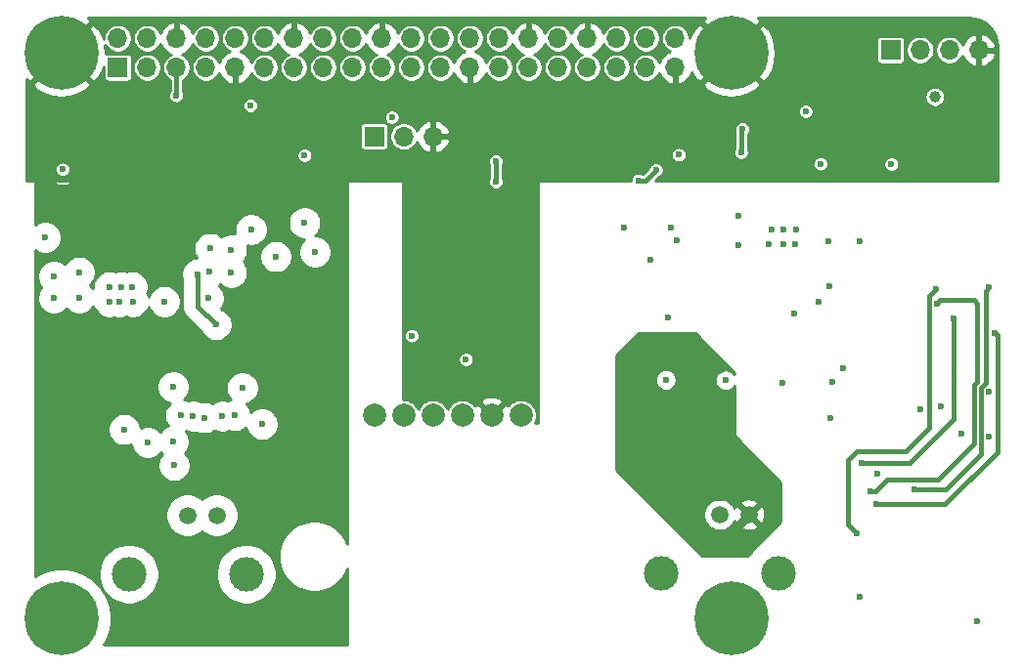
<source format=gbl>
G04 #@! TF.GenerationSoftware,KiCad,Pcbnew,5.1.10-88a1d61d58~90~ubuntu21.04.1*
G04 #@! TF.CreationDate,2021-10-28T10:16:53+02:00*
G04 #@! TF.ProjectId,dwc-hat,6477632d-6861-4742-9e6b-696361645f70,rev?*
G04 #@! TF.SameCoordinates,Original*
G04 #@! TF.FileFunction,Copper,L4,Bot*
G04 #@! TF.FilePolarity,Positive*
%FSLAX46Y46*%
G04 Gerber Fmt 4.6, Leading zero omitted, Abs format (unit mm)*
G04 Created by KiCad (PCBNEW 5.1.10-88a1d61d58~90~ubuntu21.04.1) date 2021-10-28 10:16:53*
%MOMM*%
%LPD*%
G01*
G04 APERTURE LIST*
G04 #@! TA.AperFunction,ComponentPad*
%ADD10C,2.000000*%
G04 #@! TD*
G04 #@! TA.AperFunction,ComponentPad*
%ADD11O,1.700000X1.700000*%
G04 #@! TD*
G04 #@! TA.AperFunction,ComponentPad*
%ADD12R,1.700000X1.700000*%
G04 #@! TD*
G04 #@! TA.AperFunction,ComponentPad*
%ADD13C,1.500000*%
G04 #@! TD*
G04 #@! TA.AperFunction,ComponentPad*
%ADD14C,3.000000*%
G04 #@! TD*
G04 #@! TA.AperFunction,ComponentPad*
%ADD15C,6.400000*%
G04 #@! TD*
G04 #@! TA.AperFunction,ViaPad*
%ADD16C,0.600000*%
G04 #@! TD*
G04 #@! TA.AperFunction,ViaPad*
%ADD17C,1.000000*%
G04 #@! TD*
G04 #@! TA.AperFunction,Conductor*
%ADD18C,0.400000*%
G04 #@! TD*
G04 #@! TA.AperFunction,Conductor*
%ADD19C,0.600000*%
G04 #@! TD*
G04 #@! TA.AperFunction,Conductor*
%ADD20C,0.800000*%
G04 #@! TD*
G04 #@! TA.AperFunction,Conductor*
%ADD21C,0.254000*%
G04 #@! TD*
G04 #@! TA.AperFunction,Conductor*
%ADD22C,0.100000*%
G04 #@! TD*
G04 APERTURE END LIST*
D10*
X138950000Y-87210000D03*
X151640000Y-87210000D03*
X149100000Y-87200000D03*
X146560000Y-87200000D03*
X144020000Y-87200000D03*
X141480000Y-87200000D03*
D11*
X191262000Y-55547000D03*
X188722000Y-55547000D03*
X186182000Y-55547000D03*
D12*
X183642000Y-55547000D03*
D11*
X144018000Y-63040000D03*
X141478000Y-63040000D03*
D12*
X138938000Y-63040000D03*
D11*
X164997000Y-54528000D03*
X164997000Y-57068000D03*
X162457000Y-54528000D03*
X162457000Y-57068000D03*
X159917000Y-54528000D03*
X159917000Y-57068000D03*
X157377000Y-54528000D03*
X157377000Y-57068000D03*
X154837000Y-54528000D03*
X154837000Y-57068000D03*
X152297000Y-54528000D03*
X152297000Y-57068000D03*
X149757000Y-54528000D03*
X149757000Y-57068000D03*
X147217000Y-54528000D03*
X147217000Y-57068000D03*
X144677000Y-54528000D03*
X144677000Y-57068000D03*
X142137000Y-54528000D03*
X142137000Y-57068000D03*
X139597000Y-54528000D03*
X139597000Y-57068000D03*
X137057000Y-54528000D03*
X137057000Y-57068000D03*
X134517000Y-54528000D03*
X134517000Y-57068000D03*
X131977000Y-54528000D03*
X131977000Y-57068000D03*
X129437000Y-54528000D03*
X129437000Y-57068000D03*
X126897000Y-54528000D03*
X126897000Y-57068000D03*
X124357000Y-54528000D03*
X124357000Y-57068000D03*
X121817000Y-54528000D03*
X121817000Y-57068000D03*
X119277000Y-54528000D03*
X119277000Y-57068000D03*
X116737000Y-54528000D03*
D12*
X116737000Y-57068000D03*
D13*
X125300000Y-95890000D03*
X122760000Y-95890000D03*
D14*
X117680000Y-100970000D03*
X127840000Y-100970000D03*
D13*
X171380000Y-95830000D03*
X168840000Y-95830000D03*
D14*
X163760000Y-100910000D03*
X173920000Y-100910000D03*
D15*
X169850000Y-104800000D03*
X111850000Y-104800000D03*
X169850000Y-55800000D03*
X111850000Y-55800000D03*
D16*
X111950500Y-65897500D03*
X183705500Y-65453000D03*
X146878000Y-82362004D03*
X142189200Y-80314800D03*
X166433500Y-61706500D03*
X128333500Y-63357500D03*
X112014000Y-63294000D03*
X183705500Y-63230500D03*
X148530000Y-80107000D03*
X174625000Y-66088000D03*
X173736000Y-64564000D03*
X135128000Y-63167000D03*
X159893000Y-65326000D03*
X142621000Y-61135000D03*
X146177000Y-77660500D03*
X150241000Y-78295500D03*
X143103600Y-78740000D03*
X148778000Y-82283000D03*
X181102000Y-91361000D03*
X189103000Y-78788000D03*
X182372000Y-94917000D03*
X192659000Y-80058000D03*
X187579000Y-76248000D03*
X180721000Y-97457000D03*
X192151000Y-76121000D03*
X185674000Y-93647000D03*
X181864000Y-93774000D03*
X187644010Y-77518000D03*
X170688000Y-64437000D03*
X170815000Y-62405000D03*
X121793000Y-59484000D03*
X161798000Y-66850000D03*
X163322000Y-65961000D03*
X149480000Y-66978000D03*
X149479000Y-65199000D03*
X165289000Y-64629000D03*
X132905500Y-64691000D03*
X176276000Y-60881000D03*
X177581000Y-65418000D03*
X140462000Y-61389000D03*
X128197460Y-60378951D03*
D17*
X187452000Y-59611000D03*
D16*
X124587000Y-77073500D03*
X122174000Y-87233500D03*
X121539000Y-89519500D03*
X117282000Y-88440000D03*
X119316500Y-89583000D03*
X126555500Y-72882500D03*
X126555500Y-74851000D03*
X128270000Y-71104500D03*
X133794500Y-73073000D03*
X121539000Y-84757000D03*
X127508000Y-84820500D03*
X129217500Y-87990500D03*
X110426500Y-71803000D03*
X111202000Y-77060000D03*
X115987000Y-76085000D03*
X117003000Y-76085000D03*
X117955500Y-76085000D03*
X115987000Y-77355000D03*
X116876000Y-77355000D03*
X118019000Y-77355000D03*
X120749500Y-77355000D03*
X113401000Y-77020000D03*
X124206002Y-87424000D03*
X125793500Y-87297000D03*
X123253500Y-87297000D03*
X121602500Y-91551500D03*
X124714000Y-72755500D03*
X124650500Y-74787500D03*
X130429000Y-73454000D03*
X132905500Y-70533000D03*
X111197000Y-75160000D03*
X113383500Y-74815000D03*
X126841162Y-87236777D03*
X125222000Y-79359500D03*
X123634500Y-74978000D03*
X160528000Y-70914000D03*
X174314000Y-84401500D03*
X165100000Y-72057000D03*
X180970000Y-72130000D03*
X170434000Y-72438000D03*
X173304500Y-71155000D03*
X174384000Y-71155000D03*
X175463500Y-71155000D03*
X173114000Y-72425000D03*
X174320500Y-72425000D03*
X175336500Y-72425000D03*
X178235000Y-72130000D03*
X180949500Y-102988000D03*
X179541995Y-83110505D03*
X177371828Y-77366058D03*
X178440245Y-87450755D03*
X164338000Y-78724500D03*
X178377998Y-76048989D03*
X186179513Y-86690523D03*
X192174978Y-85138000D03*
X192151000Y-89075000D03*
X169354500Y-84185500D03*
X164592000Y-70914000D03*
X170497500Y-69898000D03*
X178598995Y-84307505D03*
X164185500Y-84147500D03*
X162814000Y-73708000D03*
X191135000Y-105077000D03*
X182499000Y-92250000D03*
X187960000Y-86408000D03*
X189743000Y-88841164D03*
X166884500Y-81544000D03*
X163498536Y-85433000D03*
X165989000Y-92504000D03*
X175266500Y-78369000D03*
D18*
X185293000Y-91361000D02*
X189103000Y-87551000D01*
X189103000Y-87551000D02*
X189103000Y-78788000D01*
X181102000Y-91361000D02*
X185293000Y-91361000D01*
X192874990Y-90383010D02*
X192874990Y-80273990D01*
X192874990Y-80273990D02*
X192659000Y-80058000D01*
X188341000Y-94917000D02*
X192874990Y-90383010D01*
X182372000Y-94917000D02*
X188341000Y-94917000D01*
X179959000Y-96695000D02*
X180721000Y-97457000D01*
X179959000Y-91107000D02*
X179959000Y-96695000D01*
X180721000Y-90345000D02*
X179959000Y-91107000D01*
X184912000Y-90345000D02*
X180721000Y-90345000D01*
X186944000Y-88313000D02*
X184912000Y-90345000D01*
X186944000Y-76883000D02*
X186944000Y-88313000D01*
X187579000Y-76248000D02*
X186944000Y-76883000D01*
X192151000Y-76121000D02*
X191851001Y-76420999D01*
X191851001Y-76420999D02*
X191851001Y-84437999D01*
X191851001Y-84437999D02*
X191450999Y-84838001D01*
X191450999Y-90577458D02*
X188381457Y-93647000D01*
X191450999Y-84838001D02*
X191450999Y-90577458D01*
X188381457Y-93647000D02*
X185674000Y-93647000D01*
X190835001Y-77218001D02*
X187944009Y-77218001D01*
X191135000Y-77518000D02*
X190835001Y-77218001D01*
X187944009Y-77218001D02*
X187644010Y-77518000D01*
X187752521Y-92758000D02*
X190850988Y-89659533D01*
X191135000Y-84293435D02*
X191135000Y-77518000D01*
X190850988Y-84577447D02*
X191135000Y-84293435D01*
X181864000Y-93774000D02*
X182288264Y-93774000D01*
X190850988Y-89659533D02*
X190850988Y-84577447D01*
X183304264Y-92758000D02*
X187752521Y-92758000D01*
X182288264Y-93774000D02*
X183304264Y-92758000D01*
X170688000Y-62532000D02*
X170815000Y-62405000D01*
X170688000Y-64437000D02*
X170688000Y-62532000D01*
X121817000Y-57068000D02*
X121817000Y-59460000D01*
X121817000Y-59460000D02*
X121793000Y-59484000D01*
X161798000Y-66850000D02*
X162433000Y-66850000D01*
X162433000Y-66850000D02*
X163322000Y-65961000D01*
X149480000Y-66978000D02*
X149480000Y-65200000D01*
X149480000Y-65200000D02*
X149479000Y-65199000D01*
X123634500Y-77772000D02*
X123634500Y-74978000D01*
X125222000Y-79359500D02*
X123634500Y-77772000D01*
D19*
X165798500Y-82630000D02*
X166884500Y-81544000D01*
X164995500Y-85433000D02*
X165798500Y-84630000D01*
X165798500Y-84630000D02*
X165798500Y-82630000D01*
X163498536Y-85433000D02*
X164995500Y-85433000D01*
D20*
X166052500Y-92123000D02*
X166052500Y-92250000D01*
X169753000Y-97457000D02*
X171380000Y-95830000D01*
X167767000Y-97457000D02*
X169753000Y-97457000D01*
X165989000Y-95679000D02*
X167767000Y-97457000D01*
X165989000Y-92186500D02*
X166052500Y-92123000D01*
X165989000Y-92504000D02*
X165989000Y-92186500D01*
X165989000Y-95679000D02*
X165989000Y-92504000D01*
D19*
X166116000Y-91075500D02*
X165100000Y-90059500D01*
X166116000Y-92250000D02*
X166116000Y-91075500D01*
X163428536Y-85503000D02*
X163498536Y-85433000D01*
X163428536Y-88419536D02*
X163428536Y-85503000D01*
X166122500Y-91113500D02*
X163428536Y-88419536D01*
X166122500Y-92123000D02*
X166122500Y-91113500D01*
D21*
X110578338Y-66313741D02*
X110685909Y-66573438D01*
X110842076Y-66807160D01*
X111040840Y-67005924D01*
X111274562Y-67162091D01*
X111534259Y-67269662D01*
X111809953Y-67324500D01*
X112091047Y-67324500D01*
X112366741Y-67269662D01*
X112626438Y-67162091D01*
X112860160Y-67005924D01*
X113058924Y-66807160D01*
X113215091Y-66573438D01*
X113322662Y-66313741D01*
X113359806Y-66127000D01*
X136633000Y-66127000D01*
X136633000Y-98418661D01*
X136453687Y-97985762D01*
X136117702Y-97482925D01*
X135690075Y-97055298D01*
X135187238Y-96719313D01*
X134628515Y-96487882D01*
X134035378Y-96369900D01*
X133430622Y-96369900D01*
X132837485Y-96487882D01*
X132278762Y-96719313D01*
X131775925Y-97055298D01*
X131348298Y-97482925D01*
X131012313Y-97985762D01*
X130780882Y-98544485D01*
X130662900Y-99137622D01*
X130662900Y-99742378D01*
X130780882Y-100335515D01*
X131012313Y-100894238D01*
X131348298Y-101397075D01*
X131775925Y-101824702D01*
X132278762Y-102160687D01*
X132837485Y-102392118D01*
X133430622Y-102510100D01*
X134035378Y-102510100D01*
X134628515Y-102392118D01*
X135187238Y-102160687D01*
X135690075Y-101824702D01*
X136117702Y-101397075D01*
X136453687Y-100894238D01*
X136633000Y-100461339D01*
X136633000Y-107098000D01*
X115518565Y-107098000D01*
X115684538Y-106849603D01*
X116010716Y-106062139D01*
X116177000Y-105226172D01*
X116177000Y-104373828D01*
X116010716Y-103537861D01*
X115684538Y-102750397D01*
X115211001Y-102041698D01*
X114608302Y-101438999D01*
X113899603Y-100965462D01*
X113285912Y-100711263D01*
X115053000Y-100711263D01*
X115053000Y-101228737D01*
X115153954Y-101736268D01*
X115351983Y-102214351D01*
X115639476Y-102644615D01*
X116005385Y-103010524D01*
X116435649Y-103298017D01*
X116913732Y-103496046D01*
X117421263Y-103597000D01*
X117938737Y-103597000D01*
X118446268Y-103496046D01*
X118924351Y-103298017D01*
X119354615Y-103010524D01*
X119720524Y-102644615D01*
X120008017Y-102214351D01*
X120206046Y-101736268D01*
X120307000Y-101228737D01*
X120307000Y-100711263D01*
X125213000Y-100711263D01*
X125213000Y-101228737D01*
X125313954Y-101736268D01*
X125511983Y-102214351D01*
X125799476Y-102644615D01*
X126165385Y-103010524D01*
X126595649Y-103298017D01*
X127073732Y-103496046D01*
X127581263Y-103597000D01*
X128098737Y-103597000D01*
X128606268Y-103496046D01*
X129084351Y-103298017D01*
X129514615Y-103010524D01*
X129880524Y-102644615D01*
X130168017Y-102214351D01*
X130366046Y-101736268D01*
X130467000Y-101228737D01*
X130467000Y-100711263D01*
X130366046Y-100203732D01*
X130168017Y-99725649D01*
X129880524Y-99295385D01*
X129514615Y-98929476D01*
X129084351Y-98641983D01*
X128606268Y-98443954D01*
X128098737Y-98343000D01*
X127581263Y-98343000D01*
X127073732Y-98443954D01*
X126595649Y-98641983D01*
X126165385Y-98929476D01*
X125799476Y-99295385D01*
X125511983Y-99725649D01*
X125313954Y-100203732D01*
X125213000Y-100711263D01*
X120307000Y-100711263D01*
X120206046Y-100203732D01*
X120008017Y-99725649D01*
X119720524Y-99295385D01*
X119354615Y-98929476D01*
X118924351Y-98641983D01*
X118446268Y-98443954D01*
X117938737Y-98343000D01*
X117421263Y-98343000D01*
X116913732Y-98443954D01*
X116435649Y-98641983D01*
X116005385Y-98929476D01*
X115639476Y-99295385D01*
X115351983Y-99725649D01*
X115153954Y-100203732D01*
X115053000Y-100711263D01*
X113285912Y-100711263D01*
X113112139Y-100639284D01*
X112276172Y-100473000D01*
X111423828Y-100473000D01*
X110587861Y-100639284D01*
X109800397Y-100965462D01*
X109552000Y-101131435D01*
X109552000Y-95705132D01*
X120883000Y-95705132D01*
X120883000Y-96074868D01*
X120955132Y-96437501D01*
X121096624Y-96779093D01*
X121302039Y-97086518D01*
X121563482Y-97347961D01*
X121870907Y-97553376D01*
X122212499Y-97694868D01*
X122575132Y-97767000D01*
X122944868Y-97767000D01*
X123307501Y-97694868D01*
X123649093Y-97553376D01*
X123956518Y-97347961D01*
X124030000Y-97274479D01*
X124103482Y-97347961D01*
X124410907Y-97553376D01*
X124752499Y-97694868D01*
X125115132Y-97767000D01*
X125484868Y-97767000D01*
X125847501Y-97694868D01*
X126189093Y-97553376D01*
X126496518Y-97347961D01*
X126757961Y-97086518D01*
X126963376Y-96779093D01*
X127104868Y-96437501D01*
X127177000Y-96074868D01*
X127177000Y-95705132D01*
X127104868Y-95342499D01*
X126963376Y-95000907D01*
X126757961Y-94693482D01*
X126496518Y-94432039D01*
X126189093Y-94226624D01*
X125847501Y-94085132D01*
X125484868Y-94013000D01*
X125115132Y-94013000D01*
X124752499Y-94085132D01*
X124410907Y-94226624D01*
X124103482Y-94432039D01*
X124030000Y-94505521D01*
X123956518Y-94432039D01*
X123649093Y-94226624D01*
X123307501Y-94085132D01*
X122944868Y-94013000D01*
X122575132Y-94013000D01*
X122212499Y-94085132D01*
X121870907Y-94226624D01*
X121563482Y-94432039D01*
X121302039Y-94693482D01*
X121096624Y-95000907D01*
X120955132Y-95342499D01*
X120883000Y-95705132D01*
X109552000Y-95705132D01*
X109552000Y-88299453D01*
X115855000Y-88299453D01*
X115855000Y-88580547D01*
X115909838Y-88856241D01*
X116017409Y-89115938D01*
X116173576Y-89349660D01*
X116372340Y-89548424D01*
X116606062Y-89704591D01*
X116865759Y-89812162D01*
X117141453Y-89867000D01*
X117422547Y-89867000D01*
X117698241Y-89812162D01*
X117891226Y-89732224D01*
X117944338Y-89999241D01*
X118051909Y-90258938D01*
X118208076Y-90492660D01*
X118406840Y-90691424D01*
X118640562Y-90847591D01*
X118900259Y-90955162D01*
X119175953Y-91010000D01*
X119457047Y-91010000D01*
X119732741Y-90955162D01*
X119992438Y-90847591D01*
X120226160Y-90691424D01*
X120424924Y-90492660D01*
X120452622Y-90451206D01*
X120568666Y-90567250D01*
X120494076Y-90641840D01*
X120337909Y-90875562D01*
X120230338Y-91135259D01*
X120175500Y-91410953D01*
X120175500Y-91692047D01*
X120230338Y-91967741D01*
X120337909Y-92227438D01*
X120494076Y-92461160D01*
X120692840Y-92659924D01*
X120926562Y-92816091D01*
X121186259Y-92923662D01*
X121461953Y-92978500D01*
X121743047Y-92978500D01*
X122018741Y-92923662D01*
X122278438Y-92816091D01*
X122512160Y-92659924D01*
X122710924Y-92461160D01*
X122867091Y-92227438D01*
X122974662Y-91967741D01*
X123029500Y-91692047D01*
X123029500Y-91410953D01*
X122974662Y-91135259D01*
X122867091Y-90875562D01*
X122710924Y-90641840D01*
X122572834Y-90503750D01*
X122647424Y-90429160D01*
X122803591Y-90195438D01*
X122911162Y-89935741D01*
X122966000Y-89660047D01*
X122966000Y-89378953D01*
X122911162Y-89103259D01*
X122803591Y-88843562D01*
X122647424Y-88609840D01*
X122627721Y-88590137D01*
X122637099Y-88586252D01*
X122837259Y-88669162D01*
X123112953Y-88724000D01*
X123394047Y-88724000D01*
X123543689Y-88694235D01*
X123789761Y-88796162D01*
X124065455Y-88851000D01*
X124346549Y-88851000D01*
X124622243Y-88796162D01*
X124881940Y-88688591D01*
X125094786Y-88546373D01*
X125117562Y-88561591D01*
X125377259Y-88669162D01*
X125652953Y-88724000D01*
X125934047Y-88724000D01*
X126209741Y-88669162D01*
X126390026Y-88594485D01*
X126424921Y-88608939D01*
X126700615Y-88663777D01*
X126981709Y-88663777D01*
X127257403Y-88608939D01*
X127517100Y-88501368D01*
X127750822Y-88345201D01*
X127819447Y-88276576D01*
X127845338Y-88406741D01*
X127952909Y-88666438D01*
X128109076Y-88900160D01*
X128307840Y-89098924D01*
X128541562Y-89255091D01*
X128801259Y-89362662D01*
X129076953Y-89417500D01*
X129358047Y-89417500D01*
X129633741Y-89362662D01*
X129893438Y-89255091D01*
X130127160Y-89098924D01*
X130325924Y-88900160D01*
X130482091Y-88666438D01*
X130589662Y-88406741D01*
X130644500Y-88131047D01*
X130644500Y-87849953D01*
X130589662Y-87574259D01*
X130482091Y-87314562D01*
X130325924Y-87080840D01*
X130127160Y-86882076D01*
X129893438Y-86725909D01*
X129633741Y-86618338D01*
X129358047Y-86563500D01*
X129076953Y-86563500D01*
X128801259Y-86618338D01*
X128541562Y-86725909D01*
X128307840Y-86882076D01*
X128239215Y-86950701D01*
X128213324Y-86820536D01*
X128105753Y-86560839D01*
X127949586Y-86327117D01*
X127833233Y-86210764D01*
X127924241Y-86192662D01*
X128183938Y-86085091D01*
X128417660Y-85928924D01*
X128616424Y-85730160D01*
X128772591Y-85496438D01*
X128880162Y-85236741D01*
X128935000Y-84961047D01*
X128935000Y-84679953D01*
X128880162Y-84404259D01*
X128772591Y-84144562D01*
X128616424Y-83910840D01*
X128417660Y-83712076D01*
X128183938Y-83555909D01*
X127924241Y-83448338D01*
X127648547Y-83393500D01*
X127367453Y-83393500D01*
X127091759Y-83448338D01*
X126832062Y-83555909D01*
X126598340Y-83712076D01*
X126399576Y-83910840D01*
X126243409Y-84144562D01*
X126135838Y-84404259D01*
X126081000Y-84679953D01*
X126081000Y-84961047D01*
X126135838Y-85236741D01*
X126243409Y-85496438D01*
X126399576Y-85730160D01*
X126515929Y-85846513D01*
X126424921Y-85864615D01*
X126244636Y-85939292D01*
X126209741Y-85924838D01*
X125934047Y-85870000D01*
X125652953Y-85870000D01*
X125377259Y-85924838D01*
X125117562Y-86032409D01*
X124904716Y-86174627D01*
X124881940Y-86159409D01*
X124622243Y-86051838D01*
X124346549Y-85997000D01*
X124065455Y-85997000D01*
X123915813Y-86026765D01*
X123669741Y-85924838D01*
X123394047Y-85870000D01*
X123112953Y-85870000D01*
X122837259Y-85924838D01*
X122790401Y-85944248D01*
X122590241Y-85861338D01*
X122475558Y-85838526D01*
X122647424Y-85666660D01*
X122803591Y-85432938D01*
X122911162Y-85173241D01*
X122966000Y-84897547D01*
X122966000Y-84616453D01*
X122911162Y-84340759D01*
X122803591Y-84081062D01*
X122647424Y-83847340D01*
X122448660Y-83648576D01*
X122214938Y-83492409D01*
X121955241Y-83384838D01*
X121679547Y-83330000D01*
X121398453Y-83330000D01*
X121122759Y-83384838D01*
X120863062Y-83492409D01*
X120629340Y-83648576D01*
X120430576Y-83847340D01*
X120274409Y-84081062D01*
X120166838Y-84340759D01*
X120112000Y-84616453D01*
X120112000Y-84897547D01*
X120166838Y-85173241D01*
X120274409Y-85432938D01*
X120430576Y-85666660D01*
X120629340Y-85865424D01*
X120863062Y-86021591D01*
X121122759Y-86129162D01*
X121237442Y-86151974D01*
X121065576Y-86323840D01*
X120909409Y-86557562D01*
X120801838Y-86817259D01*
X120747000Y-87092953D01*
X120747000Y-87374047D01*
X120801838Y-87649741D01*
X120909409Y-87909438D01*
X121065576Y-88143160D01*
X121085279Y-88162863D01*
X120863062Y-88254909D01*
X120629340Y-88411076D01*
X120430576Y-88609840D01*
X120402878Y-88651294D01*
X120226160Y-88474576D01*
X119992438Y-88318409D01*
X119732741Y-88210838D01*
X119457047Y-88156000D01*
X119175953Y-88156000D01*
X118900259Y-88210838D01*
X118707274Y-88290776D01*
X118654162Y-88023759D01*
X118546591Y-87764062D01*
X118390424Y-87530340D01*
X118191660Y-87331576D01*
X117957938Y-87175409D01*
X117698241Y-87067838D01*
X117422547Y-87013000D01*
X117141453Y-87013000D01*
X116865759Y-87067838D01*
X116606062Y-87175409D01*
X116372340Y-87331576D01*
X116173576Y-87530340D01*
X116017409Y-87764062D01*
X115909838Y-88023759D01*
X115855000Y-88299453D01*
X109552000Y-88299453D01*
X109552000Y-75019453D01*
X109770000Y-75019453D01*
X109770000Y-75300547D01*
X109824838Y-75576241D01*
X109932409Y-75835938D01*
X110088576Y-76069660D01*
X110131416Y-76112500D01*
X110093576Y-76150340D01*
X109937409Y-76384062D01*
X109829838Y-76643759D01*
X109775000Y-76919453D01*
X109775000Y-77200547D01*
X109829838Y-77476241D01*
X109937409Y-77735938D01*
X110093576Y-77969660D01*
X110292340Y-78168424D01*
X110526062Y-78324591D01*
X110785759Y-78432162D01*
X111061453Y-78487000D01*
X111342547Y-78487000D01*
X111618241Y-78432162D01*
X111877938Y-78324591D01*
X112111660Y-78168424D01*
X112310424Y-77969660D01*
X112319297Y-77956381D01*
X112491340Y-78128424D01*
X112725062Y-78284591D01*
X112984759Y-78392162D01*
X113260453Y-78447000D01*
X113541547Y-78447000D01*
X113817241Y-78392162D01*
X114076938Y-78284591D01*
X114310660Y-78128424D01*
X114509424Y-77929660D01*
X114615005Y-77771645D01*
X114722409Y-78030938D01*
X114878576Y-78264660D01*
X115077340Y-78463424D01*
X115311062Y-78619591D01*
X115570759Y-78727162D01*
X115846453Y-78782000D01*
X116127547Y-78782000D01*
X116403241Y-78727162D01*
X116431500Y-78715457D01*
X116459759Y-78727162D01*
X116735453Y-78782000D01*
X117016547Y-78782000D01*
X117292241Y-78727162D01*
X117447500Y-78662851D01*
X117602759Y-78727162D01*
X117878453Y-78782000D01*
X118159547Y-78782000D01*
X118435241Y-78727162D01*
X118694938Y-78619591D01*
X118928660Y-78463424D01*
X119127424Y-78264660D01*
X119283591Y-78030938D01*
X119384250Y-77787928D01*
X119484909Y-78030938D01*
X119641076Y-78264660D01*
X119839840Y-78463424D01*
X120073562Y-78619591D01*
X120333259Y-78727162D01*
X120608953Y-78782000D01*
X120890047Y-78782000D01*
X121165741Y-78727162D01*
X121425438Y-78619591D01*
X121659160Y-78463424D01*
X121857924Y-78264660D01*
X122014091Y-78030938D01*
X122121662Y-77771241D01*
X122176500Y-77495547D01*
X122176500Y-77214453D01*
X122121662Y-76938759D01*
X122014091Y-76679062D01*
X121857924Y-76445340D01*
X121659160Y-76246576D01*
X121425438Y-76090409D01*
X121165741Y-75982838D01*
X120890047Y-75928000D01*
X120608953Y-75928000D01*
X120333259Y-75982838D01*
X120073562Y-76090409D01*
X119839840Y-76246576D01*
X119641076Y-76445340D01*
X119484909Y-76679062D01*
X119384250Y-76922072D01*
X119283591Y-76679062D01*
X119265327Y-76651729D01*
X119327662Y-76501241D01*
X119382500Y-76225547D01*
X119382500Y-75944453D01*
X119327662Y-75668759D01*
X119220091Y-75409062D01*
X119063924Y-75175340D01*
X118865160Y-74976576D01*
X118656947Y-74837453D01*
X122207500Y-74837453D01*
X122207500Y-75118547D01*
X122262338Y-75394241D01*
X122307501Y-75503273D01*
X122307500Y-77706826D01*
X122301081Y-77772000D01*
X122307500Y-77837174D01*
X122307500Y-77837183D01*
X122326701Y-78032136D01*
X122355910Y-78128424D01*
X122402581Y-78282277D01*
X122525802Y-78512808D01*
X122609120Y-78614330D01*
X122691630Y-78714870D01*
X122742265Y-78756425D01*
X123912247Y-79926407D01*
X123957409Y-80035438D01*
X124113576Y-80269160D01*
X124312340Y-80467924D01*
X124546062Y-80624091D01*
X124805759Y-80731662D01*
X125081453Y-80786500D01*
X125362547Y-80786500D01*
X125638241Y-80731662D01*
X125897938Y-80624091D01*
X126131660Y-80467924D01*
X126330424Y-80269160D01*
X126486591Y-80035438D01*
X126594162Y-79775741D01*
X126649000Y-79500047D01*
X126649000Y-79218953D01*
X126594162Y-78943259D01*
X126486591Y-78683562D01*
X126330424Y-78449840D01*
X126131660Y-78251076D01*
X125897938Y-78094909D01*
X125788907Y-78049747D01*
X125706197Y-77967037D01*
X125851591Y-77749438D01*
X125959162Y-77489741D01*
X126014000Y-77214047D01*
X126014000Y-76932953D01*
X125959162Y-76657259D01*
X125851591Y-76397562D01*
X125695424Y-76163840D01*
X125496660Y-75965076D01*
X125476663Y-75951715D01*
X125560160Y-75895924D01*
X125571250Y-75884834D01*
X125645840Y-75959424D01*
X125879562Y-76115591D01*
X126139259Y-76223162D01*
X126414953Y-76278000D01*
X126696047Y-76278000D01*
X126971741Y-76223162D01*
X127231438Y-76115591D01*
X127465160Y-75959424D01*
X127663924Y-75760660D01*
X127820091Y-75526938D01*
X127927662Y-75267241D01*
X127982500Y-74991547D01*
X127982500Y-74710453D01*
X127927662Y-74434759D01*
X127820091Y-74175062D01*
X127663924Y-73941340D01*
X127589334Y-73866750D01*
X127663924Y-73792160D01*
X127820091Y-73558438D01*
X127921568Y-73313453D01*
X129002000Y-73313453D01*
X129002000Y-73594547D01*
X129056838Y-73870241D01*
X129164409Y-74129938D01*
X129320576Y-74363660D01*
X129519340Y-74562424D01*
X129753062Y-74718591D01*
X130012759Y-74826162D01*
X130288453Y-74881000D01*
X130569547Y-74881000D01*
X130845241Y-74826162D01*
X131104938Y-74718591D01*
X131338660Y-74562424D01*
X131537424Y-74363660D01*
X131693591Y-74129938D01*
X131801162Y-73870241D01*
X131856000Y-73594547D01*
X131856000Y-73313453D01*
X131801162Y-73037759D01*
X131693591Y-72778062D01*
X131537424Y-72544340D01*
X131338660Y-72345576D01*
X131104938Y-72189409D01*
X130845241Y-72081838D01*
X130569547Y-72027000D01*
X130288453Y-72027000D01*
X130012759Y-72081838D01*
X129753062Y-72189409D01*
X129519340Y-72345576D01*
X129320576Y-72544340D01*
X129164409Y-72778062D01*
X129056838Y-73037759D01*
X129002000Y-73313453D01*
X127921568Y-73313453D01*
X127927662Y-73298741D01*
X127982500Y-73023047D01*
X127982500Y-72741953D01*
X127932861Y-72492396D01*
X128129453Y-72531500D01*
X128410547Y-72531500D01*
X128686241Y-72476662D01*
X128945938Y-72369091D01*
X129179660Y-72212924D01*
X129378424Y-72014160D01*
X129534591Y-71780438D01*
X129642162Y-71520741D01*
X129697000Y-71245047D01*
X129697000Y-70963953D01*
X129642162Y-70688259D01*
X129534591Y-70428562D01*
X129510464Y-70392453D01*
X131478500Y-70392453D01*
X131478500Y-70673547D01*
X131533338Y-70949241D01*
X131640909Y-71208938D01*
X131797076Y-71442660D01*
X131995840Y-71641424D01*
X132229562Y-71797591D01*
X132489259Y-71905162D01*
X132764953Y-71960000D01*
X132891689Y-71960000D01*
X132884840Y-71964576D01*
X132686076Y-72163340D01*
X132529909Y-72397062D01*
X132422338Y-72656759D01*
X132367500Y-72932453D01*
X132367500Y-73213547D01*
X132422338Y-73489241D01*
X132529909Y-73748938D01*
X132686076Y-73982660D01*
X132884840Y-74181424D01*
X133118562Y-74337591D01*
X133378259Y-74445162D01*
X133653953Y-74500000D01*
X133935047Y-74500000D01*
X134210741Y-74445162D01*
X134470438Y-74337591D01*
X134704160Y-74181424D01*
X134902924Y-73982660D01*
X135059091Y-73748938D01*
X135166662Y-73489241D01*
X135221500Y-73213547D01*
X135221500Y-72932453D01*
X135166662Y-72656759D01*
X135059091Y-72397062D01*
X134902924Y-72163340D01*
X134704160Y-71964576D01*
X134470438Y-71808409D01*
X134210741Y-71700838D01*
X133935047Y-71646000D01*
X133808311Y-71646000D01*
X133815160Y-71641424D01*
X134013924Y-71442660D01*
X134170091Y-71208938D01*
X134277662Y-70949241D01*
X134332500Y-70673547D01*
X134332500Y-70392453D01*
X134277662Y-70116759D01*
X134170091Y-69857062D01*
X134013924Y-69623340D01*
X133815160Y-69424576D01*
X133581438Y-69268409D01*
X133321741Y-69160838D01*
X133046047Y-69106000D01*
X132764953Y-69106000D01*
X132489259Y-69160838D01*
X132229562Y-69268409D01*
X131995840Y-69424576D01*
X131797076Y-69623340D01*
X131640909Y-69857062D01*
X131533338Y-70116759D01*
X131478500Y-70392453D01*
X129510464Y-70392453D01*
X129378424Y-70194840D01*
X129179660Y-69996076D01*
X128945938Y-69839909D01*
X128686241Y-69732338D01*
X128410547Y-69677500D01*
X128129453Y-69677500D01*
X127853759Y-69732338D01*
X127594062Y-69839909D01*
X127360340Y-69996076D01*
X127161576Y-70194840D01*
X127005409Y-70428562D01*
X126897838Y-70688259D01*
X126843000Y-70963953D01*
X126843000Y-71245047D01*
X126892639Y-71494604D01*
X126696047Y-71455500D01*
X126414953Y-71455500D01*
X126139259Y-71510338D01*
X125879562Y-71617909D01*
X125708675Y-71732091D01*
X125623660Y-71647076D01*
X125389938Y-71490909D01*
X125130241Y-71383338D01*
X124854547Y-71328500D01*
X124573453Y-71328500D01*
X124297759Y-71383338D01*
X124038062Y-71490909D01*
X123804340Y-71647076D01*
X123605576Y-71845840D01*
X123449409Y-72079562D01*
X123341838Y-72339259D01*
X123287000Y-72614953D01*
X123287000Y-72896047D01*
X123341838Y-73171741D01*
X123449409Y-73431438D01*
X123529297Y-73551000D01*
X123493953Y-73551000D01*
X123218259Y-73605838D01*
X122958562Y-73713409D01*
X122724840Y-73869576D01*
X122526076Y-74068340D01*
X122369909Y-74302062D01*
X122262338Y-74561759D01*
X122207500Y-74837453D01*
X118656947Y-74837453D01*
X118631438Y-74820409D01*
X118371741Y-74712838D01*
X118096047Y-74658000D01*
X117814953Y-74658000D01*
X117539259Y-74712838D01*
X117479250Y-74737695D01*
X117419241Y-74712838D01*
X117143547Y-74658000D01*
X116862453Y-74658000D01*
X116586759Y-74712838D01*
X116495000Y-74750846D01*
X116403241Y-74712838D01*
X116127547Y-74658000D01*
X115846453Y-74658000D01*
X115570759Y-74712838D01*
X115311062Y-74820409D01*
X115077340Y-74976576D01*
X114878576Y-75175340D01*
X114722409Y-75409062D01*
X114614838Y-75668759D01*
X114560000Y-75944453D01*
X114560000Y-76186033D01*
X114509424Y-76110340D01*
X114310660Y-75911576D01*
X114307272Y-75909312D01*
X114491924Y-75724660D01*
X114648091Y-75490938D01*
X114755662Y-75231241D01*
X114810500Y-74955547D01*
X114810500Y-74674453D01*
X114755662Y-74398759D01*
X114648091Y-74139062D01*
X114491924Y-73905340D01*
X114293160Y-73706576D01*
X114059438Y-73550409D01*
X113799741Y-73442838D01*
X113524047Y-73388000D01*
X113242953Y-73388000D01*
X112967259Y-73442838D01*
X112707562Y-73550409D01*
X112473840Y-73706576D01*
X112275076Y-73905340D01*
X112149045Y-74093961D01*
X112106660Y-74051576D01*
X111872938Y-73895409D01*
X111613241Y-73787838D01*
X111337547Y-73733000D01*
X111056453Y-73733000D01*
X110780759Y-73787838D01*
X110521062Y-73895409D01*
X110287340Y-74051576D01*
X110088576Y-74250340D01*
X109932409Y-74484062D01*
X109824838Y-74743759D01*
X109770000Y-75019453D01*
X109552000Y-75019453D01*
X109552000Y-72934917D01*
X109750562Y-73067591D01*
X110010259Y-73175162D01*
X110285953Y-73230000D01*
X110567047Y-73230000D01*
X110842741Y-73175162D01*
X111102438Y-73067591D01*
X111336160Y-72911424D01*
X111534924Y-72712660D01*
X111691091Y-72478938D01*
X111798662Y-72219241D01*
X111853500Y-71943547D01*
X111853500Y-71662453D01*
X111798662Y-71386759D01*
X111691091Y-71127062D01*
X111534924Y-70893340D01*
X111336160Y-70694576D01*
X111102438Y-70538409D01*
X110842741Y-70430838D01*
X110567047Y-70376000D01*
X110285953Y-70376000D01*
X110010259Y-70430838D01*
X109750562Y-70538409D01*
X109552000Y-70671083D01*
X109552000Y-66127000D01*
X110541194Y-66127000D01*
X110578338Y-66313741D01*
G04 #@! TA.AperFunction,Conductor*
D22*
G36*
X110578338Y-66313741D02*
G01*
X110685909Y-66573438D01*
X110842076Y-66807160D01*
X111040840Y-67005924D01*
X111274562Y-67162091D01*
X111534259Y-67269662D01*
X111809953Y-67324500D01*
X112091047Y-67324500D01*
X112366741Y-67269662D01*
X112626438Y-67162091D01*
X112860160Y-67005924D01*
X113058924Y-66807160D01*
X113215091Y-66573438D01*
X113322662Y-66313741D01*
X113359806Y-66127000D01*
X136633000Y-66127000D01*
X136633000Y-98418661D01*
X136453687Y-97985762D01*
X136117702Y-97482925D01*
X135690075Y-97055298D01*
X135187238Y-96719313D01*
X134628515Y-96487882D01*
X134035378Y-96369900D01*
X133430622Y-96369900D01*
X132837485Y-96487882D01*
X132278762Y-96719313D01*
X131775925Y-97055298D01*
X131348298Y-97482925D01*
X131012313Y-97985762D01*
X130780882Y-98544485D01*
X130662900Y-99137622D01*
X130662900Y-99742378D01*
X130780882Y-100335515D01*
X131012313Y-100894238D01*
X131348298Y-101397075D01*
X131775925Y-101824702D01*
X132278762Y-102160687D01*
X132837485Y-102392118D01*
X133430622Y-102510100D01*
X134035378Y-102510100D01*
X134628515Y-102392118D01*
X135187238Y-102160687D01*
X135690075Y-101824702D01*
X136117702Y-101397075D01*
X136453687Y-100894238D01*
X136633000Y-100461339D01*
X136633000Y-107098000D01*
X115518565Y-107098000D01*
X115684538Y-106849603D01*
X116010716Y-106062139D01*
X116177000Y-105226172D01*
X116177000Y-104373828D01*
X116010716Y-103537861D01*
X115684538Y-102750397D01*
X115211001Y-102041698D01*
X114608302Y-101438999D01*
X113899603Y-100965462D01*
X113285912Y-100711263D01*
X115053000Y-100711263D01*
X115053000Y-101228737D01*
X115153954Y-101736268D01*
X115351983Y-102214351D01*
X115639476Y-102644615D01*
X116005385Y-103010524D01*
X116435649Y-103298017D01*
X116913732Y-103496046D01*
X117421263Y-103597000D01*
X117938737Y-103597000D01*
X118446268Y-103496046D01*
X118924351Y-103298017D01*
X119354615Y-103010524D01*
X119720524Y-102644615D01*
X120008017Y-102214351D01*
X120206046Y-101736268D01*
X120307000Y-101228737D01*
X120307000Y-100711263D01*
X125213000Y-100711263D01*
X125213000Y-101228737D01*
X125313954Y-101736268D01*
X125511983Y-102214351D01*
X125799476Y-102644615D01*
X126165385Y-103010524D01*
X126595649Y-103298017D01*
X127073732Y-103496046D01*
X127581263Y-103597000D01*
X128098737Y-103597000D01*
X128606268Y-103496046D01*
X129084351Y-103298017D01*
X129514615Y-103010524D01*
X129880524Y-102644615D01*
X130168017Y-102214351D01*
X130366046Y-101736268D01*
X130467000Y-101228737D01*
X130467000Y-100711263D01*
X130366046Y-100203732D01*
X130168017Y-99725649D01*
X129880524Y-99295385D01*
X129514615Y-98929476D01*
X129084351Y-98641983D01*
X128606268Y-98443954D01*
X128098737Y-98343000D01*
X127581263Y-98343000D01*
X127073732Y-98443954D01*
X126595649Y-98641983D01*
X126165385Y-98929476D01*
X125799476Y-99295385D01*
X125511983Y-99725649D01*
X125313954Y-100203732D01*
X125213000Y-100711263D01*
X120307000Y-100711263D01*
X120206046Y-100203732D01*
X120008017Y-99725649D01*
X119720524Y-99295385D01*
X119354615Y-98929476D01*
X118924351Y-98641983D01*
X118446268Y-98443954D01*
X117938737Y-98343000D01*
X117421263Y-98343000D01*
X116913732Y-98443954D01*
X116435649Y-98641983D01*
X116005385Y-98929476D01*
X115639476Y-99295385D01*
X115351983Y-99725649D01*
X115153954Y-100203732D01*
X115053000Y-100711263D01*
X113285912Y-100711263D01*
X113112139Y-100639284D01*
X112276172Y-100473000D01*
X111423828Y-100473000D01*
X110587861Y-100639284D01*
X109800397Y-100965462D01*
X109552000Y-101131435D01*
X109552000Y-95705132D01*
X120883000Y-95705132D01*
X120883000Y-96074868D01*
X120955132Y-96437501D01*
X121096624Y-96779093D01*
X121302039Y-97086518D01*
X121563482Y-97347961D01*
X121870907Y-97553376D01*
X122212499Y-97694868D01*
X122575132Y-97767000D01*
X122944868Y-97767000D01*
X123307501Y-97694868D01*
X123649093Y-97553376D01*
X123956518Y-97347961D01*
X124030000Y-97274479D01*
X124103482Y-97347961D01*
X124410907Y-97553376D01*
X124752499Y-97694868D01*
X125115132Y-97767000D01*
X125484868Y-97767000D01*
X125847501Y-97694868D01*
X126189093Y-97553376D01*
X126496518Y-97347961D01*
X126757961Y-97086518D01*
X126963376Y-96779093D01*
X127104868Y-96437501D01*
X127177000Y-96074868D01*
X127177000Y-95705132D01*
X127104868Y-95342499D01*
X126963376Y-95000907D01*
X126757961Y-94693482D01*
X126496518Y-94432039D01*
X126189093Y-94226624D01*
X125847501Y-94085132D01*
X125484868Y-94013000D01*
X125115132Y-94013000D01*
X124752499Y-94085132D01*
X124410907Y-94226624D01*
X124103482Y-94432039D01*
X124030000Y-94505521D01*
X123956518Y-94432039D01*
X123649093Y-94226624D01*
X123307501Y-94085132D01*
X122944868Y-94013000D01*
X122575132Y-94013000D01*
X122212499Y-94085132D01*
X121870907Y-94226624D01*
X121563482Y-94432039D01*
X121302039Y-94693482D01*
X121096624Y-95000907D01*
X120955132Y-95342499D01*
X120883000Y-95705132D01*
X109552000Y-95705132D01*
X109552000Y-88299453D01*
X115855000Y-88299453D01*
X115855000Y-88580547D01*
X115909838Y-88856241D01*
X116017409Y-89115938D01*
X116173576Y-89349660D01*
X116372340Y-89548424D01*
X116606062Y-89704591D01*
X116865759Y-89812162D01*
X117141453Y-89867000D01*
X117422547Y-89867000D01*
X117698241Y-89812162D01*
X117891226Y-89732224D01*
X117944338Y-89999241D01*
X118051909Y-90258938D01*
X118208076Y-90492660D01*
X118406840Y-90691424D01*
X118640562Y-90847591D01*
X118900259Y-90955162D01*
X119175953Y-91010000D01*
X119457047Y-91010000D01*
X119732741Y-90955162D01*
X119992438Y-90847591D01*
X120226160Y-90691424D01*
X120424924Y-90492660D01*
X120452622Y-90451206D01*
X120568666Y-90567250D01*
X120494076Y-90641840D01*
X120337909Y-90875562D01*
X120230338Y-91135259D01*
X120175500Y-91410953D01*
X120175500Y-91692047D01*
X120230338Y-91967741D01*
X120337909Y-92227438D01*
X120494076Y-92461160D01*
X120692840Y-92659924D01*
X120926562Y-92816091D01*
X121186259Y-92923662D01*
X121461953Y-92978500D01*
X121743047Y-92978500D01*
X122018741Y-92923662D01*
X122278438Y-92816091D01*
X122512160Y-92659924D01*
X122710924Y-92461160D01*
X122867091Y-92227438D01*
X122974662Y-91967741D01*
X123029500Y-91692047D01*
X123029500Y-91410953D01*
X122974662Y-91135259D01*
X122867091Y-90875562D01*
X122710924Y-90641840D01*
X122572834Y-90503750D01*
X122647424Y-90429160D01*
X122803591Y-90195438D01*
X122911162Y-89935741D01*
X122966000Y-89660047D01*
X122966000Y-89378953D01*
X122911162Y-89103259D01*
X122803591Y-88843562D01*
X122647424Y-88609840D01*
X122627721Y-88590137D01*
X122637099Y-88586252D01*
X122837259Y-88669162D01*
X123112953Y-88724000D01*
X123394047Y-88724000D01*
X123543689Y-88694235D01*
X123789761Y-88796162D01*
X124065455Y-88851000D01*
X124346549Y-88851000D01*
X124622243Y-88796162D01*
X124881940Y-88688591D01*
X125094786Y-88546373D01*
X125117562Y-88561591D01*
X125377259Y-88669162D01*
X125652953Y-88724000D01*
X125934047Y-88724000D01*
X126209741Y-88669162D01*
X126390026Y-88594485D01*
X126424921Y-88608939D01*
X126700615Y-88663777D01*
X126981709Y-88663777D01*
X127257403Y-88608939D01*
X127517100Y-88501368D01*
X127750822Y-88345201D01*
X127819447Y-88276576D01*
X127845338Y-88406741D01*
X127952909Y-88666438D01*
X128109076Y-88900160D01*
X128307840Y-89098924D01*
X128541562Y-89255091D01*
X128801259Y-89362662D01*
X129076953Y-89417500D01*
X129358047Y-89417500D01*
X129633741Y-89362662D01*
X129893438Y-89255091D01*
X130127160Y-89098924D01*
X130325924Y-88900160D01*
X130482091Y-88666438D01*
X130589662Y-88406741D01*
X130644500Y-88131047D01*
X130644500Y-87849953D01*
X130589662Y-87574259D01*
X130482091Y-87314562D01*
X130325924Y-87080840D01*
X130127160Y-86882076D01*
X129893438Y-86725909D01*
X129633741Y-86618338D01*
X129358047Y-86563500D01*
X129076953Y-86563500D01*
X128801259Y-86618338D01*
X128541562Y-86725909D01*
X128307840Y-86882076D01*
X128239215Y-86950701D01*
X128213324Y-86820536D01*
X128105753Y-86560839D01*
X127949586Y-86327117D01*
X127833233Y-86210764D01*
X127924241Y-86192662D01*
X128183938Y-86085091D01*
X128417660Y-85928924D01*
X128616424Y-85730160D01*
X128772591Y-85496438D01*
X128880162Y-85236741D01*
X128935000Y-84961047D01*
X128935000Y-84679953D01*
X128880162Y-84404259D01*
X128772591Y-84144562D01*
X128616424Y-83910840D01*
X128417660Y-83712076D01*
X128183938Y-83555909D01*
X127924241Y-83448338D01*
X127648547Y-83393500D01*
X127367453Y-83393500D01*
X127091759Y-83448338D01*
X126832062Y-83555909D01*
X126598340Y-83712076D01*
X126399576Y-83910840D01*
X126243409Y-84144562D01*
X126135838Y-84404259D01*
X126081000Y-84679953D01*
X126081000Y-84961047D01*
X126135838Y-85236741D01*
X126243409Y-85496438D01*
X126399576Y-85730160D01*
X126515929Y-85846513D01*
X126424921Y-85864615D01*
X126244636Y-85939292D01*
X126209741Y-85924838D01*
X125934047Y-85870000D01*
X125652953Y-85870000D01*
X125377259Y-85924838D01*
X125117562Y-86032409D01*
X124904716Y-86174627D01*
X124881940Y-86159409D01*
X124622243Y-86051838D01*
X124346549Y-85997000D01*
X124065455Y-85997000D01*
X123915813Y-86026765D01*
X123669741Y-85924838D01*
X123394047Y-85870000D01*
X123112953Y-85870000D01*
X122837259Y-85924838D01*
X122790401Y-85944248D01*
X122590241Y-85861338D01*
X122475558Y-85838526D01*
X122647424Y-85666660D01*
X122803591Y-85432938D01*
X122911162Y-85173241D01*
X122966000Y-84897547D01*
X122966000Y-84616453D01*
X122911162Y-84340759D01*
X122803591Y-84081062D01*
X122647424Y-83847340D01*
X122448660Y-83648576D01*
X122214938Y-83492409D01*
X121955241Y-83384838D01*
X121679547Y-83330000D01*
X121398453Y-83330000D01*
X121122759Y-83384838D01*
X120863062Y-83492409D01*
X120629340Y-83648576D01*
X120430576Y-83847340D01*
X120274409Y-84081062D01*
X120166838Y-84340759D01*
X120112000Y-84616453D01*
X120112000Y-84897547D01*
X120166838Y-85173241D01*
X120274409Y-85432938D01*
X120430576Y-85666660D01*
X120629340Y-85865424D01*
X120863062Y-86021591D01*
X121122759Y-86129162D01*
X121237442Y-86151974D01*
X121065576Y-86323840D01*
X120909409Y-86557562D01*
X120801838Y-86817259D01*
X120747000Y-87092953D01*
X120747000Y-87374047D01*
X120801838Y-87649741D01*
X120909409Y-87909438D01*
X121065576Y-88143160D01*
X121085279Y-88162863D01*
X120863062Y-88254909D01*
X120629340Y-88411076D01*
X120430576Y-88609840D01*
X120402878Y-88651294D01*
X120226160Y-88474576D01*
X119992438Y-88318409D01*
X119732741Y-88210838D01*
X119457047Y-88156000D01*
X119175953Y-88156000D01*
X118900259Y-88210838D01*
X118707274Y-88290776D01*
X118654162Y-88023759D01*
X118546591Y-87764062D01*
X118390424Y-87530340D01*
X118191660Y-87331576D01*
X117957938Y-87175409D01*
X117698241Y-87067838D01*
X117422547Y-87013000D01*
X117141453Y-87013000D01*
X116865759Y-87067838D01*
X116606062Y-87175409D01*
X116372340Y-87331576D01*
X116173576Y-87530340D01*
X116017409Y-87764062D01*
X115909838Y-88023759D01*
X115855000Y-88299453D01*
X109552000Y-88299453D01*
X109552000Y-75019453D01*
X109770000Y-75019453D01*
X109770000Y-75300547D01*
X109824838Y-75576241D01*
X109932409Y-75835938D01*
X110088576Y-76069660D01*
X110131416Y-76112500D01*
X110093576Y-76150340D01*
X109937409Y-76384062D01*
X109829838Y-76643759D01*
X109775000Y-76919453D01*
X109775000Y-77200547D01*
X109829838Y-77476241D01*
X109937409Y-77735938D01*
X110093576Y-77969660D01*
X110292340Y-78168424D01*
X110526062Y-78324591D01*
X110785759Y-78432162D01*
X111061453Y-78487000D01*
X111342547Y-78487000D01*
X111618241Y-78432162D01*
X111877938Y-78324591D01*
X112111660Y-78168424D01*
X112310424Y-77969660D01*
X112319297Y-77956381D01*
X112491340Y-78128424D01*
X112725062Y-78284591D01*
X112984759Y-78392162D01*
X113260453Y-78447000D01*
X113541547Y-78447000D01*
X113817241Y-78392162D01*
X114076938Y-78284591D01*
X114310660Y-78128424D01*
X114509424Y-77929660D01*
X114615005Y-77771645D01*
X114722409Y-78030938D01*
X114878576Y-78264660D01*
X115077340Y-78463424D01*
X115311062Y-78619591D01*
X115570759Y-78727162D01*
X115846453Y-78782000D01*
X116127547Y-78782000D01*
X116403241Y-78727162D01*
X116431500Y-78715457D01*
X116459759Y-78727162D01*
X116735453Y-78782000D01*
X117016547Y-78782000D01*
X117292241Y-78727162D01*
X117447500Y-78662851D01*
X117602759Y-78727162D01*
X117878453Y-78782000D01*
X118159547Y-78782000D01*
X118435241Y-78727162D01*
X118694938Y-78619591D01*
X118928660Y-78463424D01*
X119127424Y-78264660D01*
X119283591Y-78030938D01*
X119384250Y-77787928D01*
X119484909Y-78030938D01*
X119641076Y-78264660D01*
X119839840Y-78463424D01*
X120073562Y-78619591D01*
X120333259Y-78727162D01*
X120608953Y-78782000D01*
X120890047Y-78782000D01*
X121165741Y-78727162D01*
X121425438Y-78619591D01*
X121659160Y-78463424D01*
X121857924Y-78264660D01*
X122014091Y-78030938D01*
X122121662Y-77771241D01*
X122176500Y-77495547D01*
X122176500Y-77214453D01*
X122121662Y-76938759D01*
X122014091Y-76679062D01*
X121857924Y-76445340D01*
X121659160Y-76246576D01*
X121425438Y-76090409D01*
X121165741Y-75982838D01*
X120890047Y-75928000D01*
X120608953Y-75928000D01*
X120333259Y-75982838D01*
X120073562Y-76090409D01*
X119839840Y-76246576D01*
X119641076Y-76445340D01*
X119484909Y-76679062D01*
X119384250Y-76922072D01*
X119283591Y-76679062D01*
X119265327Y-76651729D01*
X119327662Y-76501241D01*
X119382500Y-76225547D01*
X119382500Y-75944453D01*
X119327662Y-75668759D01*
X119220091Y-75409062D01*
X119063924Y-75175340D01*
X118865160Y-74976576D01*
X118656947Y-74837453D01*
X122207500Y-74837453D01*
X122207500Y-75118547D01*
X122262338Y-75394241D01*
X122307501Y-75503273D01*
X122307500Y-77706826D01*
X122301081Y-77772000D01*
X122307500Y-77837174D01*
X122307500Y-77837183D01*
X122326701Y-78032136D01*
X122355910Y-78128424D01*
X122402581Y-78282277D01*
X122525802Y-78512808D01*
X122609120Y-78614330D01*
X122691630Y-78714870D01*
X122742265Y-78756425D01*
X123912247Y-79926407D01*
X123957409Y-80035438D01*
X124113576Y-80269160D01*
X124312340Y-80467924D01*
X124546062Y-80624091D01*
X124805759Y-80731662D01*
X125081453Y-80786500D01*
X125362547Y-80786500D01*
X125638241Y-80731662D01*
X125897938Y-80624091D01*
X126131660Y-80467924D01*
X126330424Y-80269160D01*
X126486591Y-80035438D01*
X126594162Y-79775741D01*
X126649000Y-79500047D01*
X126649000Y-79218953D01*
X126594162Y-78943259D01*
X126486591Y-78683562D01*
X126330424Y-78449840D01*
X126131660Y-78251076D01*
X125897938Y-78094909D01*
X125788907Y-78049747D01*
X125706197Y-77967037D01*
X125851591Y-77749438D01*
X125959162Y-77489741D01*
X126014000Y-77214047D01*
X126014000Y-76932953D01*
X125959162Y-76657259D01*
X125851591Y-76397562D01*
X125695424Y-76163840D01*
X125496660Y-75965076D01*
X125476663Y-75951715D01*
X125560160Y-75895924D01*
X125571250Y-75884834D01*
X125645840Y-75959424D01*
X125879562Y-76115591D01*
X126139259Y-76223162D01*
X126414953Y-76278000D01*
X126696047Y-76278000D01*
X126971741Y-76223162D01*
X127231438Y-76115591D01*
X127465160Y-75959424D01*
X127663924Y-75760660D01*
X127820091Y-75526938D01*
X127927662Y-75267241D01*
X127982500Y-74991547D01*
X127982500Y-74710453D01*
X127927662Y-74434759D01*
X127820091Y-74175062D01*
X127663924Y-73941340D01*
X127589334Y-73866750D01*
X127663924Y-73792160D01*
X127820091Y-73558438D01*
X127921568Y-73313453D01*
X129002000Y-73313453D01*
X129002000Y-73594547D01*
X129056838Y-73870241D01*
X129164409Y-74129938D01*
X129320576Y-74363660D01*
X129519340Y-74562424D01*
X129753062Y-74718591D01*
X130012759Y-74826162D01*
X130288453Y-74881000D01*
X130569547Y-74881000D01*
X130845241Y-74826162D01*
X131104938Y-74718591D01*
X131338660Y-74562424D01*
X131537424Y-74363660D01*
X131693591Y-74129938D01*
X131801162Y-73870241D01*
X131856000Y-73594547D01*
X131856000Y-73313453D01*
X131801162Y-73037759D01*
X131693591Y-72778062D01*
X131537424Y-72544340D01*
X131338660Y-72345576D01*
X131104938Y-72189409D01*
X130845241Y-72081838D01*
X130569547Y-72027000D01*
X130288453Y-72027000D01*
X130012759Y-72081838D01*
X129753062Y-72189409D01*
X129519340Y-72345576D01*
X129320576Y-72544340D01*
X129164409Y-72778062D01*
X129056838Y-73037759D01*
X129002000Y-73313453D01*
X127921568Y-73313453D01*
X127927662Y-73298741D01*
X127982500Y-73023047D01*
X127982500Y-72741953D01*
X127932861Y-72492396D01*
X128129453Y-72531500D01*
X128410547Y-72531500D01*
X128686241Y-72476662D01*
X128945938Y-72369091D01*
X129179660Y-72212924D01*
X129378424Y-72014160D01*
X129534591Y-71780438D01*
X129642162Y-71520741D01*
X129697000Y-71245047D01*
X129697000Y-70963953D01*
X129642162Y-70688259D01*
X129534591Y-70428562D01*
X129510464Y-70392453D01*
X131478500Y-70392453D01*
X131478500Y-70673547D01*
X131533338Y-70949241D01*
X131640909Y-71208938D01*
X131797076Y-71442660D01*
X131995840Y-71641424D01*
X132229562Y-71797591D01*
X132489259Y-71905162D01*
X132764953Y-71960000D01*
X132891689Y-71960000D01*
X132884840Y-71964576D01*
X132686076Y-72163340D01*
X132529909Y-72397062D01*
X132422338Y-72656759D01*
X132367500Y-72932453D01*
X132367500Y-73213547D01*
X132422338Y-73489241D01*
X132529909Y-73748938D01*
X132686076Y-73982660D01*
X132884840Y-74181424D01*
X133118562Y-74337591D01*
X133378259Y-74445162D01*
X133653953Y-74500000D01*
X133935047Y-74500000D01*
X134210741Y-74445162D01*
X134470438Y-74337591D01*
X134704160Y-74181424D01*
X134902924Y-73982660D01*
X135059091Y-73748938D01*
X135166662Y-73489241D01*
X135221500Y-73213547D01*
X135221500Y-72932453D01*
X135166662Y-72656759D01*
X135059091Y-72397062D01*
X134902924Y-72163340D01*
X134704160Y-71964576D01*
X134470438Y-71808409D01*
X134210741Y-71700838D01*
X133935047Y-71646000D01*
X133808311Y-71646000D01*
X133815160Y-71641424D01*
X134013924Y-71442660D01*
X134170091Y-71208938D01*
X134277662Y-70949241D01*
X134332500Y-70673547D01*
X134332500Y-70392453D01*
X134277662Y-70116759D01*
X134170091Y-69857062D01*
X134013924Y-69623340D01*
X133815160Y-69424576D01*
X133581438Y-69268409D01*
X133321741Y-69160838D01*
X133046047Y-69106000D01*
X132764953Y-69106000D01*
X132489259Y-69160838D01*
X132229562Y-69268409D01*
X131995840Y-69424576D01*
X131797076Y-69623340D01*
X131640909Y-69857062D01*
X131533338Y-70116759D01*
X131478500Y-70392453D01*
X129510464Y-70392453D01*
X129378424Y-70194840D01*
X129179660Y-69996076D01*
X128945938Y-69839909D01*
X128686241Y-69732338D01*
X128410547Y-69677500D01*
X128129453Y-69677500D01*
X127853759Y-69732338D01*
X127594062Y-69839909D01*
X127360340Y-69996076D01*
X127161576Y-70194840D01*
X127005409Y-70428562D01*
X126897838Y-70688259D01*
X126843000Y-70963953D01*
X126843000Y-71245047D01*
X126892639Y-71494604D01*
X126696047Y-71455500D01*
X126414953Y-71455500D01*
X126139259Y-71510338D01*
X125879562Y-71617909D01*
X125708675Y-71732091D01*
X125623660Y-71647076D01*
X125389938Y-71490909D01*
X125130241Y-71383338D01*
X124854547Y-71328500D01*
X124573453Y-71328500D01*
X124297759Y-71383338D01*
X124038062Y-71490909D01*
X123804340Y-71647076D01*
X123605576Y-71845840D01*
X123449409Y-72079562D01*
X123341838Y-72339259D01*
X123287000Y-72614953D01*
X123287000Y-72896047D01*
X123341838Y-73171741D01*
X123449409Y-73431438D01*
X123529297Y-73551000D01*
X123493953Y-73551000D01*
X123218259Y-73605838D01*
X122958562Y-73713409D01*
X122724840Y-73869576D01*
X122526076Y-74068340D01*
X122369909Y-74302062D01*
X122262338Y-74561759D01*
X122207500Y-74837453D01*
X118656947Y-74837453D01*
X118631438Y-74820409D01*
X118371741Y-74712838D01*
X118096047Y-74658000D01*
X117814953Y-74658000D01*
X117539259Y-74712838D01*
X117479250Y-74737695D01*
X117419241Y-74712838D01*
X117143547Y-74658000D01*
X116862453Y-74658000D01*
X116586759Y-74712838D01*
X116495000Y-74750846D01*
X116403241Y-74712838D01*
X116127547Y-74658000D01*
X115846453Y-74658000D01*
X115570759Y-74712838D01*
X115311062Y-74820409D01*
X115077340Y-74976576D01*
X114878576Y-75175340D01*
X114722409Y-75409062D01*
X114614838Y-75668759D01*
X114560000Y-75944453D01*
X114560000Y-76186033D01*
X114509424Y-76110340D01*
X114310660Y-75911576D01*
X114307272Y-75909312D01*
X114491924Y-75724660D01*
X114648091Y-75490938D01*
X114755662Y-75231241D01*
X114810500Y-74955547D01*
X114810500Y-74674453D01*
X114755662Y-74398759D01*
X114648091Y-74139062D01*
X114491924Y-73905340D01*
X114293160Y-73706576D01*
X114059438Y-73550409D01*
X113799741Y-73442838D01*
X113524047Y-73388000D01*
X113242953Y-73388000D01*
X112967259Y-73442838D01*
X112707562Y-73550409D01*
X112473840Y-73706576D01*
X112275076Y-73905340D01*
X112149045Y-74093961D01*
X112106660Y-74051576D01*
X111872938Y-73895409D01*
X111613241Y-73787838D01*
X111337547Y-73733000D01*
X111056453Y-73733000D01*
X110780759Y-73787838D01*
X110521062Y-73895409D01*
X110287340Y-74051576D01*
X110088576Y-74250340D01*
X109932409Y-74484062D01*
X109824838Y-74743759D01*
X109770000Y-75019453D01*
X109552000Y-75019453D01*
X109552000Y-72934917D01*
X109750562Y-73067591D01*
X110010259Y-73175162D01*
X110285953Y-73230000D01*
X110567047Y-73230000D01*
X110842741Y-73175162D01*
X111102438Y-73067591D01*
X111336160Y-72911424D01*
X111534924Y-72712660D01*
X111691091Y-72478938D01*
X111798662Y-72219241D01*
X111853500Y-71943547D01*
X111853500Y-71662453D01*
X111798662Y-71386759D01*
X111691091Y-71127062D01*
X111534924Y-70893340D01*
X111336160Y-70694576D01*
X111102438Y-70538409D01*
X110842741Y-70430838D01*
X110567047Y-70376000D01*
X110285953Y-70376000D01*
X110010259Y-70430838D01*
X109750562Y-70538409D01*
X109552000Y-70671083D01*
X109552000Y-66127000D01*
X110541194Y-66127000D01*
X110578338Y-66313741D01*
G37*
G04 #@! TD.AperFunction*
D21*
X167328724Y-53099119D02*
X169850000Y-55620395D01*
X172371276Y-53099119D01*
X172118885Y-52756000D01*
X190327694Y-52756000D01*
X190843709Y-52806596D01*
X191318611Y-52949977D01*
X191756614Y-53182866D01*
X192141050Y-53496405D01*
X192457260Y-53878638D01*
X192693203Y-54315007D01*
X192839898Y-54788899D01*
X192894001Y-55303657D01*
X192894001Y-66873000D01*
X163231658Y-66873000D01*
X163480930Y-66623728D01*
X163520640Y-66615829D01*
X163644574Y-66564494D01*
X163756112Y-66489967D01*
X163850967Y-66395112D01*
X163925494Y-66283574D01*
X163976829Y-66159640D01*
X164003000Y-66028073D01*
X164003000Y-65893927D01*
X163976829Y-65762360D01*
X163925494Y-65638426D01*
X163850967Y-65526888D01*
X163756112Y-65432033D01*
X163644574Y-65357506D01*
X163628691Y-65350927D01*
X176900000Y-65350927D01*
X176900000Y-65485073D01*
X176926171Y-65616640D01*
X176977506Y-65740574D01*
X177052033Y-65852112D01*
X177146888Y-65946967D01*
X177258426Y-66021494D01*
X177382360Y-66072829D01*
X177513927Y-66099000D01*
X177648073Y-66099000D01*
X177779640Y-66072829D01*
X177903574Y-66021494D01*
X178015112Y-65946967D01*
X178109967Y-65852112D01*
X178184494Y-65740574D01*
X178235829Y-65616640D01*
X178262000Y-65485073D01*
X178262000Y-65385927D01*
X183024500Y-65385927D01*
X183024500Y-65520073D01*
X183050671Y-65651640D01*
X183102006Y-65775574D01*
X183176533Y-65887112D01*
X183271388Y-65981967D01*
X183382926Y-66056494D01*
X183506860Y-66107829D01*
X183638427Y-66134000D01*
X183772573Y-66134000D01*
X183904140Y-66107829D01*
X184028074Y-66056494D01*
X184139612Y-65981967D01*
X184234467Y-65887112D01*
X184308994Y-65775574D01*
X184360329Y-65651640D01*
X184386500Y-65520073D01*
X184386500Y-65385927D01*
X184360329Y-65254360D01*
X184308994Y-65130426D01*
X184234467Y-65018888D01*
X184139612Y-64924033D01*
X184028074Y-64849506D01*
X183904140Y-64798171D01*
X183772573Y-64772000D01*
X183638427Y-64772000D01*
X183506860Y-64798171D01*
X183382926Y-64849506D01*
X183271388Y-64924033D01*
X183176533Y-65018888D01*
X183102006Y-65130426D01*
X183050671Y-65254360D01*
X183024500Y-65385927D01*
X178262000Y-65385927D01*
X178262000Y-65350927D01*
X178235829Y-65219360D01*
X178184494Y-65095426D01*
X178109967Y-64983888D01*
X178015112Y-64889033D01*
X177903574Y-64814506D01*
X177779640Y-64763171D01*
X177648073Y-64737000D01*
X177513927Y-64737000D01*
X177382360Y-64763171D01*
X177258426Y-64814506D01*
X177146888Y-64889033D01*
X177052033Y-64983888D01*
X176977506Y-65095426D01*
X176926171Y-65219360D01*
X176900000Y-65350927D01*
X163628691Y-65350927D01*
X163520640Y-65306171D01*
X163389073Y-65280000D01*
X163254927Y-65280000D01*
X163123360Y-65306171D01*
X162999426Y-65357506D01*
X162887888Y-65432033D01*
X162793033Y-65526888D01*
X162718506Y-65638426D01*
X162667171Y-65762360D01*
X162659272Y-65802070D01*
X162192343Y-66269000D01*
X162154239Y-66269000D01*
X162120574Y-66246506D01*
X161996640Y-66195171D01*
X161865073Y-66169000D01*
X161730927Y-66169000D01*
X161599360Y-66195171D01*
X161475426Y-66246506D01*
X161363888Y-66321033D01*
X161269033Y-66415888D01*
X161194506Y-66527426D01*
X161143171Y-66651360D01*
X161117000Y-66782927D01*
X161117000Y-66873000D01*
X153260000Y-66873000D01*
X153235224Y-66875440D01*
X153211399Y-66882667D01*
X153189443Y-66894403D01*
X153170197Y-66910197D01*
X153154403Y-66929443D01*
X153142667Y-66951399D01*
X153135440Y-66975224D01*
X153133000Y-67000000D01*
X153133000Y-87873000D01*
X152857912Y-87873000D01*
X152863826Y-87864149D01*
X152967929Y-87612823D01*
X153021000Y-87346017D01*
X153021000Y-87073983D01*
X152967929Y-86807177D01*
X152863826Y-86555851D01*
X152712693Y-86329664D01*
X152520336Y-86137307D01*
X152294149Y-85986174D01*
X152042823Y-85882071D01*
X151776017Y-85829000D01*
X151503983Y-85829000D01*
X151237177Y-85882071D01*
X150985851Y-85986174D01*
X150759664Y-86137307D01*
X150567307Y-86329664D01*
X150526754Y-86390357D01*
X150499814Y-86339956D01*
X150235413Y-86244192D01*
X149279605Y-87200000D01*
X149293748Y-87214143D01*
X149114143Y-87393748D01*
X149100000Y-87379605D01*
X149085858Y-87393748D01*
X148906253Y-87214143D01*
X148920395Y-87200000D01*
X147964587Y-86244192D01*
X147700186Y-86339956D01*
X147677463Y-86386667D01*
X147632693Y-86319664D01*
X147440336Y-86127307D01*
X147346469Y-86064587D01*
X148144192Y-86064587D01*
X149100000Y-87020395D01*
X150055808Y-86064587D01*
X149960044Y-85800186D01*
X149670429Y-85659296D01*
X149358892Y-85577616D01*
X149037405Y-85558282D01*
X148718325Y-85602039D01*
X148413912Y-85707205D01*
X148239956Y-85800186D01*
X148144192Y-86064587D01*
X147346469Y-86064587D01*
X147214149Y-85976174D01*
X146962823Y-85872071D01*
X146696017Y-85819000D01*
X146423983Y-85819000D01*
X146157177Y-85872071D01*
X145905851Y-85976174D01*
X145679664Y-86127307D01*
X145487307Y-86319664D01*
X145336174Y-86545851D01*
X145290000Y-86657325D01*
X145243826Y-86545851D01*
X145092693Y-86319664D01*
X144900336Y-86127307D01*
X144674149Y-85976174D01*
X144422823Y-85872071D01*
X144156017Y-85819000D01*
X143883983Y-85819000D01*
X143617177Y-85872071D01*
X143365851Y-85976174D01*
X143139664Y-86127307D01*
X142947307Y-86319664D01*
X142796174Y-86545851D01*
X142750000Y-86657325D01*
X142703826Y-86545851D01*
X142552693Y-86319664D01*
X142360336Y-86127307D01*
X142134149Y-85976174D01*
X141882823Y-85872071D01*
X141616017Y-85819000D01*
X141387000Y-85819000D01*
X141387000Y-82294931D01*
X146197000Y-82294931D01*
X146197000Y-82429077D01*
X146223171Y-82560644D01*
X146274506Y-82684578D01*
X146349033Y-82796116D01*
X146443888Y-82890971D01*
X146555426Y-82965498D01*
X146679360Y-83016833D01*
X146810927Y-83043004D01*
X146945073Y-83043004D01*
X147076640Y-83016833D01*
X147200574Y-82965498D01*
X147312112Y-82890971D01*
X147406967Y-82796116D01*
X147481494Y-82684578D01*
X147532829Y-82560644D01*
X147559000Y-82429077D01*
X147559000Y-82294931D01*
X147532829Y-82163364D01*
X147481494Y-82039430D01*
X147406967Y-81927892D01*
X147312112Y-81833037D01*
X147200574Y-81758510D01*
X147076640Y-81707175D01*
X146945073Y-81681004D01*
X146810927Y-81681004D01*
X146679360Y-81707175D01*
X146555426Y-81758510D01*
X146443888Y-81833037D01*
X146349033Y-81927892D01*
X146274506Y-82039430D01*
X146223171Y-82163364D01*
X146197000Y-82294931D01*
X141387000Y-82294931D01*
X141387000Y-80247727D01*
X141508200Y-80247727D01*
X141508200Y-80381873D01*
X141534371Y-80513440D01*
X141585706Y-80637374D01*
X141660233Y-80748912D01*
X141755088Y-80843767D01*
X141866626Y-80918294D01*
X141990560Y-80969629D01*
X142122127Y-80995800D01*
X142256273Y-80995800D01*
X142387840Y-80969629D01*
X142511774Y-80918294D01*
X142623312Y-80843767D01*
X142718167Y-80748912D01*
X142792694Y-80637374D01*
X142844029Y-80513440D01*
X142870200Y-80381873D01*
X142870200Y-80247727D01*
X142844029Y-80116160D01*
X142792694Y-79992226D01*
X142718167Y-79880688D01*
X142623312Y-79785833D01*
X142511774Y-79711306D01*
X142387840Y-79659971D01*
X142256273Y-79633800D01*
X142122127Y-79633800D01*
X141990560Y-79659971D01*
X141866626Y-79711306D01*
X141755088Y-79785833D01*
X141660233Y-79880688D01*
X141585706Y-79992226D01*
X141534371Y-80116160D01*
X141508200Y-80247727D01*
X141387000Y-80247727D01*
X141387000Y-67000000D01*
X141384560Y-66975224D01*
X141377333Y-66951399D01*
X141365597Y-66929443D01*
X141349803Y-66910197D01*
X141330557Y-66894403D01*
X141308601Y-66882667D01*
X141284776Y-66875440D01*
X141260000Y-66873000D01*
X108806000Y-66873000D01*
X108806000Y-65830427D01*
X111269500Y-65830427D01*
X111269500Y-65964573D01*
X111295671Y-66096140D01*
X111347006Y-66220074D01*
X111421533Y-66331612D01*
X111516388Y-66426467D01*
X111627926Y-66500994D01*
X111751860Y-66552329D01*
X111883427Y-66578500D01*
X112017573Y-66578500D01*
X112149140Y-66552329D01*
X112273074Y-66500994D01*
X112384612Y-66426467D01*
X112479467Y-66331612D01*
X112553994Y-66220074D01*
X112605329Y-66096140D01*
X112631500Y-65964573D01*
X112631500Y-65830427D01*
X112605329Y-65698860D01*
X112553994Y-65574926D01*
X112479467Y-65463388D01*
X112384612Y-65368533D01*
X112273074Y-65294006D01*
X112149140Y-65242671D01*
X112017573Y-65216500D01*
X111883427Y-65216500D01*
X111751860Y-65242671D01*
X111627926Y-65294006D01*
X111516388Y-65368533D01*
X111421533Y-65463388D01*
X111347006Y-65574926D01*
X111295671Y-65698860D01*
X111269500Y-65830427D01*
X108806000Y-65830427D01*
X108806000Y-64623927D01*
X132224500Y-64623927D01*
X132224500Y-64758073D01*
X132250671Y-64889640D01*
X132302006Y-65013574D01*
X132376533Y-65125112D01*
X132471388Y-65219967D01*
X132582926Y-65294494D01*
X132706860Y-65345829D01*
X132838427Y-65372000D01*
X132972573Y-65372000D01*
X133104140Y-65345829D01*
X133228074Y-65294494D01*
X133339612Y-65219967D01*
X133427652Y-65131927D01*
X148798000Y-65131927D01*
X148798000Y-65266073D01*
X148824171Y-65397640D01*
X148875506Y-65521574D01*
X148899001Y-65556737D01*
X148899000Y-66621761D01*
X148876506Y-66655426D01*
X148825171Y-66779360D01*
X148799000Y-66910927D01*
X148799000Y-67045073D01*
X148825171Y-67176640D01*
X148876506Y-67300574D01*
X148951033Y-67412112D01*
X149045888Y-67506967D01*
X149157426Y-67581494D01*
X149281360Y-67632829D01*
X149412927Y-67659000D01*
X149547073Y-67659000D01*
X149678640Y-67632829D01*
X149802574Y-67581494D01*
X149914112Y-67506967D01*
X150008967Y-67412112D01*
X150083494Y-67300574D01*
X150134829Y-67176640D01*
X150161000Y-67045073D01*
X150161000Y-66910927D01*
X150134829Y-66779360D01*
X150083494Y-66655426D01*
X150061000Y-66621761D01*
X150061000Y-65553742D01*
X150082494Y-65521574D01*
X150133829Y-65397640D01*
X150160000Y-65266073D01*
X150160000Y-65131927D01*
X150133829Y-65000360D01*
X150082494Y-64876426D01*
X150007967Y-64764888D01*
X149913112Y-64670033D01*
X149801574Y-64595506D01*
X149720507Y-64561927D01*
X164608000Y-64561927D01*
X164608000Y-64696073D01*
X164634171Y-64827640D01*
X164685506Y-64951574D01*
X164760033Y-65063112D01*
X164854888Y-65157967D01*
X164966426Y-65232494D01*
X165090360Y-65283829D01*
X165221927Y-65310000D01*
X165356073Y-65310000D01*
X165487640Y-65283829D01*
X165611574Y-65232494D01*
X165723112Y-65157967D01*
X165817967Y-65063112D01*
X165892494Y-64951574D01*
X165943829Y-64827640D01*
X165970000Y-64696073D01*
X165970000Y-64561927D01*
X165943829Y-64430360D01*
X165918797Y-64369927D01*
X170007000Y-64369927D01*
X170007000Y-64504073D01*
X170033171Y-64635640D01*
X170084506Y-64759574D01*
X170159033Y-64871112D01*
X170253888Y-64965967D01*
X170365426Y-65040494D01*
X170489360Y-65091829D01*
X170620927Y-65118000D01*
X170755073Y-65118000D01*
X170886640Y-65091829D01*
X171010574Y-65040494D01*
X171122112Y-64965967D01*
X171216967Y-64871112D01*
X171291494Y-64759574D01*
X171342829Y-64635640D01*
X171369000Y-64504073D01*
X171369000Y-64369927D01*
X171342829Y-64238360D01*
X171291494Y-64114426D01*
X171269000Y-64080761D01*
X171269000Y-62914079D01*
X171343967Y-62839112D01*
X171418494Y-62727574D01*
X171469829Y-62603640D01*
X171496000Y-62472073D01*
X171496000Y-62337927D01*
X171469829Y-62206360D01*
X171418494Y-62082426D01*
X171343967Y-61970888D01*
X171249112Y-61876033D01*
X171137574Y-61801506D01*
X171013640Y-61750171D01*
X170882073Y-61724000D01*
X170747927Y-61724000D01*
X170616360Y-61750171D01*
X170492426Y-61801506D01*
X170380888Y-61876033D01*
X170286033Y-61970888D01*
X170211506Y-62082426D01*
X170160171Y-62206360D01*
X170134000Y-62337927D01*
X170134000Y-62356812D01*
X170115407Y-62418105D01*
X170104189Y-62532000D01*
X170107001Y-62560550D01*
X170107000Y-64080761D01*
X170084506Y-64114426D01*
X170033171Y-64238360D01*
X170007000Y-64369927D01*
X165918797Y-64369927D01*
X165892494Y-64306426D01*
X165817967Y-64194888D01*
X165723112Y-64100033D01*
X165611574Y-64025506D01*
X165487640Y-63974171D01*
X165356073Y-63948000D01*
X165221927Y-63948000D01*
X165090360Y-63974171D01*
X164966426Y-64025506D01*
X164854888Y-64100033D01*
X164760033Y-64194888D01*
X164685506Y-64306426D01*
X164634171Y-64430360D01*
X164608000Y-64561927D01*
X149720507Y-64561927D01*
X149677640Y-64544171D01*
X149546073Y-64518000D01*
X149411927Y-64518000D01*
X149280360Y-64544171D01*
X149156426Y-64595506D01*
X149044888Y-64670033D01*
X148950033Y-64764888D01*
X148875506Y-64876426D01*
X148824171Y-65000360D01*
X148798000Y-65131927D01*
X133427652Y-65131927D01*
X133434467Y-65125112D01*
X133508994Y-65013574D01*
X133560329Y-64889640D01*
X133586500Y-64758073D01*
X133586500Y-64623927D01*
X133560329Y-64492360D01*
X133508994Y-64368426D01*
X133434467Y-64256888D01*
X133339612Y-64162033D01*
X133228074Y-64087506D01*
X133104140Y-64036171D01*
X132972573Y-64010000D01*
X132838427Y-64010000D01*
X132706860Y-64036171D01*
X132582926Y-64087506D01*
X132471388Y-64162033D01*
X132376533Y-64256888D01*
X132302006Y-64368426D01*
X132250671Y-64492360D01*
X132224500Y-64623927D01*
X108806000Y-64623927D01*
X108806000Y-62190000D01*
X137705157Y-62190000D01*
X137705157Y-63890000D01*
X137712513Y-63964689D01*
X137734299Y-64036508D01*
X137769678Y-64102696D01*
X137817289Y-64160711D01*
X137875304Y-64208322D01*
X137941492Y-64243701D01*
X138013311Y-64265487D01*
X138088000Y-64272843D01*
X139788000Y-64272843D01*
X139862689Y-64265487D01*
X139934508Y-64243701D01*
X140000696Y-64208322D01*
X140058711Y-64160711D01*
X140106322Y-64102696D01*
X140141701Y-64036508D01*
X140163487Y-63964689D01*
X140170843Y-63890000D01*
X140170843Y-62918757D01*
X140247000Y-62918757D01*
X140247000Y-63161243D01*
X140294307Y-63399069D01*
X140387102Y-63623097D01*
X140521820Y-63824717D01*
X140693283Y-63996180D01*
X140894903Y-64130898D01*
X141118931Y-64223693D01*
X141356757Y-64271000D01*
X141599243Y-64271000D01*
X141837069Y-64223693D01*
X142061097Y-64130898D01*
X142262717Y-63996180D01*
X142434180Y-63824717D01*
X142568898Y-63623097D01*
X142616228Y-63508832D01*
X142673843Y-63671252D01*
X142822822Y-63921355D01*
X143017731Y-64137588D01*
X143251080Y-64311641D01*
X143513901Y-64436825D01*
X143661110Y-64481476D01*
X143891000Y-64360155D01*
X143891000Y-63167000D01*
X144145000Y-63167000D01*
X144145000Y-64360155D01*
X144374890Y-64481476D01*
X144522099Y-64436825D01*
X144784920Y-64311641D01*
X145018269Y-64137588D01*
X145213178Y-63921355D01*
X145362157Y-63671252D01*
X145459481Y-63396891D01*
X145338814Y-63167000D01*
X144145000Y-63167000D01*
X143891000Y-63167000D01*
X143871000Y-63167000D01*
X143871000Y-62913000D01*
X143891000Y-62913000D01*
X143891000Y-61719845D01*
X144145000Y-61719845D01*
X144145000Y-62913000D01*
X145338814Y-62913000D01*
X145459481Y-62683109D01*
X145362157Y-62408748D01*
X145213178Y-62158645D01*
X145018269Y-61942412D01*
X144784920Y-61768359D01*
X144522099Y-61643175D01*
X144374890Y-61598524D01*
X144145000Y-61719845D01*
X143891000Y-61719845D01*
X143661110Y-61598524D01*
X143513901Y-61643175D01*
X143251080Y-61768359D01*
X143017731Y-61942412D01*
X142822822Y-62158645D01*
X142673843Y-62408748D01*
X142616228Y-62571168D01*
X142568898Y-62456903D01*
X142434180Y-62255283D01*
X142262717Y-62083820D01*
X142061097Y-61949102D01*
X141837069Y-61856307D01*
X141599243Y-61809000D01*
X141356757Y-61809000D01*
X141118931Y-61856307D01*
X140894903Y-61949102D01*
X140693283Y-62083820D01*
X140521820Y-62255283D01*
X140387102Y-62456903D01*
X140294307Y-62680931D01*
X140247000Y-62918757D01*
X140170843Y-62918757D01*
X140170843Y-62190000D01*
X140163487Y-62115311D01*
X140141701Y-62043492D01*
X140106322Y-61977304D01*
X140093731Y-61961962D01*
X140139426Y-61992494D01*
X140263360Y-62043829D01*
X140394927Y-62070000D01*
X140529073Y-62070000D01*
X140660640Y-62043829D01*
X140784574Y-61992494D01*
X140896112Y-61917967D01*
X140990967Y-61823112D01*
X141065494Y-61711574D01*
X141116829Y-61587640D01*
X141143000Y-61456073D01*
X141143000Y-61321927D01*
X141116829Y-61190360D01*
X141065494Y-61066426D01*
X140990967Y-60954888D01*
X140896112Y-60860033D01*
X140827110Y-60813927D01*
X175595000Y-60813927D01*
X175595000Y-60948073D01*
X175621171Y-61079640D01*
X175672506Y-61203574D01*
X175747033Y-61315112D01*
X175841888Y-61409967D01*
X175953426Y-61484494D01*
X176077360Y-61535829D01*
X176208927Y-61562000D01*
X176343073Y-61562000D01*
X176474640Y-61535829D01*
X176598574Y-61484494D01*
X176710112Y-61409967D01*
X176804967Y-61315112D01*
X176879494Y-61203574D01*
X176930829Y-61079640D01*
X176957000Y-60948073D01*
X176957000Y-60813927D01*
X176930829Y-60682360D01*
X176879494Y-60558426D01*
X176804967Y-60446888D01*
X176710112Y-60352033D01*
X176598574Y-60277506D01*
X176474640Y-60226171D01*
X176343073Y-60200000D01*
X176208927Y-60200000D01*
X176077360Y-60226171D01*
X175953426Y-60277506D01*
X175841888Y-60352033D01*
X175747033Y-60446888D01*
X175672506Y-60558426D01*
X175621171Y-60682360D01*
X175595000Y-60813927D01*
X140827110Y-60813927D01*
X140784574Y-60785506D01*
X140660640Y-60734171D01*
X140529073Y-60708000D01*
X140394927Y-60708000D01*
X140263360Y-60734171D01*
X140139426Y-60785506D01*
X140027888Y-60860033D01*
X139933033Y-60954888D01*
X139858506Y-61066426D01*
X139807171Y-61190360D01*
X139781000Y-61321927D01*
X139781000Y-61456073D01*
X139807171Y-61587640D01*
X139858506Y-61711574D01*
X139933033Y-61823112D01*
X139959669Y-61849748D01*
X139934508Y-61836299D01*
X139862689Y-61814513D01*
X139788000Y-61807157D01*
X138088000Y-61807157D01*
X138013311Y-61814513D01*
X137941492Y-61836299D01*
X137875304Y-61871678D01*
X137817289Y-61919289D01*
X137769678Y-61977304D01*
X137734299Y-62043492D01*
X137712513Y-62115311D01*
X137705157Y-62190000D01*
X108806000Y-62190000D01*
X108806000Y-60311878D01*
X127516460Y-60311878D01*
X127516460Y-60446024D01*
X127542631Y-60577591D01*
X127593966Y-60701525D01*
X127668493Y-60813063D01*
X127763348Y-60907918D01*
X127874886Y-60982445D01*
X127998820Y-61033780D01*
X128130387Y-61059951D01*
X128264533Y-61059951D01*
X128396100Y-61033780D01*
X128520034Y-60982445D01*
X128631572Y-60907918D01*
X128726427Y-60813063D01*
X128800954Y-60701525D01*
X128852289Y-60577591D01*
X128878460Y-60446024D01*
X128878460Y-60311878D01*
X128852289Y-60180311D01*
X128800954Y-60056377D01*
X128726427Y-59944839D01*
X128631572Y-59849984D01*
X128520034Y-59775457D01*
X128396100Y-59724122D01*
X128264533Y-59697951D01*
X128130387Y-59697951D01*
X127998820Y-59724122D01*
X127874886Y-59775457D01*
X127763348Y-59849984D01*
X127668493Y-59944839D01*
X127593966Y-60056377D01*
X127542631Y-60180311D01*
X127516460Y-60311878D01*
X108806000Y-60311878D01*
X108806000Y-58500881D01*
X109328724Y-58500881D01*
X109688912Y-58990548D01*
X110352882Y-59350849D01*
X111074385Y-59574694D01*
X111825695Y-59653480D01*
X112577938Y-59584178D01*
X113302208Y-59369452D01*
X113970670Y-59017555D01*
X114011088Y-58990548D01*
X114371276Y-58500881D01*
X111850000Y-55979605D01*
X109328724Y-58500881D01*
X108806000Y-58500881D01*
X108806000Y-58068885D01*
X109149119Y-58321276D01*
X111670395Y-55800000D01*
X112029605Y-55800000D01*
X114550881Y-58321276D01*
X115040548Y-57961088D01*
X115400849Y-57297118D01*
X115504157Y-56964133D01*
X115504157Y-57918000D01*
X115511513Y-57992689D01*
X115533299Y-58064508D01*
X115568678Y-58130696D01*
X115616289Y-58188711D01*
X115674304Y-58236322D01*
X115740492Y-58271701D01*
X115812311Y-58293487D01*
X115887000Y-58300843D01*
X117587000Y-58300843D01*
X117661689Y-58293487D01*
X117733508Y-58271701D01*
X117799696Y-58236322D01*
X117857711Y-58188711D01*
X117905322Y-58130696D01*
X117940701Y-58064508D01*
X117962487Y-57992689D01*
X117969843Y-57918000D01*
X117969843Y-56946757D01*
X118046000Y-56946757D01*
X118046000Y-57189243D01*
X118093307Y-57427069D01*
X118186102Y-57651097D01*
X118320820Y-57852717D01*
X118492283Y-58024180D01*
X118693903Y-58158898D01*
X118917931Y-58251693D01*
X119155757Y-58299000D01*
X119398243Y-58299000D01*
X119636069Y-58251693D01*
X119860097Y-58158898D01*
X120061717Y-58024180D01*
X120233180Y-57852717D01*
X120367898Y-57651097D01*
X120460693Y-57427069D01*
X120508000Y-57189243D01*
X120508000Y-56946757D01*
X120460693Y-56708931D01*
X120367898Y-56484903D01*
X120233180Y-56283283D01*
X120061717Y-56111820D01*
X119860097Y-55977102D01*
X119636069Y-55884307D01*
X119398243Y-55837000D01*
X119155757Y-55837000D01*
X118917931Y-55884307D01*
X118693903Y-55977102D01*
X118492283Y-56111820D01*
X118320820Y-56283283D01*
X118186102Y-56484903D01*
X118093307Y-56708931D01*
X118046000Y-56946757D01*
X117969843Y-56946757D01*
X117969843Y-56218000D01*
X117962487Y-56143311D01*
X117940701Y-56071492D01*
X117905322Y-56005304D01*
X117857711Y-55947289D01*
X117799696Y-55899678D01*
X117733508Y-55864299D01*
X117661689Y-55842513D01*
X117587000Y-55835157D01*
X115887000Y-55835157D01*
X115812311Y-55842513D01*
X115740492Y-55864299D01*
X115696839Y-55887632D01*
X115703480Y-55824305D01*
X115635392Y-55085241D01*
X115646102Y-55111097D01*
X115780820Y-55312717D01*
X115952283Y-55484180D01*
X116153903Y-55618898D01*
X116377931Y-55711693D01*
X116615757Y-55759000D01*
X116858243Y-55759000D01*
X117096069Y-55711693D01*
X117320097Y-55618898D01*
X117521717Y-55484180D01*
X117693180Y-55312717D01*
X117827898Y-55111097D01*
X117920693Y-54887069D01*
X117968000Y-54649243D01*
X117968000Y-54406757D01*
X118046000Y-54406757D01*
X118046000Y-54649243D01*
X118093307Y-54887069D01*
X118186102Y-55111097D01*
X118320820Y-55312717D01*
X118492283Y-55484180D01*
X118693903Y-55618898D01*
X118917931Y-55711693D01*
X119155757Y-55759000D01*
X119398243Y-55759000D01*
X119636069Y-55711693D01*
X119860097Y-55618898D01*
X120061717Y-55484180D01*
X120233180Y-55312717D01*
X120367898Y-55111097D01*
X120415228Y-54996832D01*
X120472843Y-55159252D01*
X120621822Y-55409355D01*
X120816731Y-55625588D01*
X121050080Y-55799641D01*
X121312901Y-55924825D01*
X121340154Y-55933091D01*
X121233903Y-55977102D01*
X121032283Y-56111820D01*
X120860820Y-56283283D01*
X120726102Y-56484903D01*
X120633307Y-56708931D01*
X120586000Y-56946757D01*
X120586000Y-57189243D01*
X120633307Y-57427069D01*
X120726102Y-57651097D01*
X120860820Y-57852717D01*
X121032283Y-58024180D01*
X121233903Y-58158898D01*
X121236000Y-58159767D01*
X121236001Y-59091841D01*
X121189506Y-59161426D01*
X121138171Y-59285360D01*
X121112000Y-59416927D01*
X121112000Y-59551073D01*
X121138171Y-59682640D01*
X121189506Y-59806574D01*
X121264033Y-59918112D01*
X121358888Y-60012967D01*
X121470426Y-60087494D01*
X121594360Y-60138829D01*
X121725927Y-60165000D01*
X121860073Y-60165000D01*
X121991640Y-60138829D01*
X122115574Y-60087494D01*
X122227112Y-60012967D01*
X122321967Y-59918112D01*
X122396494Y-59806574D01*
X122447829Y-59682640D01*
X122474000Y-59551073D01*
X122474000Y-59416927D01*
X122447829Y-59285360D01*
X122398000Y-59165062D01*
X122398000Y-58159767D01*
X122400097Y-58158898D01*
X122601717Y-58024180D01*
X122773180Y-57852717D01*
X122907898Y-57651097D01*
X123000693Y-57427069D01*
X123048000Y-57189243D01*
X123048000Y-56946757D01*
X123126000Y-56946757D01*
X123126000Y-57189243D01*
X123173307Y-57427069D01*
X123266102Y-57651097D01*
X123400820Y-57852717D01*
X123572283Y-58024180D01*
X123773903Y-58158898D01*
X123997931Y-58251693D01*
X124235757Y-58299000D01*
X124478243Y-58299000D01*
X124716069Y-58251693D01*
X124940097Y-58158898D01*
X125141717Y-58024180D01*
X125313180Y-57852717D01*
X125447898Y-57651097D01*
X125495228Y-57536832D01*
X125552843Y-57699252D01*
X125701822Y-57949355D01*
X125896731Y-58165588D01*
X126130080Y-58339641D01*
X126392901Y-58464825D01*
X126540110Y-58509476D01*
X126770000Y-58388155D01*
X126770000Y-57195000D01*
X126750000Y-57195000D01*
X126750000Y-56941000D01*
X126770000Y-56941000D01*
X126770000Y-56921000D01*
X127024000Y-56921000D01*
X127024000Y-56941000D01*
X127044000Y-56941000D01*
X127044000Y-57195000D01*
X127024000Y-57195000D01*
X127024000Y-58388155D01*
X127253890Y-58509476D01*
X127401099Y-58464825D01*
X127663920Y-58339641D01*
X127897269Y-58165588D01*
X128092178Y-57949355D01*
X128241157Y-57699252D01*
X128298772Y-57536832D01*
X128346102Y-57651097D01*
X128480820Y-57852717D01*
X128652283Y-58024180D01*
X128853903Y-58158898D01*
X129077931Y-58251693D01*
X129315757Y-58299000D01*
X129558243Y-58299000D01*
X129796069Y-58251693D01*
X130020097Y-58158898D01*
X130221717Y-58024180D01*
X130393180Y-57852717D01*
X130527898Y-57651097D01*
X130620693Y-57427069D01*
X130668000Y-57189243D01*
X130668000Y-56946757D01*
X130620693Y-56708931D01*
X130527898Y-56484903D01*
X130393180Y-56283283D01*
X130221717Y-56111820D01*
X130020097Y-55977102D01*
X129796069Y-55884307D01*
X129558243Y-55837000D01*
X129315757Y-55837000D01*
X129077931Y-55884307D01*
X128853903Y-55977102D01*
X128652283Y-56111820D01*
X128480820Y-56283283D01*
X128346102Y-56484903D01*
X128298772Y-56599168D01*
X128241157Y-56436748D01*
X128092178Y-56186645D01*
X127897269Y-55970412D01*
X127663920Y-55796359D01*
X127401099Y-55671175D01*
X127373846Y-55662909D01*
X127480097Y-55618898D01*
X127681717Y-55484180D01*
X127853180Y-55312717D01*
X127987898Y-55111097D01*
X128080693Y-54887069D01*
X128128000Y-54649243D01*
X128128000Y-54406757D01*
X128206000Y-54406757D01*
X128206000Y-54649243D01*
X128253307Y-54887069D01*
X128346102Y-55111097D01*
X128480820Y-55312717D01*
X128652283Y-55484180D01*
X128853903Y-55618898D01*
X129077931Y-55711693D01*
X129315757Y-55759000D01*
X129558243Y-55759000D01*
X129796069Y-55711693D01*
X130020097Y-55618898D01*
X130221717Y-55484180D01*
X130393180Y-55312717D01*
X130527898Y-55111097D01*
X130575228Y-54996832D01*
X130632843Y-55159252D01*
X130781822Y-55409355D01*
X130976731Y-55625588D01*
X131210080Y-55799641D01*
X131472901Y-55924825D01*
X131500154Y-55933091D01*
X131393903Y-55977102D01*
X131192283Y-56111820D01*
X131020820Y-56283283D01*
X130886102Y-56484903D01*
X130793307Y-56708931D01*
X130746000Y-56946757D01*
X130746000Y-57189243D01*
X130793307Y-57427069D01*
X130886102Y-57651097D01*
X131020820Y-57852717D01*
X131192283Y-58024180D01*
X131393903Y-58158898D01*
X131617931Y-58251693D01*
X131855757Y-58299000D01*
X132098243Y-58299000D01*
X132336069Y-58251693D01*
X132560097Y-58158898D01*
X132761717Y-58024180D01*
X132933180Y-57852717D01*
X133067898Y-57651097D01*
X133160693Y-57427069D01*
X133208000Y-57189243D01*
X133208000Y-56946757D01*
X133286000Y-56946757D01*
X133286000Y-57189243D01*
X133333307Y-57427069D01*
X133426102Y-57651097D01*
X133560820Y-57852717D01*
X133732283Y-58024180D01*
X133933903Y-58158898D01*
X134157931Y-58251693D01*
X134395757Y-58299000D01*
X134638243Y-58299000D01*
X134876069Y-58251693D01*
X135100097Y-58158898D01*
X135301717Y-58024180D01*
X135473180Y-57852717D01*
X135607898Y-57651097D01*
X135700693Y-57427069D01*
X135748000Y-57189243D01*
X135748000Y-56946757D01*
X135826000Y-56946757D01*
X135826000Y-57189243D01*
X135873307Y-57427069D01*
X135966102Y-57651097D01*
X136100820Y-57852717D01*
X136272283Y-58024180D01*
X136473903Y-58158898D01*
X136697931Y-58251693D01*
X136935757Y-58299000D01*
X137178243Y-58299000D01*
X137416069Y-58251693D01*
X137640097Y-58158898D01*
X137841717Y-58024180D01*
X138013180Y-57852717D01*
X138147898Y-57651097D01*
X138240693Y-57427069D01*
X138288000Y-57189243D01*
X138288000Y-56946757D01*
X138240693Y-56708931D01*
X138147898Y-56484903D01*
X138013180Y-56283283D01*
X137841717Y-56111820D01*
X137640097Y-55977102D01*
X137416069Y-55884307D01*
X137178243Y-55837000D01*
X136935757Y-55837000D01*
X136697931Y-55884307D01*
X136473903Y-55977102D01*
X136272283Y-56111820D01*
X136100820Y-56283283D01*
X135966102Y-56484903D01*
X135873307Y-56708931D01*
X135826000Y-56946757D01*
X135748000Y-56946757D01*
X135700693Y-56708931D01*
X135607898Y-56484903D01*
X135473180Y-56283283D01*
X135301717Y-56111820D01*
X135100097Y-55977102D01*
X134876069Y-55884307D01*
X134638243Y-55837000D01*
X134395757Y-55837000D01*
X134157931Y-55884307D01*
X133933903Y-55977102D01*
X133732283Y-56111820D01*
X133560820Y-56283283D01*
X133426102Y-56484903D01*
X133333307Y-56708931D01*
X133286000Y-56946757D01*
X133208000Y-56946757D01*
X133160693Y-56708931D01*
X133067898Y-56484903D01*
X132933180Y-56283283D01*
X132761717Y-56111820D01*
X132560097Y-55977102D01*
X132453846Y-55933091D01*
X132481099Y-55924825D01*
X132743920Y-55799641D01*
X132977269Y-55625588D01*
X133172178Y-55409355D01*
X133321157Y-55159252D01*
X133378772Y-54996832D01*
X133426102Y-55111097D01*
X133560820Y-55312717D01*
X133732283Y-55484180D01*
X133933903Y-55618898D01*
X134157931Y-55711693D01*
X134395757Y-55759000D01*
X134638243Y-55759000D01*
X134876069Y-55711693D01*
X135100097Y-55618898D01*
X135301717Y-55484180D01*
X135473180Y-55312717D01*
X135607898Y-55111097D01*
X135700693Y-54887069D01*
X135748000Y-54649243D01*
X135748000Y-54406757D01*
X135826000Y-54406757D01*
X135826000Y-54649243D01*
X135873307Y-54887069D01*
X135966102Y-55111097D01*
X136100820Y-55312717D01*
X136272283Y-55484180D01*
X136473903Y-55618898D01*
X136697931Y-55711693D01*
X136935757Y-55759000D01*
X137178243Y-55759000D01*
X137416069Y-55711693D01*
X137640097Y-55618898D01*
X137841717Y-55484180D01*
X138013180Y-55312717D01*
X138147898Y-55111097D01*
X138195228Y-54996832D01*
X138252843Y-55159252D01*
X138401822Y-55409355D01*
X138596731Y-55625588D01*
X138830080Y-55799641D01*
X139092901Y-55924825D01*
X139120154Y-55933091D01*
X139013903Y-55977102D01*
X138812283Y-56111820D01*
X138640820Y-56283283D01*
X138506102Y-56484903D01*
X138413307Y-56708931D01*
X138366000Y-56946757D01*
X138366000Y-57189243D01*
X138413307Y-57427069D01*
X138506102Y-57651097D01*
X138640820Y-57852717D01*
X138812283Y-58024180D01*
X139013903Y-58158898D01*
X139237931Y-58251693D01*
X139475757Y-58299000D01*
X139718243Y-58299000D01*
X139956069Y-58251693D01*
X140180097Y-58158898D01*
X140381717Y-58024180D01*
X140553180Y-57852717D01*
X140687898Y-57651097D01*
X140780693Y-57427069D01*
X140828000Y-57189243D01*
X140828000Y-56946757D01*
X140906000Y-56946757D01*
X140906000Y-57189243D01*
X140953307Y-57427069D01*
X141046102Y-57651097D01*
X141180820Y-57852717D01*
X141352283Y-58024180D01*
X141553903Y-58158898D01*
X141777931Y-58251693D01*
X142015757Y-58299000D01*
X142258243Y-58299000D01*
X142496069Y-58251693D01*
X142720097Y-58158898D01*
X142921717Y-58024180D01*
X143093180Y-57852717D01*
X143227898Y-57651097D01*
X143320693Y-57427069D01*
X143368000Y-57189243D01*
X143368000Y-56946757D01*
X143446000Y-56946757D01*
X143446000Y-57189243D01*
X143493307Y-57427069D01*
X143586102Y-57651097D01*
X143720820Y-57852717D01*
X143892283Y-58024180D01*
X144093903Y-58158898D01*
X144317931Y-58251693D01*
X144555757Y-58299000D01*
X144798243Y-58299000D01*
X145036069Y-58251693D01*
X145260097Y-58158898D01*
X145461717Y-58024180D01*
X145633180Y-57852717D01*
X145767898Y-57651097D01*
X145815228Y-57536832D01*
X145872843Y-57699252D01*
X146021822Y-57949355D01*
X146216731Y-58165588D01*
X146450080Y-58339641D01*
X146712901Y-58464825D01*
X146860110Y-58509476D01*
X147090000Y-58388155D01*
X147090000Y-57195000D01*
X147070000Y-57195000D01*
X147070000Y-56941000D01*
X147090000Y-56941000D01*
X147090000Y-56921000D01*
X147344000Y-56921000D01*
X147344000Y-56941000D01*
X147364000Y-56941000D01*
X147364000Y-57195000D01*
X147344000Y-57195000D01*
X147344000Y-58388155D01*
X147573890Y-58509476D01*
X147721099Y-58464825D01*
X147983920Y-58339641D01*
X148217269Y-58165588D01*
X148412178Y-57949355D01*
X148561157Y-57699252D01*
X148618772Y-57536832D01*
X148666102Y-57651097D01*
X148800820Y-57852717D01*
X148972283Y-58024180D01*
X149173903Y-58158898D01*
X149397931Y-58251693D01*
X149635757Y-58299000D01*
X149878243Y-58299000D01*
X150116069Y-58251693D01*
X150340097Y-58158898D01*
X150541717Y-58024180D01*
X150713180Y-57852717D01*
X150847898Y-57651097D01*
X150940693Y-57427069D01*
X150988000Y-57189243D01*
X150988000Y-56946757D01*
X150940693Y-56708931D01*
X150847898Y-56484903D01*
X150713180Y-56283283D01*
X150541717Y-56111820D01*
X150340097Y-55977102D01*
X150116069Y-55884307D01*
X149878243Y-55837000D01*
X149635757Y-55837000D01*
X149397931Y-55884307D01*
X149173903Y-55977102D01*
X148972283Y-56111820D01*
X148800820Y-56283283D01*
X148666102Y-56484903D01*
X148618772Y-56599168D01*
X148561157Y-56436748D01*
X148412178Y-56186645D01*
X148217269Y-55970412D01*
X147983920Y-55796359D01*
X147721099Y-55671175D01*
X147693846Y-55662909D01*
X147800097Y-55618898D01*
X148001717Y-55484180D01*
X148173180Y-55312717D01*
X148307898Y-55111097D01*
X148400693Y-54887069D01*
X148448000Y-54649243D01*
X148448000Y-54406757D01*
X148526000Y-54406757D01*
X148526000Y-54649243D01*
X148573307Y-54887069D01*
X148666102Y-55111097D01*
X148800820Y-55312717D01*
X148972283Y-55484180D01*
X149173903Y-55618898D01*
X149397931Y-55711693D01*
X149635757Y-55759000D01*
X149878243Y-55759000D01*
X150116069Y-55711693D01*
X150340097Y-55618898D01*
X150541717Y-55484180D01*
X150713180Y-55312717D01*
X150847898Y-55111097D01*
X150895228Y-54996832D01*
X150952843Y-55159252D01*
X151101822Y-55409355D01*
X151296731Y-55625588D01*
X151530080Y-55799641D01*
X151792901Y-55924825D01*
X151820154Y-55933091D01*
X151713903Y-55977102D01*
X151512283Y-56111820D01*
X151340820Y-56283283D01*
X151206102Y-56484903D01*
X151113307Y-56708931D01*
X151066000Y-56946757D01*
X151066000Y-57189243D01*
X151113307Y-57427069D01*
X151206102Y-57651097D01*
X151340820Y-57852717D01*
X151512283Y-58024180D01*
X151713903Y-58158898D01*
X151937931Y-58251693D01*
X152175757Y-58299000D01*
X152418243Y-58299000D01*
X152656069Y-58251693D01*
X152880097Y-58158898D01*
X153081717Y-58024180D01*
X153253180Y-57852717D01*
X153387898Y-57651097D01*
X153480693Y-57427069D01*
X153528000Y-57189243D01*
X153528000Y-56946757D01*
X153606000Y-56946757D01*
X153606000Y-57189243D01*
X153653307Y-57427069D01*
X153746102Y-57651097D01*
X153880820Y-57852717D01*
X154052283Y-58024180D01*
X154253903Y-58158898D01*
X154477931Y-58251693D01*
X154715757Y-58299000D01*
X154958243Y-58299000D01*
X155196069Y-58251693D01*
X155420097Y-58158898D01*
X155621717Y-58024180D01*
X155793180Y-57852717D01*
X155927898Y-57651097D01*
X156020693Y-57427069D01*
X156068000Y-57189243D01*
X156068000Y-56946757D01*
X156020693Y-56708931D01*
X155927898Y-56484903D01*
X155793180Y-56283283D01*
X155621717Y-56111820D01*
X155420097Y-55977102D01*
X155196069Y-55884307D01*
X154958243Y-55837000D01*
X154715757Y-55837000D01*
X154477931Y-55884307D01*
X154253903Y-55977102D01*
X154052283Y-56111820D01*
X153880820Y-56283283D01*
X153746102Y-56484903D01*
X153653307Y-56708931D01*
X153606000Y-56946757D01*
X153528000Y-56946757D01*
X153480693Y-56708931D01*
X153387898Y-56484903D01*
X153253180Y-56283283D01*
X153081717Y-56111820D01*
X152880097Y-55977102D01*
X152773846Y-55933091D01*
X152801099Y-55924825D01*
X153063920Y-55799641D01*
X153297269Y-55625588D01*
X153492178Y-55409355D01*
X153641157Y-55159252D01*
X153698772Y-54996832D01*
X153746102Y-55111097D01*
X153880820Y-55312717D01*
X154052283Y-55484180D01*
X154253903Y-55618898D01*
X154477931Y-55711693D01*
X154715757Y-55759000D01*
X154958243Y-55759000D01*
X155196069Y-55711693D01*
X155420097Y-55618898D01*
X155621717Y-55484180D01*
X155793180Y-55312717D01*
X155927898Y-55111097D01*
X155975228Y-54996832D01*
X156032843Y-55159252D01*
X156181822Y-55409355D01*
X156376731Y-55625588D01*
X156610080Y-55799641D01*
X156872901Y-55924825D01*
X156900154Y-55933091D01*
X156793903Y-55977102D01*
X156592283Y-56111820D01*
X156420820Y-56283283D01*
X156286102Y-56484903D01*
X156193307Y-56708931D01*
X156146000Y-56946757D01*
X156146000Y-57189243D01*
X156193307Y-57427069D01*
X156286102Y-57651097D01*
X156420820Y-57852717D01*
X156592283Y-58024180D01*
X156793903Y-58158898D01*
X157017931Y-58251693D01*
X157255757Y-58299000D01*
X157498243Y-58299000D01*
X157736069Y-58251693D01*
X157960097Y-58158898D01*
X158161717Y-58024180D01*
X158333180Y-57852717D01*
X158467898Y-57651097D01*
X158560693Y-57427069D01*
X158608000Y-57189243D01*
X158608000Y-56946757D01*
X158686000Y-56946757D01*
X158686000Y-57189243D01*
X158733307Y-57427069D01*
X158826102Y-57651097D01*
X158960820Y-57852717D01*
X159132283Y-58024180D01*
X159333903Y-58158898D01*
X159557931Y-58251693D01*
X159795757Y-58299000D01*
X160038243Y-58299000D01*
X160276069Y-58251693D01*
X160500097Y-58158898D01*
X160701717Y-58024180D01*
X160873180Y-57852717D01*
X161007898Y-57651097D01*
X161100693Y-57427069D01*
X161148000Y-57189243D01*
X161148000Y-56946757D01*
X161226000Y-56946757D01*
X161226000Y-57189243D01*
X161273307Y-57427069D01*
X161366102Y-57651097D01*
X161500820Y-57852717D01*
X161672283Y-58024180D01*
X161873903Y-58158898D01*
X162097931Y-58251693D01*
X162335757Y-58299000D01*
X162578243Y-58299000D01*
X162816069Y-58251693D01*
X163040097Y-58158898D01*
X163241717Y-58024180D01*
X163413180Y-57852717D01*
X163547898Y-57651097D01*
X163595228Y-57536832D01*
X163652843Y-57699252D01*
X163801822Y-57949355D01*
X163996731Y-58165588D01*
X164230080Y-58339641D01*
X164492901Y-58464825D01*
X164640110Y-58509476D01*
X164870000Y-58388155D01*
X164870000Y-57195000D01*
X164850000Y-57195000D01*
X164850000Y-56941000D01*
X164870000Y-56941000D01*
X164870000Y-56921000D01*
X165124000Y-56921000D01*
X165124000Y-56941000D01*
X165144000Y-56941000D01*
X165144000Y-57195000D01*
X165124000Y-57195000D01*
X165124000Y-58388155D01*
X165353890Y-58509476D01*
X165382226Y-58500881D01*
X167328724Y-58500881D01*
X167688912Y-58990548D01*
X168352882Y-59350849D01*
X169074385Y-59574694D01*
X169825695Y-59653480D01*
X170577938Y-59584178D01*
X170780145Y-59524229D01*
X186571000Y-59524229D01*
X186571000Y-59697771D01*
X186604856Y-59867978D01*
X186671268Y-60028310D01*
X186767682Y-60172605D01*
X186890395Y-60295318D01*
X187034690Y-60391732D01*
X187195022Y-60458144D01*
X187365229Y-60492000D01*
X187538771Y-60492000D01*
X187708978Y-60458144D01*
X187869310Y-60391732D01*
X188013605Y-60295318D01*
X188136318Y-60172605D01*
X188232732Y-60028310D01*
X188299144Y-59867978D01*
X188333000Y-59697771D01*
X188333000Y-59524229D01*
X188299144Y-59354022D01*
X188232732Y-59193690D01*
X188136318Y-59049395D01*
X188013605Y-58926682D01*
X187869310Y-58830268D01*
X187708978Y-58763856D01*
X187538771Y-58730000D01*
X187365229Y-58730000D01*
X187195022Y-58763856D01*
X187034690Y-58830268D01*
X186890395Y-58926682D01*
X186767682Y-59049395D01*
X186671268Y-59193690D01*
X186604856Y-59354022D01*
X186571000Y-59524229D01*
X170780145Y-59524229D01*
X171302208Y-59369452D01*
X171970670Y-59017555D01*
X172011088Y-58990548D01*
X172371276Y-58500881D01*
X169850000Y-55979605D01*
X167328724Y-58500881D01*
X165382226Y-58500881D01*
X165501099Y-58464825D01*
X165763920Y-58339641D01*
X165997269Y-58165588D01*
X166192178Y-57949355D01*
X166341157Y-57699252D01*
X166411497Y-57500959D01*
X166632445Y-57920670D01*
X166659452Y-57961088D01*
X167149119Y-58321276D01*
X169670395Y-55800000D01*
X170029605Y-55800000D01*
X172550881Y-58321276D01*
X173040548Y-57961088D01*
X173400849Y-57297118D01*
X173624694Y-56575615D01*
X173703480Y-55824305D01*
X173634178Y-55072062D01*
X173522983Y-54697000D01*
X182409157Y-54697000D01*
X182409157Y-56397000D01*
X182416513Y-56471689D01*
X182438299Y-56543508D01*
X182473678Y-56609696D01*
X182521289Y-56667711D01*
X182579304Y-56715322D01*
X182645492Y-56750701D01*
X182717311Y-56772487D01*
X182792000Y-56779843D01*
X184492000Y-56779843D01*
X184566689Y-56772487D01*
X184638508Y-56750701D01*
X184704696Y-56715322D01*
X184762711Y-56667711D01*
X184810322Y-56609696D01*
X184845701Y-56543508D01*
X184867487Y-56471689D01*
X184874843Y-56397000D01*
X184874843Y-55425757D01*
X184951000Y-55425757D01*
X184951000Y-55668243D01*
X184998307Y-55906069D01*
X185091102Y-56130097D01*
X185225820Y-56331717D01*
X185397283Y-56503180D01*
X185598903Y-56637898D01*
X185822931Y-56730693D01*
X186060757Y-56778000D01*
X186303243Y-56778000D01*
X186541069Y-56730693D01*
X186765097Y-56637898D01*
X186966717Y-56503180D01*
X187138180Y-56331717D01*
X187272898Y-56130097D01*
X187365693Y-55906069D01*
X187413000Y-55668243D01*
X187413000Y-55425757D01*
X187491000Y-55425757D01*
X187491000Y-55668243D01*
X187538307Y-55906069D01*
X187631102Y-56130097D01*
X187765820Y-56331717D01*
X187937283Y-56503180D01*
X188138903Y-56637898D01*
X188362931Y-56730693D01*
X188600757Y-56778000D01*
X188843243Y-56778000D01*
X189081069Y-56730693D01*
X189305097Y-56637898D01*
X189506717Y-56503180D01*
X189678180Y-56331717D01*
X189812898Y-56130097D01*
X189860228Y-56015832D01*
X189917843Y-56178252D01*
X190066822Y-56428355D01*
X190261731Y-56644588D01*
X190495080Y-56818641D01*
X190757901Y-56943825D01*
X190905110Y-56988476D01*
X191135000Y-56867155D01*
X191135000Y-55674000D01*
X191389000Y-55674000D01*
X191389000Y-56867155D01*
X191618890Y-56988476D01*
X191766099Y-56943825D01*
X192028920Y-56818641D01*
X192262269Y-56644588D01*
X192457178Y-56428355D01*
X192606157Y-56178252D01*
X192703481Y-55903891D01*
X192582814Y-55674000D01*
X191389000Y-55674000D01*
X191135000Y-55674000D01*
X191115000Y-55674000D01*
X191115000Y-55420000D01*
X191135000Y-55420000D01*
X191135000Y-54226845D01*
X191389000Y-54226845D01*
X191389000Y-55420000D01*
X192582814Y-55420000D01*
X192703481Y-55190109D01*
X192606157Y-54915748D01*
X192457178Y-54665645D01*
X192262269Y-54449412D01*
X192028920Y-54275359D01*
X191766099Y-54150175D01*
X191618890Y-54105524D01*
X191389000Y-54226845D01*
X191135000Y-54226845D01*
X190905110Y-54105524D01*
X190757901Y-54150175D01*
X190495080Y-54275359D01*
X190261731Y-54449412D01*
X190066822Y-54665645D01*
X189917843Y-54915748D01*
X189860228Y-55078168D01*
X189812898Y-54963903D01*
X189678180Y-54762283D01*
X189506717Y-54590820D01*
X189305097Y-54456102D01*
X189081069Y-54363307D01*
X188843243Y-54316000D01*
X188600757Y-54316000D01*
X188362931Y-54363307D01*
X188138903Y-54456102D01*
X187937283Y-54590820D01*
X187765820Y-54762283D01*
X187631102Y-54963903D01*
X187538307Y-55187931D01*
X187491000Y-55425757D01*
X187413000Y-55425757D01*
X187365693Y-55187931D01*
X187272898Y-54963903D01*
X187138180Y-54762283D01*
X186966717Y-54590820D01*
X186765097Y-54456102D01*
X186541069Y-54363307D01*
X186303243Y-54316000D01*
X186060757Y-54316000D01*
X185822931Y-54363307D01*
X185598903Y-54456102D01*
X185397283Y-54590820D01*
X185225820Y-54762283D01*
X185091102Y-54963903D01*
X184998307Y-55187931D01*
X184951000Y-55425757D01*
X184874843Y-55425757D01*
X184874843Y-54697000D01*
X184867487Y-54622311D01*
X184845701Y-54550492D01*
X184810322Y-54484304D01*
X184762711Y-54426289D01*
X184704696Y-54378678D01*
X184638508Y-54343299D01*
X184566689Y-54321513D01*
X184492000Y-54314157D01*
X182792000Y-54314157D01*
X182717311Y-54321513D01*
X182645492Y-54343299D01*
X182579304Y-54378678D01*
X182521289Y-54426289D01*
X182473678Y-54484304D01*
X182438299Y-54550492D01*
X182416513Y-54622311D01*
X182409157Y-54697000D01*
X173522983Y-54697000D01*
X173419452Y-54347792D01*
X173067555Y-53679330D01*
X173040548Y-53638912D01*
X172550881Y-53278724D01*
X170029605Y-55800000D01*
X169670395Y-55800000D01*
X167149119Y-53278724D01*
X166659452Y-53638912D01*
X166299151Y-54302882D01*
X166228000Y-54532218D01*
X166228000Y-54406757D01*
X166180693Y-54168931D01*
X166087898Y-53944903D01*
X165953180Y-53743283D01*
X165781717Y-53571820D01*
X165580097Y-53437102D01*
X165356069Y-53344307D01*
X165118243Y-53297000D01*
X164875757Y-53297000D01*
X164637931Y-53344307D01*
X164413903Y-53437102D01*
X164212283Y-53571820D01*
X164040820Y-53743283D01*
X163906102Y-53944903D01*
X163813307Y-54168931D01*
X163766000Y-54406757D01*
X163766000Y-54649243D01*
X163813307Y-54887069D01*
X163906102Y-55111097D01*
X164040820Y-55312717D01*
X164212283Y-55484180D01*
X164413903Y-55618898D01*
X164520154Y-55662909D01*
X164492901Y-55671175D01*
X164230080Y-55796359D01*
X163996731Y-55970412D01*
X163801822Y-56186645D01*
X163652843Y-56436748D01*
X163595228Y-56599168D01*
X163547898Y-56484903D01*
X163413180Y-56283283D01*
X163241717Y-56111820D01*
X163040097Y-55977102D01*
X162816069Y-55884307D01*
X162578243Y-55837000D01*
X162335757Y-55837000D01*
X162097931Y-55884307D01*
X161873903Y-55977102D01*
X161672283Y-56111820D01*
X161500820Y-56283283D01*
X161366102Y-56484903D01*
X161273307Y-56708931D01*
X161226000Y-56946757D01*
X161148000Y-56946757D01*
X161100693Y-56708931D01*
X161007898Y-56484903D01*
X160873180Y-56283283D01*
X160701717Y-56111820D01*
X160500097Y-55977102D01*
X160276069Y-55884307D01*
X160038243Y-55837000D01*
X159795757Y-55837000D01*
X159557931Y-55884307D01*
X159333903Y-55977102D01*
X159132283Y-56111820D01*
X158960820Y-56283283D01*
X158826102Y-56484903D01*
X158733307Y-56708931D01*
X158686000Y-56946757D01*
X158608000Y-56946757D01*
X158560693Y-56708931D01*
X158467898Y-56484903D01*
X158333180Y-56283283D01*
X158161717Y-56111820D01*
X157960097Y-55977102D01*
X157853846Y-55933091D01*
X157881099Y-55924825D01*
X158143920Y-55799641D01*
X158377269Y-55625588D01*
X158572178Y-55409355D01*
X158721157Y-55159252D01*
X158778772Y-54996832D01*
X158826102Y-55111097D01*
X158960820Y-55312717D01*
X159132283Y-55484180D01*
X159333903Y-55618898D01*
X159557931Y-55711693D01*
X159795757Y-55759000D01*
X160038243Y-55759000D01*
X160276069Y-55711693D01*
X160500097Y-55618898D01*
X160701717Y-55484180D01*
X160873180Y-55312717D01*
X161007898Y-55111097D01*
X161100693Y-54887069D01*
X161148000Y-54649243D01*
X161148000Y-54406757D01*
X161226000Y-54406757D01*
X161226000Y-54649243D01*
X161273307Y-54887069D01*
X161366102Y-55111097D01*
X161500820Y-55312717D01*
X161672283Y-55484180D01*
X161873903Y-55618898D01*
X162097931Y-55711693D01*
X162335757Y-55759000D01*
X162578243Y-55759000D01*
X162816069Y-55711693D01*
X163040097Y-55618898D01*
X163241717Y-55484180D01*
X163413180Y-55312717D01*
X163547898Y-55111097D01*
X163640693Y-54887069D01*
X163688000Y-54649243D01*
X163688000Y-54406757D01*
X163640693Y-54168931D01*
X163547898Y-53944903D01*
X163413180Y-53743283D01*
X163241717Y-53571820D01*
X163040097Y-53437102D01*
X162816069Y-53344307D01*
X162578243Y-53297000D01*
X162335757Y-53297000D01*
X162097931Y-53344307D01*
X161873903Y-53437102D01*
X161672283Y-53571820D01*
X161500820Y-53743283D01*
X161366102Y-53944903D01*
X161273307Y-54168931D01*
X161226000Y-54406757D01*
X161148000Y-54406757D01*
X161100693Y-54168931D01*
X161007898Y-53944903D01*
X160873180Y-53743283D01*
X160701717Y-53571820D01*
X160500097Y-53437102D01*
X160276069Y-53344307D01*
X160038243Y-53297000D01*
X159795757Y-53297000D01*
X159557931Y-53344307D01*
X159333903Y-53437102D01*
X159132283Y-53571820D01*
X158960820Y-53743283D01*
X158826102Y-53944903D01*
X158778772Y-54059168D01*
X158721157Y-53896748D01*
X158572178Y-53646645D01*
X158377269Y-53430412D01*
X158143920Y-53256359D01*
X157881099Y-53131175D01*
X157733890Y-53086524D01*
X157504000Y-53207845D01*
X157504000Y-54401000D01*
X157524000Y-54401000D01*
X157524000Y-54655000D01*
X157504000Y-54655000D01*
X157504000Y-54675000D01*
X157250000Y-54675000D01*
X157250000Y-54655000D01*
X157230000Y-54655000D01*
X157230000Y-54401000D01*
X157250000Y-54401000D01*
X157250000Y-53207845D01*
X157020110Y-53086524D01*
X156872901Y-53131175D01*
X156610080Y-53256359D01*
X156376731Y-53430412D01*
X156181822Y-53646645D01*
X156032843Y-53896748D01*
X155975228Y-54059168D01*
X155927898Y-53944903D01*
X155793180Y-53743283D01*
X155621717Y-53571820D01*
X155420097Y-53437102D01*
X155196069Y-53344307D01*
X154958243Y-53297000D01*
X154715757Y-53297000D01*
X154477931Y-53344307D01*
X154253903Y-53437102D01*
X154052283Y-53571820D01*
X153880820Y-53743283D01*
X153746102Y-53944903D01*
X153698772Y-54059168D01*
X153641157Y-53896748D01*
X153492178Y-53646645D01*
X153297269Y-53430412D01*
X153063920Y-53256359D01*
X152801099Y-53131175D01*
X152653890Y-53086524D01*
X152424000Y-53207845D01*
X152424000Y-54401000D01*
X152444000Y-54401000D01*
X152444000Y-54655000D01*
X152424000Y-54655000D01*
X152424000Y-54675000D01*
X152170000Y-54675000D01*
X152170000Y-54655000D01*
X152150000Y-54655000D01*
X152150000Y-54401000D01*
X152170000Y-54401000D01*
X152170000Y-53207845D01*
X151940110Y-53086524D01*
X151792901Y-53131175D01*
X151530080Y-53256359D01*
X151296731Y-53430412D01*
X151101822Y-53646645D01*
X150952843Y-53896748D01*
X150895228Y-54059168D01*
X150847898Y-53944903D01*
X150713180Y-53743283D01*
X150541717Y-53571820D01*
X150340097Y-53437102D01*
X150116069Y-53344307D01*
X149878243Y-53297000D01*
X149635757Y-53297000D01*
X149397931Y-53344307D01*
X149173903Y-53437102D01*
X148972283Y-53571820D01*
X148800820Y-53743283D01*
X148666102Y-53944903D01*
X148573307Y-54168931D01*
X148526000Y-54406757D01*
X148448000Y-54406757D01*
X148400693Y-54168931D01*
X148307898Y-53944903D01*
X148173180Y-53743283D01*
X148001717Y-53571820D01*
X147800097Y-53437102D01*
X147576069Y-53344307D01*
X147338243Y-53297000D01*
X147095757Y-53297000D01*
X146857931Y-53344307D01*
X146633903Y-53437102D01*
X146432283Y-53571820D01*
X146260820Y-53743283D01*
X146126102Y-53944903D01*
X146033307Y-54168931D01*
X145986000Y-54406757D01*
X145986000Y-54649243D01*
X146033307Y-54887069D01*
X146126102Y-55111097D01*
X146260820Y-55312717D01*
X146432283Y-55484180D01*
X146633903Y-55618898D01*
X146740154Y-55662909D01*
X146712901Y-55671175D01*
X146450080Y-55796359D01*
X146216731Y-55970412D01*
X146021822Y-56186645D01*
X145872843Y-56436748D01*
X145815228Y-56599168D01*
X145767898Y-56484903D01*
X145633180Y-56283283D01*
X145461717Y-56111820D01*
X145260097Y-55977102D01*
X145036069Y-55884307D01*
X144798243Y-55837000D01*
X144555757Y-55837000D01*
X144317931Y-55884307D01*
X144093903Y-55977102D01*
X143892283Y-56111820D01*
X143720820Y-56283283D01*
X143586102Y-56484903D01*
X143493307Y-56708931D01*
X143446000Y-56946757D01*
X143368000Y-56946757D01*
X143320693Y-56708931D01*
X143227898Y-56484903D01*
X143093180Y-56283283D01*
X142921717Y-56111820D01*
X142720097Y-55977102D01*
X142496069Y-55884307D01*
X142258243Y-55837000D01*
X142015757Y-55837000D01*
X141777931Y-55884307D01*
X141553903Y-55977102D01*
X141352283Y-56111820D01*
X141180820Y-56283283D01*
X141046102Y-56484903D01*
X140953307Y-56708931D01*
X140906000Y-56946757D01*
X140828000Y-56946757D01*
X140780693Y-56708931D01*
X140687898Y-56484903D01*
X140553180Y-56283283D01*
X140381717Y-56111820D01*
X140180097Y-55977102D01*
X140073846Y-55933091D01*
X140101099Y-55924825D01*
X140363920Y-55799641D01*
X140597269Y-55625588D01*
X140792178Y-55409355D01*
X140941157Y-55159252D01*
X140998772Y-54996832D01*
X141046102Y-55111097D01*
X141180820Y-55312717D01*
X141352283Y-55484180D01*
X141553903Y-55618898D01*
X141777931Y-55711693D01*
X142015757Y-55759000D01*
X142258243Y-55759000D01*
X142496069Y-55711693D01*
X142720097Y-55618898D01*
X142921717Y-55484180D01*
X143093180Y-55312717D01*
X143227898Y-55111097D01*
X143320693Y-54887069D01*
X143368000Y-54649243D01*
X143368000Y-54406757D01*
X143446000Y-54406757D01*
X143446000Y-54649243D01*
X143493307Y-54887069D01*
X143586102Y-55111097D01*
X143720820Y-55312717D01*
X143892283Y-55484180D01*
X144093903Y-55618898D01*
X144317931Y-55711693D01*
X144555757Y-55759000D01*
X144798243Y-55759000D01*
X145036069Y-55711693D01*
X145260097Y-55618898D01*
X145461717Y-55484180D01*
X145633180Y-55312717D01*
X145767898Y-55111097D01*
X145860693Y-54887069D01*
X145908000Y-54649243D01*
X145908000Y-54406757D01*
X145860693Y-54168931D01*
X145767898Y-53944903D01*
X145633180Y-53743283D01*
X145461717Y-53571820D01*
X145260097Y-53437102D01*
X145036069Y-53344307D01*
X144798243Y-53297000D01*
X144555757Y-53297000D01*
X144317931Y-53344307D01*
X144093903Y-53437102D01*
X143892283Y-53571820D01*
X143720820Y-53743283D01*
X143586102Y-53944903D01*
X143493307Y-54168931D01*
X143446000Y-54406757D01*
X143368000Y-54406757D01*
X143320693Y-54168931D01*
X143227898Y-53944903D01*
X143093180Y-53743283D01*
X142921717Y-53571820D01*
X142720097Y-53437102D01*
X142496069Y-53344307D01*
X142258243Y-53297000D01*
X142015757Y-53297000D01*
X141777931Y-53344307D01*
X141553903Y-53437102D01*
X141352283Y-53571820D01*
X141180820Y-53743283D01*
X141046102Y-53944903D01*
X140998772Y-54059168D01*
X140941157Y-53896748D01*
X140792178Y-53646645D01*
X140597269Y-53430412D01*
X140363920Y-53256359D01*
X140101099Y-53131175D01*
X139953890Y-53086524D01*
X139724000Y-53207845D01*
X139724000Y-54401000D01*
X139744000Y-54401000D01*
X139744000Y-54655000D01*
X139724000Y-54655000D01*
X139724000Y-54675000D01*
X139470000Y-54675000D01*
X139470000Y-54655000D01*
X139450000Y-54655000D01*
X139450000Y-54401000D01*
X139470000Y-54401000D01*
X139470000Y-53207845D01*
X139240110Y-53086524D01*
X139092901Y-53131175D01*
X138830080Y-53256359D01*
X138596731Y-53430412D01*
X138401822Y-53646645D01*
X138252843Y-53896748D01*
X138195228Y-54059168D01*
X138147898Y-53944903D01*
X138013180Y-53743283D01*
X137841717Y-53571820D01*
X137640097Y-53437102D01*
X137416069Y-53344307D01*
X137178243Y-53297000D01*
X136935757Y-53297000D01*
X136697931Y-53344307D01*
X136473903Y-53437102D01*
X136272283Y-53571820D01*
X136100820Y-53743283D01*
X135966102Y-53944903D01*
X135873307Y-54168931D01*
X135826000Y-54406757D01*
X135748000Y-54406757D01*
X135700693Y-54168931D01*
X135607898Y-53944903D01*
X135473180Y-53743283D01*
X135301717Y-53571820D01*
X135100097Y-53437102D01*
X134876069Y-53344307D01*
X134638243Y-53297000D01*
X134395757Y-53297000D01*
X134157931Y-53344307D01*
X133933903Y-53437102D01*
X133732283Y-53571820D01*
X133560820Y-53743283D01*
X133426102Y-53944903D01*
X133378772Y-54059168D01*
X133321157Y-53896748D01*
X133172178Y-53646645D01*
X132977269Y-53430412D01*
X132743920Y-53256359D01*
X132481099Y-53131175D01*
X132333890Y-53086524D01*
X132104000Y-53207845D01*
X132104000Y-54401000D01*
X132124000Y-54401000D01*
X132124000Y-54655000D01*
X132104000Y-54655000D01*
X132104000Y-54675000D01*
X131850000Y-54675000D01*
X131850000Y-54655000D01*
X131830000Y-54655000D01*
X131830000Y-54401000D01*
X131850000Y-54401000D01*
X131850000Y-53207845D01*
X131620110Y-53086524D01*
X131472901Y-53131175D01*
X131210080Y-53256359D01*
X130976731Y-53430412D01*
X130781822Y-53646645D01*
X130632843Y-53896748D01*
X130575228Y-54059168D01*
X130527898Y-53944903D01*
X130393180Y-53743283D01*
X130221717Y-53571820D01*
X130020097Y-53437102D01*
X129796069Y-53344307D01*
X129558243Y-53297000D01*
X129315757Y-53297000D01*
X129077931Y-53344307D01*
X128853903Y-53437102D01*
X128652283Y-53571820D01*
X128480820Y-53743283D01*
X128346102Y-53944903D01*
X128253307Y-54168931D01*
X128206000Y-54406757D01*
X128128000Y-54406757D01*
X128080693Y-54168931D01*
X127987898Y-53944903D01*
X127853180Y-53743283D01*
X127681717Y-53571820D01*
X127480097Y-53437102D01*
X127256069Y-53344307D01*
X127018243Y-53297000D01*
X126775757Y-53297000D01*
X126537931Y-53344307D01*
X126313903Y-53437102D01*
X126112283Y-53571820D01*
X125940820Y-53743283D01*
X125806102Y-53944903D01*
X125713307Y-54168931D01*
X125666000Y-54406757D01*
X125666000Y-54649243D01*
X125713307Y-54887069D01*
X125806102Y-55111097D01*
X125940820Y-55312717D01*
X126112283Y-55484180D01*
X126313903Y-55618898D01*
X126420154Y-55662909D01*
X126392901Y-55671175D01*
X126130080Y-55796359D01*
X125896731Y-55970412D01*
X125701822Y-56186645D01*
X125552843Y-56436748D01*
X125495228Y-56599168D01*
X125447898Y-56484903D01*
X125313180Y-56283283D01*
X125141717Y-56111820D01*
X124940097Y-55977102D01*
X124716069Y-55884307D01*
X124478243Y-55837000D01*
X124235757Y-55837000D01*
X123997931Y-55884307D01*
X123773903Y-55977102D01*
X123572283Y-56111820D01*
X123400820Y-56283283D01*
X123266102Y-56484903D01*
X123173307Y-56708931D01*
X123126000Y-56946757D01*
X123048000Y-56946757D01*
X123000693Y-56708931D01*
X122907898Y-56484903D01*
X122773180Y-56283283D01*
X122601717Y-56111820D01*
X122400097Y-55977102D01*
X122293846Y-55933091D01*
X122321099Y-55924825D01*
X122583920Y-55799641D01*
X122817269Y-55625588D01*
X123012178Y-55409355D01*
X123161157Y-55159252D01*
X123218772Y-54996832D01*
X123266102Y-55111097D01*
X123400820Y-55312717D01*
X123572283Y-55484180D01*
X123773903Y-55618898D01*
X123997931Y-55711693D01*
X124235757Y-55759000D01*
X124478243Y-55759000D01*
X124716069Y-55711693D01*
X124940097Y-55618898D01*
X125141717Y-55484180D01*
X125313180Y-55312717D01*
X125447898Y-55111097D01*
X125540693Y-54887069D01*
X125588000Y-54649243D01*
X125588000Y-54406757D01*
X125540693Y-54168931D01*
X125447898Y-53944903D01*
X125313180Y-53743283D01*
X125141717Y-53571820D01*
X124940097Y-53437102D01*
X124716069Y-53344307D01*
X124478243Y-53297000D01*
X124235757Y-53297000D01*
X123997931Y-53344307D01*
X123773903Y-53437102D01*
X123572283Y-53571820D01*
X123400820Y-53743283D01*
X123266102Y-53944903D01*
X123218772Y-54059168D01*
X123161157Y-53896748D01*
X123012178Y-53646645D01*
X122817269Y-53430412D01*
X122583920Y-53256359D01*
X122321099Y-53131175D01*
X122173890Y-53086524D01*
X121944000Y-53207845D01*
X121944000Y-54401000D01*
X121964000Y-54401000D01*
X121964000Y-54655000D01*
X121944000Y-54655000D01*
X121944000Y-54675000D01*
X121690000Y-54675000D01*
X121690000Y-54655000D01*
X121670000Y-54655000D01*
X121670000Y-54401000D01*
X121690000Y-54401000D01*
X121690000Y-53207845D01*
X121460110Y-53086524D01*
X121312901Y-53131175D01*
X121050080Y-53256359D01*
X120816731Y-53430412D01*
X120621822Y-53646645D01*
X120472843Y-53896748D01*
X120415228Y-54059168D01*
X120367898Y-53944903D01*
X120233180Y-53743283D01*
X120061717Y-53571820D01*
X119860097Y-53437102D01*
X119636069Y-53344307D01*
X119398243Y-53297000D01*
X119155757Y-53297000D01*
X118917931Y-53344307D01*
X118693903Y-53437102D01*
X118492283Y-53571820D01*
X118320820Y-53743283D01*
X118186102Y-53944903D01*
X118093307Y-54168931D01*
X118046000Y-54406757D01*
X117968000Y-54406757D01*
X117920693Y-54168931D01*
X117827898Y-53944903D01*
X117693180Y-53743283D01*
X117521717Y-53571820D01*
X117320097Y-53437102D01*
X117096069Y-53344307D01*
X116858243Y-53297000D01*
X116615757Y-53297000D01*
X116377931Y-53344307D01*
X116153903Y-53437102D01*
X115952283Y-53571820D01*
X115780820Y-53743283D01*
X115646102Y-53944903D01*
X115553307Y-54168931D01*
X115506000Y-54406757D01*
X115506000Y-54639718D01*
X115419452Y-54347792D01*
X115067555Y-53679330D01*
X115040548Y-53638912D01*
X114550881Y-53278724D01*
X112029605Y-55800000D01*
X111670395Y-55800000D01*
X111656253Y-55785858D01*
X111835858Y-55606253D01*
X111850000Y-55620395D01*
X114371276Y-53099119D01*
X114118885Y-52756000D01*
X167581115Y-52756000D01*
X167328724Y-53099119D01*
G04 #@! TA.AperFunction,Conductor*
D22*
G36*
X167328724Y-53099119D02*
G01*
X169850000Y-55620395D01*
X172371276Y-53099119D01*
X172118885Y-52756000D01*
X190327694Y-52756000D01*
X190843709Y-52806596D01*
X191318611Y-52949977D01*
X191756614Y-53182866D01*
X192141050Y-53496405D01*
X192457260Y-53878638D01*
X192693203Y-54315007D01*
X192839898Y-54788899D01*
X192894001Y-55303657D01*
X192894001Y-66873000D01*
X163231658Y-66873000D01*
X163480930Y-66623728D01*
X163520640Y-66615829D01*
X163644574Y-66564494D01*
X163756112Y-66489967D01*
X163850967Y-66395112D01*
X163925494Y-66283574D01*
X163976829Y-66159640D01*
X164003000Y-66028073D01*
X164003000Y-65893927D01*
X163976829Y-65762360D01*
X163925494Y-65638426D01*
X163850967Y-65526888D01*
X163756112Y-65432033D01*
X163644574Y-65357506D01*
X163628691Y-65350927D01*
X176900000Y-65350927D01*
X176900000Y-65485073D01*
X176926171Y-65616640D01*
X176977506Y-65740574D01*
X177052033Y-65852112D01*
X177146888Y-65946967D01*
X177258426Y-66021494D01*
X177382360Y-66072829D01*
X177513927Y-66099000D01*
X177648073Y-66099000D01*
X177779640Y-66072829D01*
X177903574Y-66021494D01*
X178015112Y-65946967D01*
X178109967Y-65852112D01*
X178184494Y-65740574D01*
X178235829Y-65616640D01*
X178262000Y-65485073D01*
X178262000Y-65385927D01*
X183024500Y-65385927D01*
X183024500Y-65520073D01*
X183050671Y-65651640D01*
X183102006Y-65775574D01*
X183176533Y-65887112D01*
X183271388Y-65981967D01*
X183382926Y-66056494D01*
X183506860Y-66107829D01*
X183638427Y-66134000D01*
X183772573Y-66134000D01*
X183904140Y-66107829D01*
X184028074Y-66056494D01*
X184139612Y-65981967D01*
X184234467Y-65887112D01*
X184308994Y-65775574D01*
X184360329Y-65651640D01*
X184386500Y-65520073D01*
X184386500Y-65385927D01*
X184360329Y-65254360D01*
X184308994Y-65130426D01*
X184234467Y-65018888D01*
X184139612Y-64924033D01*
X184028074Y-64849506D01*
X183904140Y-64798171D01*
X183772573Y-64772000D01*
X183638427Y-64772000D01*
X183506860Y-64798171D01*
X183382926Y-64849506D01*
X183271388Y-64924033D01*
X183176533Y-65018888D01*
X183102006Y-65130426D01*
X183050671Y-65254360D01*
X183024500Y-65385927D01*
X178262000Y-65385927D01*
X178262000Y-65350927D01*
X178235829Y-65219360D01*
X178184494Y-65095426D01*
X178109967Y-64983888D01*
X178015112Y-64889033D01*
X177903574Y-64814506D01*
X177779640Y-64763171D01*
X177648073Y-64737000D01*
X177513927Y-64737000D01*
X177382360Y-64763171D01*
X177258426Y-64814506D01*
X177146888Y-64889033D01*
X177052033Y-64983888D01*
X176977506Y-65095426D01*
X176926171Y-65219360D01*
X176900000Y-65350927D01*
X163628691Y-65350927D01*
X163520640Y-65306171D01*
X163389073Y-65280000D01*
X163254927Y-65280000D01*
X163123360Y-65306171D01*
X162999426Y-65357506D01*
X162887888Y-65432033D01*
X162793033Y-65526888D01*
X162718506Y-65638426D01*
X162667171Y-65762360D01*
X162659272Y-65802070D01*
X162192343Y-66269000D01*
X162154239Y-66269000D01*
X162120574Y-66246506D01*
X161996640Y-66195171D01*
X161865073Y-66169000D01*
X161730927Y-66169000D01*
X161599360Y-66195171D01*
X161475426Y-66246506D01*
X161363888Y-66321033D01*
X161269033Y-66415888D01*
X161194506Y-66527426D01*
X161143171Y-66651360D01*
X161117000Y-66782927D01*
X161117000Y-66873000D01*
X153260000Y-66873000D01*
X153235224Y-66875440D01*
X153211399Y-66882667D01*
X153189443Y-66894403D01*
X153170197Y-66910197D01*
X153154403Y-66929443D01*
X153142667Y-66951399D01*
X153135440Y-66975224D01*
X153133000Y-67000000D01*
X153133000Y-87873000D01*
X152857912Y-87873000D01*
X152863826Y-87864149D01*
X152967929Y-87612823D01*
X153021000Y-87346017D01*
X153021000Y-87073983D01*
X152967929Y-86807177D01*
X152863826Y-86555851D01*
X152712693Y-86329664D01*
X152520336Y-86137307D01*
X152294149Y-85986174D01*
X152042823Y-85882071D01*
X151776017Y-85829000D01*
X151503983Y-85829000D01*
X151237177Y-85882071D01*
X150985851Y-85986174D01*
X150759664Y-86137307D01*
X150567307Y-86329664D01*
X150526754Y-86390357D01*
X150499814Y-86339956D01*
X150235413Y-86244192D01*
X149279605Y-87200000D01*
X149293748Y-87214143D01*
X149114143Y-87393748D01*
X149100000Y-87379605D01*
X149085858Y-87393748D01*
X148906253Y-87214143D01*
X148920395Y-87200000D01*
X147964587Y-86244192D01*
X147700186Y-86339956D01*
X147677463Y-86386667D01*
X147632693Y-86319664D01*
X147440336Y-86127307D01*
X147346469Y-86064587D01*
X148144192Y-86064587D01*
X149100000Y-87020395D01*
X150055808Y-86064587D01*
X149960044Y-85800186D01*
X149670429Y-85659296D01*
X149358892Y-85577616D01*
X149037405Y-85558282D01*
X148718325Y-85602039D01*
X148413912Y-85707205D01*
X148239956Y-85800186D01*
X148144192Y-86064587D01*
X147346469Y-86064587D01*
X147214149Y-85976174D01*
X146962823Y-85872071D01*
X146696017Y-85819000D01*
X146423983Y-85819000D01*
X146157177Y-85872071D01*
X145905851Y-85976174D01*
X145679664Y-86127307D01*
X145487307Y-86319664D01*
X145336174Y-86545851D01*
X145290000Y-86657325D01*
X145243826Y-86545851D01*
X145092693Y-86319664D01*
X144900336Y-86127307D01*
X144674149Y-85976174D01*
X144422823Y-85872071D01*
X144156017Y-85819000D01*
X143883983Y-85819000D01*
X143617177Y-85872071D01*
X143365851Y-85976174D01*
X143139664Y-86127307D01*
X142947307Y-86319664D01*
X142796174Y-86545851D01*
X142750000Y-86657325D01*
X142703826Y-86545851D01*
X142552693Y-86319664D01*
X142360336Y-86127307D01*
X142134149Y-85976174D01*
X141882823Y-85872071D01*
X141616017Y-85819000D01*
X141387000Y-85819000D01*
X141387000Y-82294931D01*
X146197000Y-82294931D01*
X146197000Y-82429077D01*
X146223171Y-82560644D01*
X146274506Y-82684578D01*
X146349033Y-82796116D01*
X146443888Y-82890971D01*
X146555426Y-82965498D01*
X146679360Y-83016833D01*
X146810927Y-83043004D01*
X146945073Y-83043004D01*
X147076640Y-83016833D01*
X147200574Y-82965498D01*
X147312112Y-82890971D01*
X147406967Y-82796116D01*
X147481494Y-82684578D01*
X147532829Y-82560644D01*
X147559000Y-82429077D01*
X147559000Y-82294931D01*
X147532829Y-82163364D01*
X147481494Y-82039430D01*
X147406967Y-81927892D01*
X147312112Y-81833037D01*
X147200574Y-81758510D01*
X147076640Y-81707175D01*
X146945073Y-81681004D01*
X146810927Y-81681004D01*
X146679360Y-81707175D01*
X146555426Y-81758510D01*
X146443888Y-81833037D01*
X146349033Y-81927892D01*
X146274506Y-82039430D01*
X146223171Y-82163364D01*
X146197000Y-82294931D01*
X141387000Y-82294931D01*
X141387000Y-80247727D01*
X141508200Y-80247727D01*
X141508200Y-80381873D01*
X141534371Y-80513440D01*
X141585706Y-80637374D01*
X141660233Y-80748912D01*
X141755088Y-80843767D01*
X141866626Y-80918294D01*
X141990560Y-80969629D01*
X142122127Y-80995800D01*
X142256273Y-80995800D01*
X142387840Y-80969629D01*
X142511774Y-80918294D01*
X142623312Y-80843767D01*
X142718167Y-80748912D01*
X142792694Y-80637374D01*
X142844029Y-80513440D01*
X142870200Y-80381873D01*
X142870200Y-80247727D01*
X142844029Y-80116160D01*
X142792694Y-79992226D01*
X142718167Y-79880688D01*
X142623312Y-79785833D01*
X142511774Y-79711306D01*
X142387840Y-79659971D01*
X142256273Y-79633800D01*
X142122127Y-79633800D01*
X141990560Y-79659971D01*
X141866626Y-79711306D01*
X141755088Y-79785833D01*
X141660233Y-79880688D01*
X141585706Y-79992226D01*
X141534371Y-80116160D01*
X141508200Y-80247727D01*
X141387000Y-80247727D01*
X141387000Y-67000000D01*
X141384560Y-66975224D01*
X141377333Y-66951399D01*
X141365597Y-66929443D01*
X141349803Y-66910197D01*
X141330557Y-66894403D01*
X141308601Y-66882667D01*
X141284776Y-66875440D01*
X141260000Y-66873000D01*
X108806000Y-66873000D01*
X108806000Y-65830427D01*
X111269500Y-65830427D01*
X111269500Y-65964573D01*
X111295671Y-66096140D01*
X111347006Y-66220074D01*
X111421533Y-66331612D01*
X111516388Y-66426467D01*
X111627926Y-66500994D01*
X111751860Y-66552329D01*
X111883427Y-66578500D01*
X112017573Y-66578500D01*
X112149140Y-66552329D01*
X112273074Y-66500994D01*
X112384612Y-66426467D01*
X112479467Y-66331612D01*
X112553994Y-66220074D01*
X112605329Y-66096140D01*
X112631500Y-65964573D01*
X112631500Y-65830427D01*
X112605329Y-65698860D01*
X112553994Y-65574926D01*
X112479467Y-65463388D01*
X112384612Y-65368533D01*
X112273074Y-65294006D01*
X112149140Y-65242671D01*
X112017573Y-65216500D01*
X111883427Y-65216500D01*
X111751860Y-65242671D01*
X111627926Y-65294006D01*
X111516388Y-65368533D01*
X111421533Y-65463388D01*
X111347006Y-65574926D01*
X111295671Y-65698860D01*
X111269500Y-65830427D01*
X108806000Y-65830427D01*
X108806000Y-64623927D01*
X132224500Y-64623927D01*
X132224500Y-64758073D01*
X132250671Y-64889640D01*
X132302006Y-65013574D01*
X132376533Y-65125112D01*
X132471388Y-65219967D01*
X132582926Y-65294494D01*
X132706860Y-65345829D01*
X132838427Y-65372000D01*
X132972573Y-65372000D01*
X133104140Y-65345829D01*
X133228074Y-65294494D01*
X133339612Y-65219967D01*
X133427652Y-65131927D01*
X148798000Y-65131927D01*
X148798000Y-65266073D01*
X148824171Y-65397640D01*
X148875506Y-65521574D01*
X148899001Y-65556737D01*
X148899000Y-66621761D01*
X148876506Y-66655426D01*
X148825171Y-66779360D01*
X148799000Y-66910927D01*
X148799000Y-67045073D01*
X148825171Y-67176640D01*
X148876506Y-67300574D01*
X148951033Y-67412112D01*
X149045888Y-67506967D01*
X149157426Y-67581494D01*
X149281360Y-67632829D01*
X149412927Y-67659000D01*
X149547073Y-67659000D01*
X149678640Y-67632829D01*
X149802574Y-67581494D01*
X149914112Y-67506967D01*
X150008967Y-67412112D01*
X150083494Y-67300574D01*
X150134829Y-67176640D01*
X150161000Y-67045073D01*
X150161000Y-66910927D01*
X150134829Y-66779360D01*
X150083494Y-66655426D01*
X150061000Y-66621761D01*
X150061000Y-65553742D01*
X150082494Y-65521574D01*
X150133829Y-65397640D01*
X150160000Y-65266073D01*
X150160000Y-65131927D01*
X150133829Y-65000360D01*
X150082494Y-64876426D01*
X150007967Y-64764888D01*
X149913112Y-64670033D01*
X149801574Y-64595506D01*
X149720507Y-64561927D01*
X164608000Y-64561927D01*
X164608000Y-64696073D01*
X164634171Y-64827640D01*
X164685506Y-64951574D01*
X164760033Y-65063112D01*
X164854888Y-65157967D01*
X164966426Y-65232494D01*
X165090360Y-65283829D01*
X165221927Y-65310000D01*
X165356073Y-65310000D01*
X165487640Y-65283829D01*
X165611574Y-65232494D01*
X165723112Y-65157967D01*
X165817967Y-65063112D01*
X165892494Y-64951574D01*
X165943829Y-64827640D01*
X165970000Y-64696073D01*
X165970000Y-64561927D01*
X165943829Y-64430360D01*
X165918797Y-64369927D01*
X170007000Y-64369927D01*
X170007000Y-64504073D01*
X170033171Y-64635640D01*
X170084506Y-64759574D01*
X170159033Y-64871112D01*
X170253888Y-64965967D01*
X170365426Y-65040494D01*
X170489360Y-65091829D01*
X170620927Y-65118000D01*
X170755073Y-65118000D01*
X170886640Y-65091829D01*
X171010574Y-65040494D01*
X171122112Y-64965967D01*
X171216967Y-64871112D01*
X171291494Y-64759574D01*
X171342829Y-64635640D01*
X171369000Y-64504073D01*
X171369000Y-64369927D01*
X171342829Y-64238360D01*
X171291494Y-64114426D01*
X171269000Y-64080761D01*
X171269000Y-62914079D01*
X171343967Y-62839112D01*
X171418494Y-62727574D01*
X171469829Y-62603640D01*
X171496000Y-62472073D01*
X171496000Y-62337927D01*
X171469829Y-62206360D01*
X171418494Y-62082426D01*
X171343967Y-61970888D01*
X171249112Y-61876033D01*
X171137574Y-61801506D01*
X171013640Y-61750171D01*
X170882073Y-61724000D01*
X170747927Y-61724000D01*
X170616360Y-61750171D01*
X170492426Y-61801506D01*
X170380888Y-61876033D01*
X170286033Y-61970888D01*
X170211506Y-62082426D01*
X170160171Y-62206360D01*
X170134000Y-62337927D01*
X170134000Y-62356812D01*
X170115407Y-62418105D01*
X170104189Y-62532000D01*
X170107001Y-62560550D01*
X170107000Y-64080761D01*
X170084506Y-64114426D01*
X170033171Y-64238360D01*
X170007000Y-64369927D01*
X165918797Y-64369927D01*
X165892494Y-64306426D01*
X165817967Y-64194888D01*
X165723112Y-64100033D01*
X165611574Y-64025506D01*
X165487640Y-63974171D01*
X165356073Y-63948000D01*
X165221927Y-63948000D01*
X165090360Y-63974171D01*
X164966426Y-64025506D01*
X164854888Y-64100033D01*
X164760033Y-64194888D01*
X164685506Y-64306426D01*
X164634171Y-64430360D01*
X164608000Y-64561927D01*
X149720507Y-64561927D01*
X149677640Y-64544171D01*
X149546073Y-64518000D01*
X149411927Y-64518000D01*
X149280360Y-64544171D01*
X149156426Y-64595506D01*
X149044888Y-64670033D01*
X148950033Y-64764888D01*
X148875506Y-64876426D01*
X148824171Y-65000360D01*
X148798000Y-65131927D01*
X133427652Y-65131927D01*
X133434467Y-65125112D01*
X133508994Y-65013574D01*
X133560329Y-64889640D01*
X133586500Y-64758073D01*
X133586500Y-64623927D01*
X133560329Y-64492360D01*
X133508994Y-64368426D01*
X133434467Y-64256888D01*
X133339612Y-64162033D01*
X133228074Y-64087506D01*
X133104140Y-64036171D01*
X132972573Y-64010000D01*
X132838427Y-64010000D01*
X132706860Y-64036171D01*
X132582926Y-64087506D01*
X132471388Y-64162033D01*
X132376533Y-64256888D01*
X132302006Y-64368426D01*
X132250671Y-64492360D01*
X132224500Y-64623927D01*
X108806000Y-64623927D01*
X108806000Y-62190000D01*
X137705157Y-62190000D01*
X137705157Y-63890000D01*
X137712513Y-63964689D01*
X137734299Y-64036508D01*
X137769678Y-64102696D01*
X137817289Y-64160711D01*
X137875304Y-64208322D01*
X137941492Y-64243701D01*
X138013311Y-64265487D01*
X138088000Y-64272843D01*
X139788000Y-64272843D01*
X139862689Y-64265487D01*
X139934508Y-64243701D01*
X140000696Y-64208322D01*
X140058711Y-64160711D01*
X140106322Y-64102696D01*
X140141701Y-64036508D01*
X140163487Y-63964689D01*
X140170843Y-63890000D01*
X140170843Y-62918757D01*
X140247000Y-62918757D01*
X140247000Y-63161243D01*
X140294307Y-63399069D01*
X140387102Y-63623097D01*
X140521820Y-63824717D01*
X140693283Y-63996180D01*
X140894903Y-64130898D01*
X141118931Y-64223693D01*
X141356757Y-64271000D01*
X141599243Y-64271000D01*
X141837069Y-64223693D01*
X142061097Y-64130898D01*
X142262717Y-63996180D01*
X142434180Y-63824717D01*
X142568898Y-63623097D01*
X142616228Y-63508832D01*
X142673843Y-63671252D01*
X142822822Y-63921355D01*
X143017731Y-64137588D01*
X143251080Y-64311641D01*
X143513901Y-64436825D01*
X143661110Y-64481476D01*
X143891000Y-64360155D01*
X143891000Y-63167000D01*
X144145000Y-63167000D01*
X144145000Y-64360155D01*
X144374890Y-64481476D01*
X144522099Y-64436825D01*
X144784920Y-64311641D01*
X145018269Y-64137588D01*
X145213178Y-63921355D01*
X145362157Y-63671252D01*
X145459481Y-63396891D01*
X145338814Y-63167000D01*
X144145000Y-63167000D01*
X143891000Y-63167000D01*
X143871000Y-63167000D01*
X143871000Y-62913000D01*
X143891000Y-62913000D01*
X143891000Y-61719845D01*
X144145000Y-61719845D01*
X144145000Y-62913000D01*
X145338814Y-62913000D01*
X145459481Y-62683109D01*
X145362157Y-62408748D01*
X145213178Y-62158645D01*
X145018269Y-61942412D01*
X144784920Y-61768359D01*
X144522099Y-61643175D01*
X144374890Y-61598524D01*
X144145000Y-61719845D01*
X143891000Y-61719845D01*
X143661110Y-61598524D01*
X143513901Y-61643175D01*
X143251080Y-61768359D01*
X143017731Y-61942412D01*
X142822822Y-62158645D01*
X142673843Y-62408748D01*
X142616228Y-62571168D01*
X142568898Y-62456903D01*
X142434180Y-62255283D01*
X142262717Y-62083820D01*
X142061097Y-61949102D01*
X141837069Y-61856307D01*
X141599243Y-61809000D01*
X141356757Y-61809000D01*
X141118931Y-61856307D01*
X140894903Y-61949102D01*
X140693283Y-62083820D01*
X140521820Y-62255283D01*
X140387102Y-62456903D01*
X140294307Y-62680931D01*
X140247000Y-62918757D01*
X140170843Y-62918757D01*
X140170843Y-62190000D01*
X140163487Y-62115311D01*
X140141701Y-62043492D01*
X140106322Y-61977304D01*
X140093731Y-61961962D01*
X140139426Y-61992494D01*
X140263360Y-62043829D01*
X140394927Y-62070000D01*
X140529073Y-62070000D01*
X140660640Y-62043829D01*
X140784574Y-61992494D01*
X140896112Y-61917967D01*
X140990967Y-61823112D01*
X141065494Y-61711574D01*
X141116829Y-61587640D01*
X141143000Y-61456073D01*
X141143000Y-61321927D01*
X141116829Y-61190360D01*
X141065494Y-61066426D01*
X140990967Y-60954888D01*
X140896112Y-60860033D01*
X140827110Y-60813927D01*
X175595000Y-60813927D01*
X175595000Y-60948073D01*
X175621171Y-61079640D01*
X175672506Y-61203574D01*
X175747033Y-61315112D01*
X175841888Y-61409967D01*
X175953426Y-61484494D01*
X176077360Y-61535829D01*
X176208927Y-61562000D01*
X176343073Y-61562000D01*
X176474640Y-61535829D01*
X176598574Y-61484494D01*
X176710112Y-61409967D01*
X176804967Y-61315112D01*
X176879494Y-61203574D01*
X176930829Y-61079640D01*
X176957000Y-60948073D01*
X176957000Y-60813927D01*
X176930829Y-60682360D01*
X176879494Y-60558426D01*
X176804967Y-60446888D01*
X176710112Y-60352033D01*
X176598574Y-60277506D01*
X176474640Y-60226171D01*
X176343073Y-60200000D01*
X176208927Y-60200000D01*
X176077360Y-60226171D01*
X175953426Y-60277506D01*
X175841888Y-60352033D01*
X175747033Y-60446888D01*
X175672506Y-60558426D01*
X175621171Y-60682360D01*
X175595000Y-60813927D01*
X140827110Y-60813927D01*
X140784574Y-60785506D01*
X140660640Y-60734171D01*
X140529073Y-60708000D01*
X140394927Y-60708000D01*
X140263360Y-60734171D01*
X140139426Y-60785506D01*
X140027888Y-60860033D01*
X139933033Y-60954888D01*
X139858506Y-61066426D01*
X139807171Y-61190360D01*
X139781000Y-61321927D01*
X139781000Y-61456073D01*
X139807171Y-61587640D01*
X139858506Y-61711574D01*
X139933033Y-61823112D01*
X139959669Y-61849748D01*
X139934508Y-61836299D01*
X139862689Y-61814513D01*
X139788000Y-61807157D01*
X138088000Y-61807157D01*
X138013311Y-61814513D01*
X137941492Y-61836299D01*
X137875304Y-61871678D01*
X137817289Y-61919289D01*
X137769678Y-61977304D01*
X137734299Y-62043492D01*
X137712513Y-62115311D01*
X137705157Y-62190000D01*
X108806000Y-62190000D01*
X108806000Y-60311878D01*
X127516460Y-60311878D01*
X127516460Y-60446024D01*
X127542631Y-60577591D01*
X127593966Y-60701525D01*
X127668493Y-60813063D01*
X127763348Y-60907918D01*
X127874886Y-60982445D01*
X127998820Y-61033780D01*
X128130387Y-61059951D01*
X128264533Y-61059951D01*
X128396100Y-61033780D01*
X128520034Y-60982445D01*
X128631572Y-60907918D01*
X128726427Y-60813063D01*
X128800954Y-60701525D01*
X128852289Y-60577591D01*
X128878460Y-60446024D01*
X128878460Y-60311878D01*
X128852289Y-60180311D01*
X128800954Y-60056377D01*
X128726427Y-59944839D01*
X128631572Y-59849984D01*
X128520034Y-59775457D01*
X128396100Y-59724122D01*
X128264533Y-59697951D01*
X128130387Y-59697951D01*
X127998820Y-59724122D01*
X127874886Y-59775457D01*
X127763348Y-59849984D01*
X127668493Y-59944839D01*
X127593966Y-60056377D01*
X127542631Y-60180311D01*
X127516460Y-60311878D01*
X108806000Y-60311878D01*
X108806000Y-58500881D01*
X109328724Y-58500881D01*
X109688912Y-58990548D01*
X110352882Y-59350849D01*
X111074385Y-59574694D01*
X111825695Y-59653480D01*
X112577938Y-59584178D01*
X113302208Y-59369452D01*
X113970670Y-59017555D01*
X114011088Y-58990548D01*
X114371276Y-58500881D01*
X111850000Y-55979605D01*
X109328724Y-58500881D01*
X108806000Y-58500881D01*
X108806000Y-58068885D01*
X109149119Y-58321276D01*
X111670395Y-55800000D01*
X112029605Y-55800000D01*
X114550881Y-58321276D01*
X115040548Y-57961088D01*
X115400849Y-57297118D01*
X115504157Y-56964133D01*
X115504157Y-57918000D01*
X115511513Y-57992689D01*
X115533299Y-58064508D01*
X115568678Y-58130696D01*
X115616289Y-58188711D01*
X115674304Y-58236322D01*
X115740492Y-58271701D01*
X115812311Y-58293487D01*
X115887000Y-58300843D01*
X117587000Y-58300843D01*
X117661689Y-58293487D01*
X117733508Y-58271701D01*
X117799696Y-58236322D01*
X117857711Y-58188711D01*
X117905322Y-58130696D01*
X117940701Y-58064508D01*
X117962487Y-57992689D01*
X117969843Y-57918000D01*
X117969843Y-56946757D01*
X118046000Y-56946757D01*
X118046000Y-57189243D01*
X118093307Y-57427069D01*
X118186102Y-57651097D01*
X118320820Y-57852717D01*
X118492283Y-58024180D01*
X118693903Y-58158898D01*
X118917931Y-58251693D01*
X119155757Y-58299000D01*
X119398243Y-58299000D01*
X119636069Y-58251693D01*
X119860097Y-58158898D01*
X120061717Y-58024180D01*
X120233180Y-57852717D01*
X120367898Y-57651097D01*
X120460693Y-57427069D01*
X120508000Y-57189243D01*
X120508000Y-56946757D01*
X120460693Y-56708931D01*
X120367898Y-56484903D01*
X120233180Y-56283283D01*
X120061717Y-56111820D01*
X119860097Y-55977102D01*
X119636069Y-55884307D01*
X119398243Y-55837000D01*
X119155757Y-55837000D01*
X118917931Y-55884307D01*
X118693903Y-55977102D01*
X118492283Y-56111820D01*
X118320820Y-56283283D01*
X118186102Y-56484903D01*
X118093307Y-56708931D01*
X118046000Y-56946757D01*
X117969843Y-56946757D01*
X117969843Y-56218000D01*
X117962487Y-56143311D01*
X117940701Y-56071492D01*
X117905322Y-56005304D01*
X117857711Y-55947289D01*
X117799696Y-55899678D01*
X117733508Y-55864299D01*
X117661689Y-55842513D01*
X117587000Y-55835157D01*
X115887000Y-55835157D01*
X115812311Y-55842513D01*
X115740492Y-55864299D01*
X115696839Y-55887632D01*
X115703480Y-55824305D01*
X115635392Y-55085241D01*
X115646102Y-55111097D01*
X115780820Y-55312717D01*
X115952283Y-55484180D01*
X116153903Y-55618898D01*
X116377931Y-55711693D01*
X116615757Y-55759000D01*
X116858243Y-55759000D01*
X117096069Y-55711693D01*
X117320097Y-55618898D01*
X117521717Y-55484180D01*
X117693180Y-55312717D01*
X117827898Y-55111097D01*
X117920693Y-54887069D01*
X117968000Y-54649243D01*
X117968000Y-54406757D01*
X118046000Y-54406757D01*
X118046000Y-54649243D01*
X118093307Y-54887069D01*
X118186102Y-55111097D01*
X118320820Y-55312717D01*
X118492283Y-55484180D01*
X118693903Y-55618898D01*
X118917931Y-55711693D01*
X119155757Y-55759000D01*
X119398243Y-55759000D01*
X119636069Y-55711693D01*
X119860097Y-55618898D01*
X120061717Y-55484180D01*
X120233180Y-55312717D01*
X120367898Y-55111097D01*
X120415228Y-54996832D01*
X120472843Y-55159252D01*
X120621822Y-55409355D01*
X120816731Y-55625588D01*
X121050080Y-55799641D01*
X121312901Y-55924825D01*
X121340154Y-55933091D01*
X121233903Y-55977102D01*
X121032283Y-56111820D01*
X120860820Y-56283283D01*
X120726102Y-56484903D01*
X120633307Y-56708931D01*
X120586000Y-56946757D01*
X120586000Y-57189243D01*
X120633307Y-57427069D01*
X120726102Y-57651097D01*
X120860820Y-57852717D01*
X121032283Y-58024180D01*
X121233903Y-58158898D01*
X121236000Y-58159767D01*
X121236001Y-59091841D01*
X121189506Y-59161426D01*
X121138171Y-59285360D01*
X121112000Y-59416927D01*
X121112000Y-59551073D01*
X121138171Y-59682640D01*
X121189506Y-59806574D01*
X121264033Y-59918112D01*
X121358888Y-60012967D01*
X121470426Y-60087494D01*
X121594360Y-60138829D01*
X121725927Y-60165000D01*
X121860073Y-60165000D01*
X121991640Y-60138829D01*
X122115574Y-60087494D01*
X122227112Y-60012967D01*
X122321967Y-59918112D01*
X122396494Y-59806574D01*
X122447829Y-59682640D01*
X122474000Y-59551073D01*
X122474000Y-59416927D01*
X122447829Y-59285360D01*
X122398000Y-59165062D01*
X122398000Y-58159767D01*
X122400097Y-58158898D01*
X122601717Y-58024180D01*
X122773180Y-57852717D01*
X122907898Y-57651097D01*
X123000693Y-57427069D01*
X123048000Y-57189243D01*
X123048000Y-56946757D01*
X123126000Y-56946757D01*
X123126000Y-57189243D01*
X123173307Y-57427069D01*
X123266102Y-57651097D01*
X123400820Y-57852717D01*
X123572283Y-58024180D01*
X123773903Y-58158898D01*
X123997931Y-58251693D01*
X124235757Y-58299000D01*
X124478243Y-58299000D01*
X124716069Y-58251693D01*
X124940097Y-58158898D01*
X125141717Y-58024180D01*
X125313180Y-57852717D01*
X125447898Y-57651097D01*
X125495228Y-57536832D01*
X125552843Y-57699252D01*
X125701822Y-57949355D01*
X125896731Y-58165588D01*
X126130080Y-58339641D01*
X126392901Y-58464825D01*
X126540110Y-58509476D01*
X126770000Y-58388155D01*
X126770000Y-57195000D01*
X126750000Y-57195000D01*
X126750000Y-56941000D01*
X126770000Y-56941000D01*
X126770000Y-56921000D01*
X127024000Y-56921000D01*
X127024000Y-56941000D01*
X127044000Y-56941000D01*
X127044000Y-57195000D01*
X127024000Y-57195000D01*
X127024000Y-58388155D01*
X127253890Y-58509476D01*
X127401099Y-58464825D01*
X127663920Y-58339641D01*
X127897269Y-58165588D01*
X128092178Y-57949355D01*
X128241157Y-57699252D01*
X128298772Y-57536832D01*
X128346102Y-57651097D01*
X128480820Y-57852717D01*
X128652283Y-58024180D01*
X128853903Y-58158898D01*
X129077931Y-58251693D01*
X129315757Y-58299000D01*
X129558243Y-58299000D01*
X129796069Y-58251693D01*
X130020097Y-58158898D01*
X130221717Y-58024180D01*
X130393180Y-57852717D01*
X130527898Y-57651097D01*
X130620693Y-57427069D01*
X130668000Y-57189243D01*
X130668000Y-56946757D01*
X130620693Y-56708931D01*
X130527898Y-56484903D01*
X130393180Y-56283283D01*
X130221717Y-56111820D01*
X130020097Y-55977102D01*
X129796069Y-55884307D01*
X129558243Y-55837000D01*
X129315757Y-55837000D01*
X129077931Y-55884307D01*
X128853903Y-55977102D01*
X128652283Y-56111820D01*
X128480820Y-56283283D01*
X128346102Y-56484903D01*
X128298772Y-56599168D01*
X128241157Y-56436748D01*
X128092178Y-56186645D01*
X127897269Y-55970412D01*
X127663920Y-55796359D01*
X127401099Y-55671175D01*
X127373846Y-55662909D01*
X127480097Y-55618898D01*
X127681717Y-55484180D01*
X127853180Y-55312717D01*
X127987898Y-55111097D01*
X128080693Y-54887069D01*
X128128000Y-54649243D01*
X128128000Y-54406757D01*
X128206000Y-54406757D01*
X128206000Y-54649243D01*
X128253307Y-54887069D01*
X128346102Y-55111097D01*
X128480820Y-55312717D01*
X128652283Y-55484180D01*
X128853903Y-55618898D01*
X129077931Y-55711693D01*
X129315757Y-55759000D01*
X129558243Y-55759000D01*
X129796069Y-55711693D01*
X130020097Y-55618898D01*
X130221717Y-55484180D01*
X130393180Y-55312717D01*
X130527898Y-55111097D01*
X130575228Y-54996832D01*
X130632843Y-55159252D01*
X130781822Y-55409355D01*
X130976731Y-55625588D01*
X131210080Y-55799641D01*
X131472901Y-55924825D01*
X131500154Y-55933091D01*
X131393903Y-55977102D01*
X131192283Y-56111820D01*
X131020820Y-56283283D01*
X130886102Y-56484903D01*
X130793307Y-56708931D01*
X130746000Y-56946757D01*
X130746000Y-57189243D01*
X130793307Y-57427069D01*
X130886102Y-57651097D01*
X131020820Y-57852717D01*
X131192283Y-58024180D01*
X131393903Y-58158898D01*
X131617931Y-58251693D01*
X131855757Y-58299000D01*
X132098243Y-58299000D01*
X132336069Y-58251693D01*
X132560097Y-58158898D01*
X132761717Y-58024180D01*
X132933180Y-57852717D01*
X133067898Y-57651097D01*
X133160693Y-57427069D01*
X133208000Y-57189243D01*
X133208000Y-56946757D01*
X133286000Y-56946757D01*
X133286000Y-57189243D01*
X133333307Y-57427069D01*
X133426102Y-57651097D01*
X133560820Y-57852717D01*
X133732283Y-58024180D01*
X133933903Y-58158898D01*
X134157931Y-58251693D01*
X134395757Y-58299000D01*
X134638243Y-58299000D01*
X134876069Y-58251693D01*
X135100097Y-58158898D01*
X135301717Y-58024180D01*
X135473180Y-57852717D01*
X135607898Y-57651097D01*
X135700693Y-57427069D01*
X135748000Y-57189243D01*
X135748000Y-56946757D01*
X135826000Y-56946757D01*
X135826000Y-57189243D01*
X135873307Y-57427069D01*
X135966102Y-57651097D01*
X136100820Y-57852717D01*
X136272283Y-58024180D01*
X136473903Y-58158898D01*
X136697931Y-58251693D01*
X136935757Y-58299000D01*
X137178243Y-58299000D01*
X137416069Y-58251693D01*
X137640097Y-58158898D01*
X137841717Y-58024180D01*
X138013180Y-57852717D01*
X138147898Y-57651097D01*
X138240693Y-57427069D01*
X138288000Y-57189243D01*
X138288000Y-56946757D01*
X138240693Y-56708931D01*
X138147898Y-56484903D01*
X138013180Y-56283283D01*
X137841717Y-56111820D01*
X137640097Y-55977102D01*
X137416069Y-55884307D01*
X137178243Y-55837000D01*
X136935757Y-55837000D01*
X136697931Y-55884307D01*
X136473903Y-55977102D01*
X136272283Y-56111820D01*
X136100820Y-56283283D01*
X135966102Y-56484903D01*
X135873307Y-56708931D01*
X135826000Y-56946757D01*
X135748000Y-56946757D01*
X135700693Y-56708931D01*
X135607898Y-56484903D01*
X135473180Y-56283283D01*
X135301717Y-56111820D01*
X135100097Y-55977102D01*
X134876069Y-55884307D01*
X134638243Y-55837000D01*
X134395757Y-55837000D01*
X134157931Y-55884307D01*
X133933903Y-55977102D01*
X133732283Y-56111820D01*
X133560820Y-56283283D01*
X133426102Y-56484903D01*
X133333307Y-56708931D01*
X133286000Y-56946757D01*
X133208000Y-56946757D01*
X133160693Y-56708931D01*
X133067898Y-56484903D01*
X132933180Y-56283283D01*
X132761717Y-56111820D01*
X132560097Y-55977102D01*
X132453846Y-55933091D01*
X132481099Y-55924825D01*
X132743920Y-55799641D01*
X132977269Y-55625588D01*
X133172178Y-55409355D01*
X133321157Y-55159252D01*
X133378772Y-54996832D01*
X133426102Y-55111097D01*
X133560820Y-55312717D01*
X133732283Y-55484180D01*
X133933903Y-55618898D01*
X134157931Y-55711693D01*
X134395757Y-55759000D01*
X134638243Y-55759000D01*
X134876069Y-55711693D01*
X135100097Y-55618898D01*
X135301717Y-55484180D01*
X135473180Y-55312717D01*
X135607898Y-55111097D01*
X135700693Y-54887069D01*
X135748000Y-54649243D01*
X135748000Y-54406757D01*
X135826000Y-54406757D01*
X135826000Y-54649243D01*
X135873307Y-54887069D01*
X135966102Y-55111097D01*
X136100820Y-55312717D01*
X136272283Y-55484180D01*
X136473903Y-55618898D01*
X136697931Y-55711693D01*
X136935757Y-55759000D01*
X137178243Y-55759000D01*
X137416069Y-55711693D01*
X137640097Y-55618898D01*
X137841717Y-55484180D01*
X138013180Y-55312717D01*
X138147898Y-55111097D01*
X138195228Y-54996832D01*
X138252843Y-55159252D01*
X138401822Y-55409355D01*
X138596731Y-55625588D01*
X138830080Y-55799641D01*
X139092901Y-55924825D01*
X139120154Y-55933091D01*
X139013903Y-55977102D01*
X138812283Y-56111820D01*
X138640820Y-56283283D01*
X138506102Y-56484903D01*
X138413307Y-56708931D01*
X138366000Y-56946757D01*
X138366000Y-57189243D01*
X138413307Y-57427069D01*
X138506102Y-57651097D01*
X138640820Y-57852717D01*
X138812283Y-58024180D01*
X139013903Y-58158898D01*
X139237931Y-58251693D01*
X139475757Y-58299000D01*
X139718243Y-58299000D01*
X139956069Y-58251693D01*
X140180097Y-58158898D01*
X140381717Y-58024180D01*
X140553180Y-57852717D01*
X140687898Y-57651097D01*
X140780693Y-57427069D01*
X140828000Y-57189243D01*
X140828000Y-56946757D01*
X140906000Y-56946757D01*
X140906000Y-57189243D01*
X140953307Y-57427069D01*
X141046102Y-57651097D01*
X141180820Y-57852717D01*
X141352283Y-58024180D01*
X141553903Y-58158898D01*
X141777931Y-58251693D01*
X142015757Y-58299000D01*
X142258243Y-58299000D01*
X142496069Y-58251693D01*
X142720097Y-58158898D01*
X142921717Y-58024180D01*
X143093180Y-57852717D01*
X143227898Y-57651097D01*
X143320693Y-57427069D01*
X143368000Y-57189243D01*
X143368000Y-56946757D01*
X143446000Y-56946757D01*
X143446000Y-57189243D01*
X143493307Y-57427069D01*
X143586102Y-57651097D01*
X143720820Y-57852717D01*
X143892283Y-58024180D01*
X144093903Y-58158898D01*
X144317931Y-58251693D01*
X144555757Y-58299000D01*
X144798243Y-58299000D01*
X145036069Y-58251693D01*
X145260097Y-58158898D01*
X145461717Y-58024180D01*
X145633180Y-57852717D01*
X145767898Y-57651097D01*
X145815228Y-57536832D01*
X145872843Y-57699252D01*
X146021822Y-57949355D01*
X146216731Y-58165588D01*
X146450080Y-58339641D01*
X146712901Y-58464825D01*
X146860110Y-58509476D01*
X147090000Y-58388155D01*
X147090000Y-57195000D01*
X147070000Y-57195000D01*
X147070000Y-56941000D01*
X147090000Y-56941000D01*
X147090000Y-56921000D01*
X147344000Y-56921000D01*
X147344000Y-56941000D01*
X147364000Y-56941000D01*
X147364000Y-57195000D01*
X147344000Y-57195000D01*
X147344000Y-58388155D01*
X147573890Y-58509476D01*
X147721099Y-58464825D01*
X147983920Y-58339641D01*
X148217269Y-58165588D01*
X148412178Y-57949355D01*
X148561157Y-57699252D01*
X148618772Y-57536832D01*
X148666102Y-57651097D01*
X148800820Y-57852717D01*
X148972283Y-58024180D01*
X149173903Y-58158898D01*
X149397931Y-58251693D01*
X149635757Y-58299000D01*
X149878243Y-58299000D01*
X150116069Y-58251693D01*
X150340097Y-58158898D01*
X150541717Y-58024180D01*
X150713180Y-57852717D01*
X150847898Y-57651097D01*
X150940693Y-57427069D01*
X150988000Y-57189243D01*
X150988000Y-56946757D01*
X150940693Y-56708931D01*
X150847898Y-56484903D01*
X150713180Y-56283283D01*
X150541717Y-56111820D01*
X150340097Y-55977102D01*
X150116069Y-55884307D01*
X149878243Y-55837000D01*
X149635757Y-55837000D01*
X149397931Y-55884307D01*
X149173903Y-55977102D01*
X148972283Y-56111820D01*
X148800820Y-56283283D01*
X148666102Y-56484903D01*
X148618772Y-56599168D01*
X148561157Y-56436748D01*
X148412178Y-56186645D01*
X148217269Y-55970412D01*
X147983920Y-55796359D01*
X147721099Y-55671175D01*
X147693846Y-55662909D01*
X147800097Y-55618898D01*
X148001717Y-55484180D01*
X148173180Y-55312717D01*
X148307898Y-55111097D01*
X148400693Y-54887069D01*
X148448000Y-54649243D01*
X148448000Y-54406757D01*
X148526000Y-54406757D01*
X148526000Y-54649243D01*
X148573307Y-54887069D01*
X148666102Y-55111097D01*
X148800820Y-55312717D01*
X148972283Y-55484180D01*
X149173903Y-55618898D01*
X149397931Y-55711693D01*
X149635757Y-55759000D01*
X149878243Y-55759000D01*
X150116069Y-55711693D01*
X150340097Y-55618898D01*
X150541717Y-55484180D01*
X150713180Y-55312717D01*
X150847898Y-55111097D01*
X150895228Y-54996832D01*
X150952843Y-55159252D01*
X151101822Y-55409355D01*
X151296731Y-55625588D01*
X151530080Y-55799641D01*
X151792901Y-55924825D01*
X151820154Y-55933091D01*
X151713903Y-55977102D01*
X151512283Y-56111820D01*
X151340820Y-56283283D01*
X151206102Y-56484903D01*
X151113307Y-56708931D01*
X151066000Y-56946757D01*
X151066000Y-57189243D01*
X151113307Y-57427069D01*
X151206102Y-57651097D01*
X151340820Y-57852717D01*
X151512283Y-58024180D01*
X151713903Y-58158898D01*
X151937931Y-58251693D01*
X152175757Y-58299000D01*
X152418243Y-58299000D01*
X152656069Y-58251693D01*
X152880097Y-58158898D01*
X153081717Y-58024180D01*
X153253180Y-57852717D01*
X153387898Y-57651097D01*
X153480693Y-57427069D01*
X153528000Y-57189243D01*
X153528000Y-56946757D01*
X153606000Y-56946757D01*
X153606000Y-57189243D01*
X153653307Y-57427069D01*
X153746102Y-57651097D01*
X153880820Y-57852717D01*
X154052283Y-58024180D01*
X154253903Y-58158898D01*
X154477931Y-58251693D01*
X154715757Y-58299000D01*
X154958243Y-58299000D01*
X155196069Y-58251693D01*
X155420097Y-58158898D01*
X155621717Y-58024180D01*
X155793180Y-57852717D01*
X155927898Y-57651097D01*
X156020693Y-57427069D01*
X156068000Y-57189243D01*
X156068000Y-56946757D01*
X156020693Y-56708931D01*
X155927898Y-56484903D01*
X155793180Y-56283283D01*
X155621717Y-56111820D01*
X155420097Y-55977102D01*
X155196069Y-55884307D01*
X154958243Y-55837000D01*
X154715757Y-55837000D01*
X154477931Y-55884307D01*
X154253903Y-55977102D01*
X154052283Y-56111820D01*
X153880820Y-56283283D01*
X153746102Y-56484903D01*
X153653307Y-56708931D01*
X153606000Y-56946757D01*
X153528000Y-56946757D01*
X153480693Y-56708931D01*
X153387898Y-56484903D01*
X153253180Y-56283283D01*
X153081717Y-56111820D01*
X152880097Y-55977102D01*
X152773846Y-55933091D01*
X152801099Y-55924825D01*
X153063920Y-55799641D01*
X153297269Y-55625588D01*
X153492178Y-55409355D01*
X153641157Y-55159252D01*
X153698772Y-54996832D01*
X153746102Y-55111097D01*
X153880820Y-55312717D01*
X154052283Y-55484180D01*
X154253903Y-55618898D01*
X154477931Y-55711693D01*
X154715757Y-55759000D01*
X154958243Y-55759000D01*
X155196069Y-55711693D01*
X155420097Y-55618898D01*
X155621717Y-55484180D01*
X155793180Y-55312717D01*
X155927898Y-55111097D01*
X155975228Y-54996832D01*
X156032843Y-55159252D01*
X156181822Y-55409355D01*
X156376731Y-55625588D01*
X156610080Y-55799641D01*
X156872901Y-55924825D01*
X156900154Y-55933091D01*
X156793903Y-55977102D01*
X156592283Y-56111820D01*
X156420820Y-56283283D01*
X156286102Y-56484903D01*
X156193307Y-56708931D01*
X156146000Y-56946757D01*
X156146000Y-57189243D01*
X156193307Y-57427069D01*
X156286102Y-57651097D01*
X156420820Y-57852717D01*
X156592283Y-58024180D01*
X156793903Y-58158898D01*
X157017931Y-58251693D01*
X157255757Y-58299000D01*
X157498243Y-58299000D01*
X157736069Y-58251693D01*
X157960097Y-58158898D01*
X158161717Y-58024180D01*
X158333180Y-57852717D01*
X158467898Y-57651097D01*
X158560693Y-57427069D01*
X158608000Y-57189243D01*
X158608000Y-56946757D01*
X158686000Y-56946757D01*
X158686000Y-57189243D01*
X158733307Y-57427069D01*
X158826102Y-57651097D01*
X158960820Y-57852717D01*
X159132283Y-58024180D01*
X159333903Y-58158898D01*
X159557931Y-58251693D01*
X159795757Y-58299000D01*
X160038243Y-58299000D01*
X160276069Y-58251693D01*
X160500097Y-58158898D01*
X160701717Y-58024180D01*
X160873180Y-57852717D01*
X161007898Y-57651097D01*
X161100693Y-57427069D01*
X161148000Y-57189243D01*
X161148000Y-56946757D01*
X161226000Y-56946757D01*
X161226000Y-57189243D01*
X161273307Y-57427069D01*
X161366102Y-57651097D01*
X161500820Y-57852717D01*
X161672283Y-58024180D01*
X161873903Y-58158898D01*
X162097931Y-58251693D01*
X162335757Y-58299000D01*
X162578243Y-58299000D01*
X162816069Y-58251693D01*
X163040097Y-58158898D01*
X163241717Y-58024180D01*
X163413180Y-57852717D01*
X163547898Y-57651097D01*
X163595228Y-57536832D01*
X163652843Y-57699252D01*
X163801822Y-57949355D01*
X163996731Y-58165588D01*
X164230080Y-58339641D01*
X164492901Y-58464825D01*
X164640110Y-58509476D01*
X164870000Y-58388155D01*
X164870000Y-57195000D01*
X164850000Y-57195000D01*
X164850000Y-56941000D01*
X164870000Y-56941000D01*
X164870000Y-56921000D01*
X165124000Y-56921000D01*
X165124000Y-56941000D01*
X165144000Y-56941000D01*
X165144000Y-57195000D01*
X165124000Y-57195000D01*
X165124000Y-58388155D01*
X165353890Y-58509476D01*
X165382226Y-58500881D01*
X167328724Y-58500881D01*
X167688912Y-58990548D01*
X168352882Y-59350849D01*
X169074385Y-59574694D01*
X169825695Y-59653480D01*
X170577938Y-59584178D01*
X170780145Y-59524229D01*
X186571000Y-59524229D01*
X186571000Y-59697771D01*
X186604856Y-59867978D01*
X186671268Y-60028310D01*
X186767682Y-60172605D01*
X186890395Y-60295318D01*
X187034690Y-60391732D01*
X187195022Y-60458144D01*
X187365229Y-60492000D01*
X187538771Y-60492000D01*
X187708978Y-60458144D01*
X187869310Y-60391732D01*
X188013605Y-60295318D01*
X188136318Y-60172605D01*
X188232732Y-60028310D01*
X188299144Y-59867978D01*
X188333000Y-59697771D01*
X188333000Y-59524229D01*
X188299144Y-59354022D01*
X188232732Y-59193690D01*
X188136318Y-59049395D01*
X188013605Y-58926682D01*
X187869310Y-58830268D01*
X187708978Y-58763856D01*
X187538771Y-58730000D01*
X187365229Y-58730000D01*
X187195022Y-58763856D01*
X187034690Y-58830268D01*
X186890395Y-58926682D01*
X186767682Y-59049395D01*
X186671268Y-59193690D01*
X186604856Y-59354022D01*
X186571000Y-59524229D01*
X170780145Y-59524229D01*
X171302208Y-59369452D01*
X171970670Y-59017555D01*
X172011088Y-58990548D01*
X172371276Y-58500881D01*
X169850000Y-55979605D01*
X167328724Y-58500881D01*
X165382226Y-58500881D01*
X165501099Y-58464825D01*
X165763920Y-58339641D01*
X165997269Y-58165588D01*
X166192178Y-57949355D01*
X166341157Y-57699252D01*
X166411497Y-57500959D01*
X166632445Y-57920670D01*
X166659452Y-57961088D01*
X167149119Y-58321276D01*
X169670395Y-55800000D01*
X170029605Y-55800000D01*
X172550881Y-58321276D01*
X173040548Y-57961088D01*
X173400849Y-57297118D01*
X173624694Y-56575615D01*
X173703480Y-55824305D01*
X173634178Y-55072062D01*
X173522983Y-54697000D01*
X182409157Y-54697000D01*
X182409157Y-56397000D01*
X182416513Y-56471689D01*
X182438299Y-56543508D01*
X182473678Y-56609696D01*
X182521289Y-56667711D01*
X182579304Y-56715322D01*
X182645492Y-56750701D01*
X182717311Y-56772487D01*
X182792000Y-56779843D01*
X184492000Y-56779843D01*
X184566689Y-56772487D01*
X184638508Y-56750701D01*
X184704696Y-56715322D01*
X184762711Y-56667711D01*
X184810322Y-56609696D01*
X184845701Y-56543508D01*
X184867487Y-56471689D01*
X184874843Y-56397000D01*
X184874843Y-55425757D01*
X184951000Y-55425757D01*
X184951000Y-55668243D01*
X184998307Y-55906069D01*
X185091102Y-56130097D01*
X185225820Y-56331717D01*
X185397283Y-56503180D01*
X185598903Y-56637898D01*
X185822931Y-56730693D01*
X186060757Y-56778000D01*
X186303243Y-56778000D01*
X186541069Y-56730693D01*
X186765097Y-56637898D01*
X186966717Y-56503180D01*
X187138180Y-56331717D01*
X187272898Y-56130097D01*
X187365693Y-55906069D01*
X187413000Y-55668243D01*
X187413000Y-55425757D01*
X187491000Y-55425757D01*
X187491000Y-55668243D01*
X187538307Y-55906069D01*
X187631102Y-56130097D01*
X187765820Y-56331717D01*
X187937283Y-56503180D01*
X188138903Y-56637898D01*
X188362931Y-56730693D01*
X188600757Y-56778000D01*
X188843243Y-56778000D01*
X189081069Y-56730693D01*
X189305097Y-56637898D01*
X189506717Y-56503180D01*
X189678180Y-56331717D01*
X189812898Y-56130097D01*
X189860228Y-56015832D01*
X189917843Y-56178252D01*
X190066822Y-56428355D01*
X190261731Y-56644588D01*
X190495080Y-56818641D01*
X190757901Y-56943825D01*
X190905110Y-56988476D01*
X191135000Y-56867155D01*
X191135000Y-55674000D01*
X191389000Y-55674000D01*
X191389000Y-56867155D01*
X191618890Y-56988476D01*
X191766099Y-56943825D01*
X192028920Y-56818641D01*
X192262269Y-56644588D01*
X192457178Y-56428355D01*
X192606157Y-56178252D01*
X192703481Y-55903891D01*
X192582814Y-55674000D01*
X191389000Y-55674000D01*
X191135000Y-55674000D01*
X191115000Y-55674000D01*
X191115000Y-55420000D01*
X191135000Y-55420000D01*
X191135000Y-54226845D01*
X191389000Y-54226845D01*
X191389000Y-55420000D01*
X192582814Y-55420000D01*
X192703481Y-55190109D01*
X192606157Y-54915748D01*
X192457178Y-54665645D01*
X192262269Y-54449412D01*
X192028920Y-54275359D01*
X191766099Y-54150175D01*
X191618890Y-54105524D01*
X191389000Y-54226845D01*
X191135000Y-54226845D01*
X190905110Y-54105524D01*
X190757901Y-54150175D01*
X190495080Y-54275359D01*
X190261731Y-54449412D01*
X190066822Y-54665645D01*
X189917843Y-54915748D01*
X189860228Y-55078168D01*
X189812898Y-54963903D01*
X189678180Y-54762283D01*
X189506717Y-54590820D01*
X189305097Y-54456102D01*
X189081069Y-54363307D01*
X188843243Y-54316000D01*
X188600757Y-54316000D01*
X188362931Y-54363307D01*
X188138903Y-54456102D01*
X187937283Y-54590820D01*
X187765820Y-54762283D01*
X187631102Y-54963903D01*
X187538307Y-55187931D01*
X187491000Y-55425757D01*
X187413000Y-55425757D01*
X187365693Y-55187931D01*
X187272898Y-54963903D01*
X187138180Y-54762283D01*
X186966717Y-54590820D01*
X186765097Y-54456102D01*
X186541069Y-54363307D01*
X186303243Y-54316000D01*
X186060757Y-54316000D01*
X185822931Y-54363307D01*
X185598903Y-54456102D01*
X185397283Y-54590820D01*
X185225820Y-54762283D01*
X185091102Y-54963903D01*
X184998307Y-55187931D01*
X184951000Y-55425757D01*
X184874843Y-55425757D01*
X184874843Y-54697000D01*
X184867487Y-54622311D01*
X184845701Y-54550492D01*
X184810322Y-54484304D01*
X184762711Y-54426289D01*
X184704696Y-54378678D01*
X184638508Y-54343299D01*
X184566689Y-54321513D01*
X184492000Y-54314157D01*
X182792000Y-54314157D01*
X182717311Y-54321513D01*
X182645492Y-54343299D01*
X182579304Y-54378678D01*
X182521289Y-54426289D01*
X182473678Y-54484304D01*
X182438299Y-54550492D01*
X182416513Y-54622311D01*
X182409157Y-54697000D01*
X173522983Y-54697000D01*
X173419452Y-54347792D01*
X173067555Y-53679330D01*
X173040548Y-53638912D01*
X172550881Y-53278724D01*
X170029605Y-55800000D01*
X169670395Y-55800000D01*
X167149119Y-53278724D01*
X166659452Y-53638912D01*
X166299151Y-54302882D01*
X166228000Y-54532218D01*
X166228000Y-54406757D01*
X166180693Y-54168931D01*
X166087898Y-53944903D01*
X165953180Y-53743283D01*
X165781717Y-53571820D01*
X165580097Y-53437102D01*
X165356069Y-53344307D01*
X165118243Y-53297000D01*
X164875757Y-53297000D01*
X164637931Y-53344307D01*
X164413903Y-53437102D01*
X164212283Y-53571820D01*
X164040820Y-53743283D01*
X163906102Y-53944903D01*
X163813307Y-54168931D01*
X163766000Y-54406757D01*
X163766000Y-54649243D01*
X163813307Y-54887069D01*
X163906102Y-55111097D01*
X164040820Y-55312717D01*
X164212283Y-55484180D01*
X164413903Y-55618898D01*
X164520154Y-55662909D01*
X164492901Y-55671175D01*
X164230080Y-55796359D01*
X163996731Y-55970412D01*
X163801822Y-56186645D01*
X163652843Y-56436748D01*
X163595228Y-56599168D01*
X163547898Y-56484903D01*
X163413180Y-56283283D01*
X163241717Y-56111820D01*
X163040097Y-55977102D01*
X162816069Y-55884307D01*
X162578243Y-55837000D01*
X162335757Y-55837000D01*
X162097931Y-55884307D01*
X161873903Y-55977102D01*
X161672283Y-56111820D01*
X161500820Y-56283283D01*
X161366102Y-56484903D01*
X161273307Y-56708931D01*
X161226000Y-56946757D01*
X161148000Y-56946757D01*
X161100693Y-56708931D01*
X161007898Y-56484903D01*
X160873180Y-56283283D01*
X160701717Y-56111820D01*
X160500097Y-55977102D01*
X160276069Y-55884307D01*
X160038243Y-55837000D01*
X159795757Y-55837000D01*
X159557931Y-55884307D01*
X159333903Y-55977102D01*
X159132283Y-56111820D01*
X158960820Y-56283283D01*
X158826102Y-56484903D01*
X158733307Y-56708931D01*
X158686000Y-56946757D01*
X158608000Y-56946757D01*
X158560693Y-56708931D01*
X158467898Y-56484903D01*
X158333180Y-56283283D01*
X158161717Y-56111820D01*
X157960097Y-55977102D01*
X157853846Y-55933091D01*
X157881099Y-55924825D01*
X158143920Y-55799641D01*
X158377269Y-55625588D01*
X158572178Y-55409355D01*
X158721157Y-55159252D01*
X158778772Y-54996832D01*
X158826102Y-55111097D01*
X158960820Y-55312717D01*
X159132283Y-55484180D01*
X159333903Y-55618898D01*
X159557931Y-55711693D01*
X159795757Y-55759000D01*
X160038243Y-55759000D01*
X160276069Y-55711693D01*
X160500097Y-55618898D01*
X160701717Y-55484180D01*
X160873180Y-55312717D01*
X161007898Y-55111097D01*
X161100693Y-54887069D01*
X161148000Y-54649243D01*
X161148000Y-54406757D01*
X161226000Y-54406757D01*
X161226000Y-54649243D01*
X161273307Y-54887069D01*
X161366102Y-55111097D01*
X161500820Y-55312717D01*
X161672283Y-55484180D01*
X161873903Y-55618898D01*
X162097931Y-55711693D01*
X162335757Y-55759000D01*
X162578243Y-55759000D01*
X162816069Y-55711693D01*
X163040097Y-55618898D01*
X163241717Y-55484180D01*
X163413180Y-55312717D01*
X163547898Y-55111097D01*
X163640693Y-54887069D01*
X163688000Y-54649243D01*
X163688000Y-54406757D01*
X163640693Y-54168931D01*
X163547898Y-53944903D01*
X163413180Y-53743283D01*
X163241717Y-53571820D01*
X163040097Y-53437102D01*
X162816069Y-53344307D01*
X162578243Y-53297000D01*
X162335757Y-53297000D01*
X162097931Y-53344307D01*
X161873903Y-53437102D01*
X161672283Y-53571820D01*
X161500820Y-53743283D01*
X161366102Y-53944903D01*
X161273307Y-54168931D01*
X161226000Y-54406757D01*
X161148000Y-54406757D01*
X161100693Y-54168931D01*
X161007898Y-53944903D01*
X160873180Y-53743283D01*
X160701717Y-53571820D01*
X160500097Y-53437102D01*
X160276069Y-53344307D01*
X160038243Y-53297000D01*
X159795757Y-53297000D01*
X159557931Y-53344307D01*
X159333903Y-53437102D01*
X159132283Y-53571820D01*
X158960820Y-53743283D01*
X158826102Y-53944903D01*
X158778772Y-54059168D01*
X158721157Y-53896748D01*
X158572178Y-53646645D01*
X158377269Y-53430412D01*
X158143920Y-53256359D01*
X157881099Y-53131175D01*
X157733890Y-53086524D01*
X157504000Y-53207845D01*
X157504000Y-54401000D01*
X157524000Y-54401000D01*
X157524000Y-54655000D01*
X157504000Y-54655000D01*
X157504000Y-54675000D01*
X157250000Y-54675000D01*
X157250000Y-54655000D01*
X157230000Y-54655000D01*
X157230000Y-54401000D01*
X157250000Y-54401000D01*
X157250000Y-53207845D01*
X157020110Y-53086524D01*
X156872901Y-53131175D01*
X156610080Y-53256359D01*
X156376731Y-53430412D01*
X156181822Y-53646645D01*
X156032843Y-53896748D01*
X155975228Y-54059168D01*
X155927898Y-53944903D01*
X155793180Y-53743283D01*
X155621717Y-53571820D01*
X155420097Y-53437102D01*
X155196069Y-53344307D01*
X154958243Y-53297000D01*
X154715757Y-53297000D01*
X154477931Y-53344307D01*
X154253903Y-53437102D01*
X154052283Y-53571820D01*
X153880820Y-53743283D01*
X153746102Y-53944903D01*
X153698772Y-54059168D01*
X153641157Y-53896748D01*
X153492178Y-53646645D01*
X153297269Y-53430412D01*
X153063920Y-53256359D01*
X152801099Y-53131175D01*
X152653890Y-53086524D01*
X152424000Y-53207845D01*
X152424000Y-54401000D01*
X152444000Y-54401000D01*
X152444000Y-54655000D01*
X152424000Y-54655000D01*
X152424000Y-54675000D01*
X152170000Y-54675000D01*
X152170000Y-54655000D01*
X152150000Y-54655000D01*
X152150000Y-54401000D01*
X152170000Y-54401000D01*
X152170000Y-53207845D01*
X151940110Y-53086524D01*
X151792901Y-53131175D01*
X151530080Y-53256359D01*
X151296731Y-53430412D01*
X151101822Y-53646645D01*
X150952843Y-53896748D01*
X150895228Y-54059168D01*
X150847898Y-53944903D01*
X150713180Y-53743283D01*
X150541717Y-53571820D01*
X150340097Y-53437102D01*
X150116069Y-53344307D01*
X149878243Y-53297000D01*
X149635757Y-53297000D01*
X149397931Y-53344307D01*
X149173903Y-53437102D01*
X148972283Y-53571820D01*
X148800820Y-53743283D01*
X148666102Y-53944903D01*
X148573307Y-54168931D01*
X148526000Y-54406757D01*
X148448000Y-54406757D01*
X148400693Y-54168931D01*
X148307898Y-53944903D01*
X148173180Y-53743283D01*
X148001717Y-53571820D01*
X147800097Y-53437102D01*
X147576069Y-53344307D01*
X147338243Y-53297000D01*
X147095757Y-53297000D01*
X146857931Y-53344307D01*
X146633903Y-53437102D01*
X146432283Y-53571820D01*
X146260820Y-53743283D01*
X146126102Y-53944903D01*
X146033307Y-54168931D01*
X145986000Y-54406757D01*
X145986000Y-54649243D01*
X146033307Y-54887069D01*
X146126102Y-55111097D01*
X146260820Y-55312717D01*
X146432283Y-55484180D01*
X146633903Y-55618898D01*
X146740154Y-55662909D01*
X146712901Y-55671175D01*
X146450080Y-55796359D01*
X146216731Y-55970412D01*
X146021822Y-56186645D01*
X145872843Y-56436748D01*
X145815228Y-56599168D01*
X145767898Y-56484903D01*
X145633180Y-56283283D01*
X145461717Y-56111820D01*
X145260097Y-55977102D01*
X145036069Y-55884307D01*
X144798243Y-55837000D01*
X144555757Y-55837000D01*
X144317931Y-55884307D01*
X144093903Y-55977102D01*
X143892283Y-56111820D01*
X143720820Y-56283283D01*
X143586102Y-56484903D01*
X143493307Y-56708931D01*
X143446000Y-56946757D01*
X143368000Y-56946757D01*
X143320693Y-56708931D01*
X143227898Y-56484903D01*
X143093180Y-56283283D01*
X142921717Y-56111820D01*
X142720097Y-55977102D01*
X142496069Y-55884307D01*
X142258243Y-55837000D01*
X142015757Y-55837000D01*
X141777931Y-55884307D01*
X141553903Y-55977102D01*
X141352283Y-56111820D01*
X141180820Y-56283283D01*
X141046102Y-56484903D01*
X140953307Y-56708931D01*
X140906000Y-56946757D01*
X140828000Y-56946757D01*
X140780693Y-56708931D01*
X140687898Y-56484903D01*
X140553180Y-56283283D01*
X140381717Y-56111820D01*
X140180097Y-55977102D01*
X140073846Y-55933091D01*
X140101099Y-55924825D01*
X140363920Y-55799641D01*
X140597269Y-55625588D01*
X140792178Y-55409355D01*
X140941157Y-55159252D01*
X140998772Y-54996832D01*
X141046102Y-55111097D01*
X141180820Y-55312717D01*
X141352283Y-55484180D01*
X141553903Y-55618898D01*
X141777931Y-55711693D01*
X142015757Y-55759000D01*
X142258243Y-55759000D01*
X142496069Y-55711693D01*
X142720097Y-55618898D01*
X142921717Y-55484180D01*
X143093180Y-55312717D01*
X143227898Y-55111097D01*
X143320693Y-54887069D01*
X143368000Y-54649243D01*
X143368000Y-54406757D01*
X143446000Y-54406757D01*
X143446000Y-54649243D01*
X143493307Y-54887069D01*
X143586102Y-55111097D01*
X143720820Y-55312717D01*
X143892283Y-55484180D01*
X144093903Y-55618898D01*
X144317931Y-55711693D01*
X144555757Y-55759000D01*
X144798243Y-55759000D01*
X145036069Y-55711693D01*
X145260097Y-55618898D01*
X145461717Y-55484180D01*
X145633180Y-55312717D01*
X145767898Y-55111097D01*
X145860693Y-54887069D01*
X145908000Y-54649243D01*
X145908000Y-54406757D01*
X145860693Y-54168931D01*
X145767898Y-53944903D01*
X145633180Y-53743283D01*
X145461717Y-53571820D01*
X145260097Y-53437102D01*
X145036069Y-53344307D01*
X144798243Y-53297000D01*
X144555757Y-53297000D01*
X144317931Y-53344307D01*
X144093903Y-53437102D01*
X143892283Y-53571820D01*
X143720820Y-53743283D01*
X143586102Y-53944903D01*
X143493307Y-54168931D01*
X143446000Y-54406757D01*
X143368000Y-54406757D01*
X143320693Y-54168931D01*
X143227898Y-53944903D01*
X143093180Y-53743283D01*
X142921717Y-53571820D01*
X142720097Y-53437102D01*
X142496069Y-53344307D01*
X142258243Y-53297000D01*
X142015757Y-53297000D01*
X141777931Y-53344307D01*
X141553903Y-53437102D01*
X141352283Y-53571820D01*
X141180820Y-53743283D01*
X141046102Y-53944903D01*
X140998772Y-54059168D01*
X140941157Y-53896748D01*
X140792178Y-53646645D01*
X140597269Y-53430412D01*
X140363920Y-53256359D01*
X140101099Y-53131175D01*
X139953890Y-53086524D01*
X139724000Y-53207845D01*
X139724000Y-54401000D01*
X139744000Y-54401000D01*
X139744000Y-54655000D01*
X139724000Y-54655000D01*
X139724000Y-54675000D01*
X139470000Y-54675000D01*
X139470000Y-54655000D01*
X139450000Y-54655000D01*
X139450000Y-54401000D01*
X139470000Y-54401000D01*
X139470000Y-53207845D01*
X139240110Y-53086524D01*
X139092901Y-53131175D01*
X138830080Y-53256359D01*
X138596731Y-53430412D01*
X138401822Y-53646645D01*
X138252843Y-53896748D01*
X138195228Y-54059168D01*
X138147898Y-53944903D01*
X138013180Y-53743283D01*
X137841717Y-53571820D01*
X137640097Y-53437102D01*
X137416069Y-53344307D01*
X137178243Y-53297000D01*
X136935757Y-53297000D01*
X136697931Y-53344307D01*
X136473903Y-53437102D01*
X136272283Y-53571820D01*
X136100820Y-53743283D01*
X135966102Y-53944903D01*
X135873307Y-54168931D01*
X135826000Y-54406757D01*
X135748000Y-54406757D01*
X135700693Y-54168931D01*
X135607898Y-53944903D01*
X135473180Y-53743283D01*
X135301717Y-53571820D01*
X135100097Y-53437102D01*
X134876069Y-53344307D01*
X134638243Y-53297000D01*
X134395757Y-53297000D01*
X134157931Y-53344307D01*
X133933903Y-53437102D01*
X133732283Y-53571820D01*
X133560820Y-53743283D01*
X133426102Y-53944903D01*
X133378772Y-54059168D01*
X133321157Y-53896748D01*
X133172178Y-53646645D01*
X132977269Y-53430412D01*
X132743920Y-53256359D01*
X132481099Y-53131175D01*
X132333890Y-53086524D01*
X132104000Y-53207845D01*
X132104000Y-54401000D01*
X132124000Y-54401000D01*
X132124000Y-54655000D01*
X132104000Y-54655000D01*
X132104000Y-54675000D01*
X131850000Y-54675000D01*
X131850000Y-54655000D01*
X131830000Y-54655000D01*
X131830000Y-54401000D01*
X131850000Y-54401000D01*
X131850000Y-53207845D01*
X131620110Y-53086524D01*
X131472901Y-53131175D01*
X131210080Y-53256359D01*
X130976731Y-53430412D01*
X130781822Y-53646645D01*
X130632843Y-53896748D01*
X130575228Y-54059168D01*
X130527898Y-53944903D01*
X130393180Y-53743283D01*
X130221717Y-53571820D01*
X130020097Y-53437102D01*
X129796069Y-53344307D01*
X129558243Y-53297000D01*
X129315757Y-53297000D01*
X129077931Y-53344307D01*
X128853903Y-53437102D01*
X128652283Y-53571820D01*
X128480820Y-53743283D01*
X128346102Y-53944903D01*
X128253307Y-54168931D01*
X128206000Y-54406757D01*
X128128000Y-54406757D01*
X128080693Y-54168931D01*
X127987898Y-53944903D01*
X127853180Y-53743283D01*
X127681717Y-53571820D01*
X127480097Y-53437102D01*
X127256069Y-53344307D01*
X127018243Y-53297000D01*
X126775757Y-53297000D01*
X126537931Y-53344307D01*
X126313903Y-53437102D01*
X126112283Y-53571820D01*
X125940820Y-53743283D01*
X125806102Y-53944903D01*
X125713307Y-54168931D01*
X125666000Y-54406757D01*
X125666000Y-54649243D01*
X125713307Y-54887069D01*
X125806102Y-55111097D01*
X125940820Y-55312717D01*
X126112283Y-55484180D01*
X126313903Y-55618898D01*
X126420154Y-55662909D01*
X126392901Y-55671175D01*
X126130080Y-55796359D01*
X125896731Y-55970412D01*
X125701822Y-56186645D01*
X125552843Y-56436748D01*
X125495228Y-56599168D01*
X125447898Y-56484903D01*
X125313180Y-56283283D01*
X125141717Y-56111820D01*
X124940097Y-55977102D01*
X124716069Y-55884307D01*
X124478243Y-55837000D01*
X124235757Y-55837000D01*
X123997931Y-55884307D01*
X123773903Y-55977102D01*
X123572283Y-56111820D01*
X123400820Y-56283283D01*
X123266102Y-56484903D01*
X123173307Y-56708931D01*
X123126000Y-56946757D01*
X123048000Y-56946757D01*
X123000693Y-56708931D01*
X122907898Y-56484903D01*
X122773180Y-56283283D01*
X122601717Y-56111820D01*
X122400097Y-55977102D01*
X122293846Y-55933091D01*
X122321099Y-55924825D01*
X122583920Y-55799641D01*
X122817269Y-55625588D01*
X123012178Y-55409355D01*
X123161157Y-55159252D01*
X123218772Y-54996832D01*
X123266102Y-55111097D01*
X123400820Y-55312717D01*
X123572283Y-55484180D01*
X123773903Y-55618898D01*
X123997931Y-55711693D01*
X124235757Y-55759000D01*
X124478243Y-55759000D01*
X124716069Y-55711693D01*
X124940097Y-55618898D01*
X125141717Y-55484180D01*
X125313180Y-55312717D01*
X125447898Y-55111097D01*
X125540693Y-54887069D01*
X125588000Y-54649243D01*
X125588000Y-54406757D01*
X125540693Y-54168931D01*
X125447898Y-53944903D01*
X125313180Y-53743283D01*
X125141717Y-53571820D01*
X124940097Y-53437102D01*
X124716069Y-53344307D01*
X124478243Y-53297000D01*
X124235757Y-53297000D01*
X123997931Y-53344307D01*
X123773903Y-53437102D01*
X123572283Y-53571820D01*
X123400820Y-53743283D01*
X123266102Y-53944903D01*
X123218772Y-54059168D01*
X123161157Y-53896748D01*
X123012178Y-53646645D01*
X122817269Y-53430412D01*
X122583920Y-53256359D01*
X122321099Y-53131175D01*
X122173890Y-53086524D01*
X121944000Y-53207845D01*
X121944000Y-54401000D01*
X121964000Y-54401000D01*
X121964000Y-54655000D01*
X121944000Y-54655000D01*
X121944000Y-54675000D01*
X121690000Y-54675000D01*
X121690000Y-54655000D01*
X121670000Y-54655000D01*
X121670000Y-54401000D01*
X121690000Y-54401000D01*
X121690000Y-53207845D01*
X121460110Y-53086524D01*
X121312901Y-53131175D01*
X121050080Y-53256359D01*
X120816731Y-53430412D01*
X120621822Y-53646645D01*
X120472843Y-53896748D01*
X120415228Y-54059168D01*
X120367898Y-53944903D01*
X120233180Y-53743283D01*
X120061717Y-53571820D01*
X119860097Y-53437102D01*
X119636069Y-53344307D01*
X119398243Y-53297000D01*
X119155757Y-53297000D01*
X118917931Y-53344307D01*
X118693903Y-53437102D01*
X118492283Y-53571820D01*
X118320820Y-53743283D01*
X118186102Y-53944903D01*
X118093307Y-54168931D01*
X118046000Y-54406757D01*
X117968000Y-54406757D01*
X117920693Y-54168931D01*
X117827898Y-53944903D01*
X117693180Y-53743283D01*
X117521717Y-53571820D01*
X117320097Y-53437102D01*
X117096069Y-53344307D01*
X116858243Y-53297000D01*
X116615757Y-53297000D01*
X116377931Y-53344307D01*
X116153903Y-53437102D01*
X115952283Y-53571820D01*
X115780820Y-53743283D01*
X115646102Y-53944903D01*
X115553307Y-54168931D01*
X115506000Y-54406757D01*
X115506000Y-54639718D01*
X115419452Y-54347792D01*
X115067555Y-53679330D01*
X115040548Y-53638912D01*
X114550881Y-53278724D01*
X112029605Y-55800000D01*
X111670395Y-55800000D01*
X111656253Y-55785858D01*
X111835858Y-55606253D01*
X111850000Y-55620395D01*
X114371276Y-53099119D01*
X114118885Y-52756000D01*
X167581115Y-52756000D01*
X167328724Y-53099119D01*
G37*
G04 #@! TD.AperFunction*
D21*
X170133000Y-83552606D02*
X170133000Y-83667652D01*
X170080762Y-83589472D01*
X169950528Y-83459238D01*
X169797389Y-83356914D01*
X169627229Y-83286432D01*
X169446589Y-83250500D01*
X169262411Y-83250500D01*
X169081771Y-83286432D01*
X168911611Y-83356914D01*
X168758472Y-83459238D01*
X168628238Y-83589472D01*
X168525914Y-83742611D01*
X168455432Y-83912771D01*
X168419500Y-84093411D01*
X168419500Y-84277589D01*
X168455432Y-84458229D01*
X168525914Y-84628389D01*
X168628238Y-84781528D01*
X168758472Y-84911762D01*
X168911611Y-85014086D01*
X169081771Y-85084568D01*
X169262411Y-85120500D01*
X169446589Y-85120500D01*
X169627229Y-85084568D01*
X169797389Y-85014086D01*
X169950528Y-84911762D01*
X170080762Y-84781528D01*
X170133000Y-84703348D01*
X170133000Y-89000000D01*
X170135440Y-89024776D01*
X170142667Y-89048601D01*
X170154403Y-89070557D01*
X170170197Y-89089803D01*
X174133000Y-93052606D01*
X174133000Y-96447394D01*
X171207394Y-99373000D01*
X167312606Y-99373000D01*
X163633195Y-95693589D01*
X167455000Y-95693589D01*
X167455000Y-95966411D01*
X167508225Y-96233989D01*
X167612629Y-96486043D01*
X167764201Y-96712886D01*
X167957114Y-96905799D01*
X168183957Y-97057371D01*
X168436011Y-97161775D01*
X168703589Y-97215000D01*
X168976411Y-97215000D01*
X169243989Y-97161775D01*
X169496043Y-97057371D01*
X169722886Y-96905799D01*
X169841692Y-96786993D01*
X170602612Y-96786993D01*
X170668137Y-97025860D01*
X170915116Y-97141760D01*
X171179960Y-97207250D01*
X171452492Y-97219812D01*
X171722238Y-97178965D01*
X171978832Y-97086277D01*
X172091863Y-97025860D01*
X172157388Y-96786993D01*
X171380000Y-96009605D01*
X170602612Y-96786993D01*
X169841692Y-96786993D01*
X169915799Y-96712886D01*
X170067371Y-96486043D01*
X170108511Y-96386721D01*
X170123723Y-96428832D01*
X170184140Y-96541863D01*
X170423007Y-96607388D01*
X171200395Y-95830000D01*
X171559605Y-95830000D01*
X172336993Y-96607388D01*
X172575860Y-96541863D01*
X172691760Y-96294884D01*
X172757250Y-96030040D01*
X172769812Y-95757508D01*
X172728965Y-95487762D01*
X172636277Y-95231168D01*
X172575860Y-95118137D01*
X172336993Y-95052612D01*
X171559605Y-95830000D01*
X171200395Y-95830000D01*
X170423007Y-95052612D01*
X170184140Y-95118137D01*
X170109836Y-95276477D01*
X170067371Y-95173957D01*
X169915799Y-94947114D01*
X169841692Y-94873007D01*
X170602612Y-94873007D01*
X171380000Y-95650395D01*
X172157388Y-94873007D01*
X172091863Y-94634140D01*
X171844884Y-94518240D01*
X171580040Y-94452750D01*
X171307508Y-94440188D01*
X171037762Y-94481035D01*
X170781168Y-94573723D01*
X170668137Y-94634140D01*
X170602612Y-94873007D01*
X169841692Y-94873007D01*
X169722886Y-94754201D01*
X169496043Y-94602629D01*
X169243989Y-94498225D01*
X168976411Y-94445000D01*
X168703589Y-94445000D01*
X168436011Y-94498225D01*
X168183957Y-94602629D01*
X167957114Y-94754201D01*
X167764201Y-94947114D01*
X167612629Y-95173957D01*
X167508225Y-95426011D01*
X167455000Y-95693589D01*
X163633195Y-95693589D01*
X159887000Y-91947394D01*
X159887000Y-84055411D01*
X163250500Y-84055411D01*
X163250500Y-84239589D01*
X163286432Y-84420229D01*
X163356914Y-84590389D01*
X163459238Y-84743528D01*
X163589472Y-84873762D01*
X163742611Y-84976086D01*
X163912771Y-85046568D01*
X164093411Y-85082500D01*
X164277589Y-85082500D01*
X164458229Y-85046568D01*
X164628389Y-84976086D01*
X164781528Y-84873762D01*
X164911762Y-84743528D01*
X165014086Y-84590389D01*
X165084568Y-84420229D01*
X165120500Y-84239589D01*
X165120500Y-84055411D01*
X165084568Y-83874771D01*
X165014086Y-83704611D01*
X164911762Y-83551472D01*
X164781528Y-83421238D01*
X164628389Y-83318914D01*
X164458229Y-83248432D01*
X164277589Y-83212500D01*
X164093411Y-83212500D01*
X163912771Y-83248432D01*
X163742611Y-83318914D01*
X163589472Y-83421238D01*
X163459238Y-83551472D01*
X163356914Y-83704611D01*
X163286432Y-83874771D01*
X163250500Y-84055411D01*
X159887000Y-84055411D01*
X159887000Y-82052606D01*
X161812606Y-80127000D01*
X166707394Y-80127000D01*
X170133000Y-83552606D01*
G04 #@! TA.AperFunction,Conductor*
D22*
G36*
X170133000Y-83552606D02*
G01*
X170133000Y-83667652D01*
X170080762Y-83589472D01*
X169950528Y-83459238D01*
X169797389Y-83356914D01*
X169627229Y-83286432D01*
X169446589Y-83250500D01*
X169262411Y-83250500D01*
X169081771Y-83286432D01*
X168911611Y-83356914D01*
X168758472Y-83459238D01*
X168628238Y-83589472D01*
X168525914Y-83742611D01*
X168455432Y-83912771D01*
X168419500Y-84093411D01*
X168419500Y-84277589D01*
X168455432Y-84458229D01*
X168525914Y-84628389D01*
X168628238Y-84781528D01*
X168758472Y-84911762D01*
X168911611Y-85014086D01*
X169081771Y-85084568D01*
X169262411Y-85120500D01*
X169446589Y-85120500D01*
X169627229Y-85084568D01*
X169797389Y-85014086D01*
X169950528Y-84911762D01*
X170080762Y-84781528D01*
X170133000Y-84703348D01*
X170133000Y-89000000D01*
X170135440Y-89024776D01*
X170142667Y-89048601D01*
X170154403Y-89070557D01*
X170170197Y-89089803D01*
X174133000Y-93052606D01*
X174133000Y-96447394D01*
X171207394Y-99373000D01*
X167312606Y-99373000D01*
X163633195Y-95693589D01*
X167455000Y-95693589D01*
X167455000Y-95966411D01*
X167508225Y-96233989D01*
X167612629Y-96486043D01*
X167764201Y-96712886D01*
X167957114Y-96905799D01*
X168183957Y-97057371D01*
X168436011Y-97161775D01*
X168703589Y-97215000D01*
X168976411Y-97215000D01*
X169243989Y-97161775D01*
X169496043Y-97057371D01*
X169722886Y-96905799D01*
X169841692Y-96786993D01*
X170602612Y-96786993D01*
X170668137Y-97025860D01*
X170915116Y-97141760D01*
X171179960Y-97207250D01*
X171452492Y-97219812D01*
X171722238Y-97178965D01*
X171978832Y-97086277D01*
X172091863Y-97025860D01*
X172157388Y-96786993D01*
X171380000Y-96009605D01*
X170602612Y-96786993D01*
X169841692Y-96786993D01*
X169915799Y-96712886D01*
X170067371Y-96486043D01*
X170108511Y-96386721D01*
X170123723Y-96428832D01*
X170184140Y-96541863D01*
X170423007Y-96607388D01*
X171200395Y-95830000D01*
X171559605Y-95830000D01*
X172336993Y-96607388D01*
X172575860Y-96541863D01*
X172691760Y-96294884D01*
X172757250Y-96030040D01*
X172769812Y-95757508D01*
X172728965Y-95487762D01*
X172636277Y-95231168D01*
X172575860Y-95118137D01*
X172336993Y-95052612D01*
X171559605Y-95830000D01*
X171200395Y-95830000D01*
X170423007Y-95052612D01*
X170184140Y-95118137D01*
X170109836Y-95276477D01*
X170067371Y-95173957D01*
X169915799Y-94947114D01*
X169841692Y-94873007D01*
X170602612Y-94873007D01*
X171380000Y-95650395D01*
X172157388Y-94873007D01*
X172091863Y-94634140D01*
X171844884Y-94518240D01*
X171580040Y-94452750D01*
X171307508Y-94440188D01*
X171037762Y-94481035D01*
X170781168Y-94573723D01*
X170668137Y-94634140D01*
X170602612Y-94873007D01*
X169841692Y-94873007D01*
X169722886Y-94754201D01*
X169496043Y-94602629D01*
X169243989Y-94498225D01*
X168976411Y-94445000D01*
X168703589Y-94445000D01*
X168436011Y-94498225D01*
X168183957Y-94602629D01*
X167957114Y-94754201D01*
X167764201Y-94947114D01*
X167612629Y-95173957D01*
X167508225Y-95426011D01*
X167455000Y-95693589D01*
X163633195Y-95693589D01*
X159887000Y-91947394D01*
X159887000Y-84055411D01*
X163250500Y-84055411D01*
X163250500Y-84239589D01*
X163286432Y-84420229D01*
X163356914Y-84590389D01*
X163459238Y-84743528D01*
X163589472Y-84873762D01*
X163742611Y-84976086D01*
X163912771Y-85046568D01*
X164093411Y-85082500D01*
X164277589Y-85082500D01*
X164458229Y-85046568D01*
X164628389Y-84976086D01*
X164781528Y-84873762D01*
X164911762Y-84743528D01*
X165014086Y-84590389D01*
X165084568Y-84420229D01*
X165120500Y-84239589D01*
X165120500Y-84055411D01*
X165084568Y-83874771D01*
X165014086Y-83704611D01*
X164911762Y-83551472D01*
X164781528Y-83421238D01*
X164628389Y-83318914D01*
X164458229Y-83248432D01*
X164277589Y-83212500D01*
X164093411Y-83212500D01*
X163912771Y-83248432D01*
X163742611Y-83318914D01*
X163589472Y-83421238D01*
X163459238Y-83551472D01*
X163356914Y-83704611D01*
X163286432Y-83874771D01*
X163250500Y-84055411D01*
X159887000Y-84055411D01*
X159887000Y-82052606D01*
X161812606Y-80127000D01*
X166707394Y-80127000D01*
X170133000Y-83552606D01*
G37*
G04 #@! TD.AperFunction*
M02*

</source>
